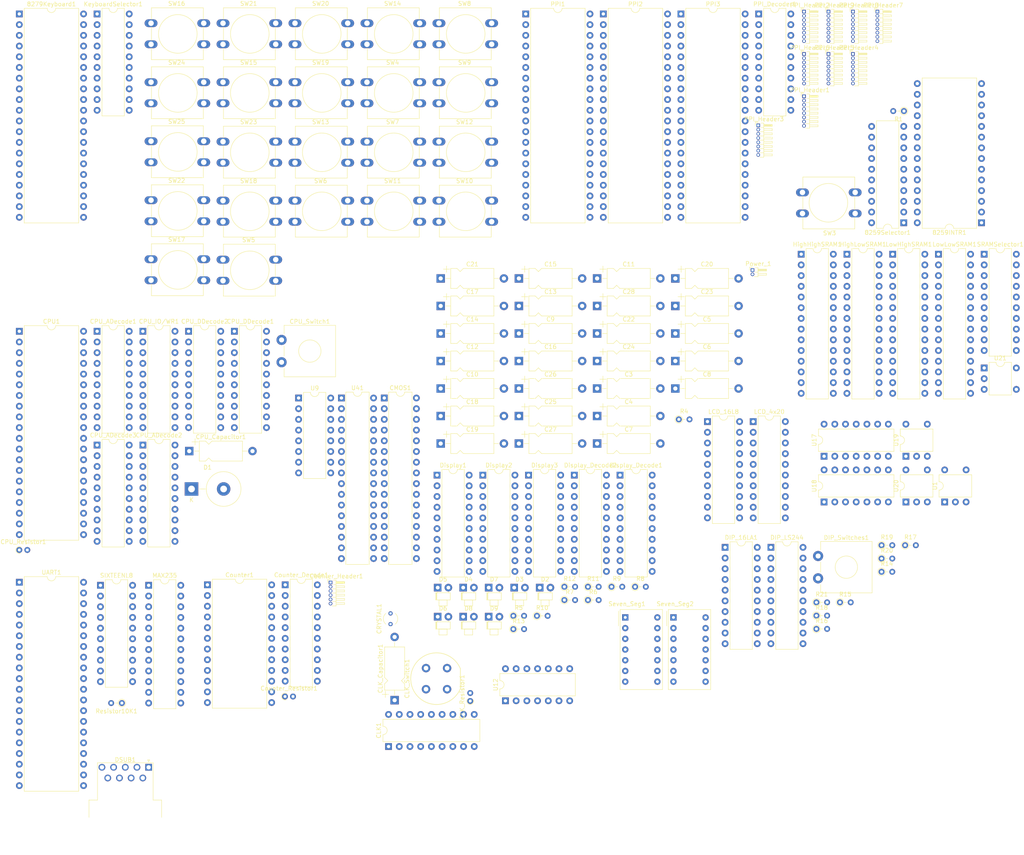
<source format=kicad_pcb>
(kicad_pcb (version 20171130) (host pcbnew "(5.1.9)-1")
  (layers (0 F.Cu signal) (31 B.Cu signal) (34 B.Paste user) (35 F.Paste user) (36 B.SilkS user) (37 F.SilkS user) (38 B.Mask user) (39 F.Mask user) (44 Edge.Cuts user))
  (net 0 "")
  (net 1 GND)
  (net 2 /RESET)
  (net 3 /8086/AD14)
  (net 4 /8086/READY)
  (net 5 /8086/AD13)
  (net 6 /8086/AD12)
  (net 7 /~INTA)
  (net 8 /8086/AD11)
  (net 9 /8086/ALE)
  (net 10 /8086/AD10)
  (net 11 /8086/~DEN)
  (net 12 /8086/AD9)
  (net 13 /8086/DT~R)
  (net 14 /8086/AD8)
  (net 15 /8086/IO)
  (net 16 /8086/AD7)
  (net 17 /8086/Write)
  (net 18 /8086/AD6)
  (net 19 /8086/AD5)
  (net 20 /8086/AD4)
  (net 21 /8086/Read)
  (net 22 /8086/AD3)
  (net 23 /8086/AD2)
  (net 24 /~BHE~S7)
  (net 25 /8086/AD1)
  (net 26 /A19)
  (net 27 /8086/AD0)
  (net 28 /A18)
  (net 29 /A17)
  (net 30 /INTR)
  (net 31 /A16)
  (net 32 /CLK)
  (net 33 /8086/AD15)
  (net 34 VCC)
  (net 35 /PCLK)
  (net 36 +5V)
  (net 37 /8255/P4)
  (net 38 /8255/P10)
  (net 39 /8255/P5)
  (net 40 /8255/P9)
  (net 41 /8255/P6)
  (net 42 /8255/P8)
  (net 43 /8255/P7)
  (net 44 /8255/P19)
  (net 45 /~WR)
  (net 46 /8255/P18)
  (net 47 /8255/P17)
  (net 48 /D0)
  (net 49 /8255/P16)
  (net 50 /D1)
  (net 51 /8255/P20)
  (net 52 /D2)
  (net 53 /8255/P21)
  (net 54 /D3)
  (net 55 /8255/P22)
  (net 56 /D4)
  (net 57 /8255/P23)
  (net 58 /D5)
  (net 59 /A1)
  (net 60 /D6)
  (net 61 /A2)
  (net 62 /D7)
  (net 63 /8255/P15)
  (net 64 /~RD)
  (net 65 /8255/P14)
  (net 66 /8255/P0)
  (net 67 /8255/P13)
  (net 68 /8255/P1)
  (net 69 /8255/P12)
  (net 70 /8255/P2)
  (net 71 /8255/P11)
  (net 72 /8255/P3)
  (net 73 /8259/IR0)
  (net 74 /CNTR2)
  (net 75 /IRQ)
  (net 76 /16550_INTR)
  (net 77 /8279/Col2)
  (net 78 /8279/Col3)
  (net 79 /8279/Col4)
  (net 80 /8279/CS)
  (net 81 /8279/Row0)
  (net 82 /8279/Row1)
  (net 83 /8279/Row2)
  (net 84 /8279/Row3)
  (net 85 /8279/Shift)
  (net 86 /8279/CNTRL)
  (net 87 /8279/Col0)
  (net 88 /8279/Col1)
  (net 89 /A0)
  (net 90 /16550/SIN)
  (net 91 /16550/SOUT)
  (net 92 /M~IO)
  (net 93 /16550/~CTS)
  (net 94 "Net-(R4-Pad2)")
  (net 95 "Net-(R5-Pad2)")
  (net 96 "Net-(8259INTR1-Pad1)")
  (net 97 "Net-(8259INTR1-Pad15)")
  (net 98 "Net-(8259INTR1-Pad16)")
  (net 99 "Net-(8259INTR1-Pad22)")
  (net 100 "Net-(8259INTR1-Pad23)")
  (net 101 "Net-(8259INTR1-Pad24)")
  (net 102 "Net-(8259INTR1-Pad25)")
  (net 103 "Net-(8259INTR1-Pad12)")
  (net 104 "Net-(8259INTR1-Pad13)")
  (net 105 /A11)
  (net 106 /A3)
  (net 107 "Net-(8259Selector1-Pad12)")
  (net 108 /A4)
  (net 109 /A5)
  (net 110 /A12)
  (net 111 /A6)
  (net 112 /A13)
  (net 113 /A7)
  (net 114 /A14)
  (net 115 /A8)
  (net 116 /A15)
  (net 117 /A9)
  (net 118 "Net-(8259Selector1-Pad18)")
  (net 119 /A10)
  (net 120 "Net-(8279Keyboard1-Pad23)")
  (net 121 "Net-(8279Keyboard1-Pad24)")
  (net 122 "Net-(8279Keyboard1-Pad25)")
  (net 123 "Net-(8279Keyboard1-Pad6)")
  (net 124 "Net-(8279Keyboard1-Pad26)")
  (net 125 "Net-(8279Keyboard1-Pad7)")
  (net 126 "Net-(8279Keyboard1-Pad27)")
  (net 127 "Net-(8279Keyboard1-Pad8)")
  (net 128 "Net-(8279Keyboard1-Pad28)")
  (net 129 "Net-(8279Keyboard1-Pad29)")
  (net 130 "Net-(8279Keyboard1-Pad30)")
  (net 131 "Net-(8279Keyboard1-Pad31)")
  (net 132 "Net-(C10-Pad1)")
  (net 133 "Net-(CLK1-Pad11)")
  (net 134 "Net-(CLK1-Pad3)")
  (net 135 "Net-(CLK1-Pad12)")
  (net 136 "Net-(CLK1-Pad4)")
  (net 137 "Net-(CLK1-Pad14)")
  (net 138 "Net-(CLK1-Pad6)")
  (net 139 "Net-(CLK1-Pad15)")
  (net 140 "Net-(CLK1-Pad7)")
  (net 141 "Net-(CLK1-Pad16)")
  (net 142 "Net-(CLK1-Pad17)")
  (net 143 "/CMOS Flash/CMOSHierarchal1/CS")
  (net 144 "Net-(Counter1-Pad14)")
  (net 145 "Net-(Counter1-Pad16)")
  (net 146 "Net-(Counter1-Pad17)")
  (net 147 "Net-(Counter1-Pad18)")
  (net 148 "Net-(Counter1-Pad9)")
  (net 149 "Net-(Counter1-Pad21)")
  (net 150 "Net-(Counter1-Pad10)")
  (net 151 "Net-(Counter1-Pad11)")
  (net 152 "Net-(Counter_Decode1-Pad12)")
  (net 153 /8086/S3)
  (net 154 /8086/S4)
  (net 155 "Net-(CPU1-Pad17)")
  (net 156 /8086/S5)
  (net 157 /8086/S6)
  (net 158 "Net-(CPU1-Pad31)")
  (net 159 "Net-(CPU1-Pad30)")
  (net 160 "Net-(CPU1-Pad23)")
  (net 161 "Net-(CPU_ADecode3-Pad12)")
  (net 162 "Net-(CPU_ADecode3-Pad13)")
  (net 163 "Net-(CPU_ADecode3-Pad14)")
  (net 164 "Net-(CPU_ADecode3-Pad15)")
  (net 165 "Net-(CPU_ADecode3-Pad16)")
  (net 166 "Net-(CPU_ADecode3-Pad17)")
  (net 167 "Net-(CPU_ADecode3-Pad18)")
  (net 168 "Net-(CPU_ADecode3-Pad19)")
  (net 169 /D15)
  (net 170 /D14)
  (net 171 /D13)
  (net 172 /D12)
  (net 173 /D11)
  (net 174 /D10)
  (net 175 /D9)
  (net 176 /D8)
  (net 177 "Net-(CPU_IO/WR1-Pad9)")
  (net 178 "Net-(CPU_IO/WR1-Pad8)")
  (net 179 "Net-(CPU_IO/WR1-Pad17)")
  (net 180 "Net-(CPU_IO/WR1-Pad7)")
  (net 181 "Net-(CPU_IO/WR1-Pad15)")
  (net 182 "Net-(CPU_IO/WR1-Pad5)")
  (net 183 "Net-(CPU_IO/WR1-Pad13)")
  (net 184 "Net-(CPU_IO/WR1-Pad3)")
  (net 185 "Net-(CPU_IO/WR1-Pad12)")
  (net 186 "Net-(CPU_IO/WR1-Pad11)")
  (net 187 "Net-(D2-Pad2)")
  (net 188 "Net-(D2-Pad1)")
  (net 189 "Net-(D3-Pad1)")
  (net 190 "Net-(D3-Pad2)")
  (net 191 "Net-(D4-Pad1)")
  (net 192 "Net-(D4-Pad2)")
  (net 193 "Net-(D5-Pad2)")
  (net 194 "Net-(D5-Pad1)")
  (net 195 "Net-(D6-Pad1)")
  (net 196 "Net-(D6-Pad2)")
  (net 197 "Net-(D7-Pad1)")
  (net 198 "Net-(D7-Pad2)")
  (net 199 "Net-(D8-Pad2)")
  (net 200 "Net-(D8-Pad1)")
  (net 201 "Net-(D9-Pad2)")
  (net 202 "Net-(D9-Pad1)")
  (net 203 "Net-(DIP_16LA1-Pad12)")
  (net 204 "Net-(DIP_16LA1-Pad13)")
  (net 205 "Net-(DIP_16LA1-Pad19)")
  (net 206 "Net-(DIP_LS244-Pad8)")
  (net 207 "Net-(DIP_LS244-Pad17)")
  (net 208 "Net-(DIP_LS244-Pad6)")
  (net 209 "Net-(DIP_LS244-Pad15)")
  (net 210 "Net-(DIP_LS244-Pad4)")
  (net 211 "Net-(DIP_LS244-Pad13)")
  (net 212 "Net-(DIP_LS244-Pad2)")
  (net 213 "Net-(DIP_LS244-Pad11)")
  (net 214 "Net-(Display1-Pad19)")
  (net 215 "Net-(Display1-Pad9)")
  (net 216 "Net-(Display1-Pad16)")
  (net 217 "Net-(Display1-Pad6)")
  (net 218 "Net-(Display1-Pad15)")
  (net 219 "Net-(Display1-Pad5)")
  (net 220 "Net-(Display1-Pad12)")
  (net 221 "Net-(Display1-Pad2)")
  (net 222 "Net-(Display1-Pad11)")
  (net 223 "Net-(Display2-Pad11)")
  (net 224 "Net-(Display2-Pad2)")
  (net 225 "Net-(Display2-Pad12)")
  (net 226 "Net-(Display2-Pad5)")
  (net 227 "Net-(Display2-Pad15)")
  (net 228 "Net-(Display2-Pad6)")
  (net 229 "Net-(Display2-Pad16)")
  (net 230 "Net-(Display2-Pad9)")
  (net 231 "Net-(Display2-Pad19)")
  (net 232 "Net-(Display3-Pad11)")
  (net 233 "Net-(Display_Decode1-Pad18)")
  (net 234 "Net-(Display_Decode1-Pad17)")
  (net 235 "Net-(Display_Decode1-Pad16)")
  (net 236 "Net-(Display_Decode1-Pad15)")
  (net 237 "Net-(Display_Decode1-Pad14)")
  (net 238 "Net-(Display_Decode1-Pad13)")
  (net 239 "Net-(Display_Decode1-Pad12)")
  (net 240 "Net-(Display_Decode1-Pad1)")
  (net 241 "Net-(Display_Decode2-Pad1)")
  (net 242 "Net-(Display_Decode2-Pad12)")
  (net 243 "Net-(Display_Decode2-Pad13)")
  (net 244 "Net-(Display_Decode2-Pad14)")
  (net 245 "Net-(Display_Decode2-Pad15)")
  (net 246 "Net-(Display_Decode2-Pad16)")
  (net 247 "Net-(Display_Decode2-Pad17)")
  (net 248 /16550/DCD9)
  (net 249 /16550/DSR9)
  (net 250 /16550/RXD)
  (net 251 /16550/RTS9)
  (net 252 /16550/TXD)
  (net 253 /16550/CTS)
  (net 254 /16550/RI9)
  (net 255 /SRAM/CE11)
  (net 256 /SRAM/CE01)
  (net 257 "Net-(KeyboardSelector1-Pad12)")
  (net 258 "Net-(KeyboardSelector1-Pad18)")
  (net 259 "Net-(LCD_16L8-Pad19)")
  (net 260 "Net-(LCD_16L8-Pad12)")
  (net 261 +3V3)
  (net 262 /SRAM/CE10)
  (net 263 /SRAM/CE00)
  (net 264 "Net-(MAX235-Pad1)")
  (net 265 /16550/RI)
  (net 266 /16550/RTS)
  (net 267 /16550/DTR9)
  (net 268 "Net-(MAX235-Pad16)")
  (net 269 /16550/DTR)
  (net 270 "Net-(MAX235-Pad19)")
  (net 271 /16550/DCD)
  (net 272 "Net-(MAX235-Pad22)")
  (net 273 /16550/DSR)
  (net 274 "Net-(PPI1-Pad6)")
  (net 275 /8255/P28)
  (net 276 /8255/P34)
  (net 277 /8255/P29)
  (net 278 /8255/P33)
  (net 279 /8255/P30)
  (net 280 /8255/P32)
  (net 281 /8255/P31)
  (net 282 /8255/P43)
  (net 283 /8255/P42)
  (net 284 /8255/P41)
  (net 285 /8255/P40)
  (net 286 /8255/P44)
  (net 287 /8255/P45)
  (net 288 /8255/P46)
  (net 289 /8255/P47)
  (net 290 "Net-(PPI2-Pad6)")
  (net 291 /8255/P39)
  (net 292 /8255/P38)
  (net 293 /8255/P24)
  (net 294 /8255/P37)
  (net 295 /8255/P25)
  (net 296 /8255/P36)
  (net 297 /8255/P26)
  (net 298 /8255/P35)
  (net 299 /8255/P27)
  (net 300 /8255/P51)
  (net 301 /8255/P59)
  (net 302 /8255/P50)
  (net 303 /8255/P60)
  (net 304 /8255/P49)
  (net 305 /8255/P61)
  (net 306 /8255/P48)
  (net 307 /8255/P62)
  (net 308 /8255/P63)
  (net 309 "Net-(PPI3-Pad6)")
  (net 310 /8255/P71)
  (net 311 /8255/P70)
  (net 312 /8255/P69)
  (net 313 /8255/P68)
  (net 314 /8255/P64)
  (net 315 /8255/P65)
  (net 316 /8255/P66)
  (net 317 /8255/P67)
  (net 318 /8255/P55)
  (net 319 /8255/P56)
  (net 320 /8255/P54)
  (net 321 /8255/P57)
  (net 322 /8255/P53)
  (net 323 /8255/P58)
  (net 324 /8255/P52)
  (net 325 "Net-(Resistor10K1-Pad2)")
  (net 326 "Net-(Seven_Seg1-Pad12)")
  (net 327 "Net-(Seven_Seg1-Pad6)")
  (net 328 "Net-(Seven_Seg1-Pad5)")
  (net 329 "Net-(Seven_Seg1-Pad4)")
  (net 330 "Net-(Seven_Seg1-Pad3)")
  (net 331 "Net-(Seven_Seg2-Pad3)")
  (net 332 "Net-(Seven_Seg2-Pad4)")
  (net 333 "Net-(Seven_Seg2-Pad5)")
  (net 334 "Net-(Seven_Seg2-Pad6)")
  (net 335 "Net-(Seven_Seg2-Pad12)")
  (net 336 "Net-(SIXTEENL8-Pad12)")
  (net 337 "Net-(SIXTEENL8-Pad13)")
  (net 338 "Net-(SIXTEENL8-Pad19)")
  (net 339 "Net-(SRAMSelector1-Pad19)")
  (net 340 "Net-(SRAMSelector1-Pad18)")
  (net 341 "Net-(SRAMSelector1-Pad15)")
  (net 342 "Net-(SRAMSelector1-Pad14)")
  (net 343 "Net-(SRAMSelector1-Pad13)")
  (net 344 "Net-(SRAMSelector1-Pad12)")
  (net 345 "Net-(U1-Pad2)")
  (net 346 "Net-(U1-Pad1)")
  (net 347 "/CMOS Flash/CMOSHierarchal/CS")
  (net 348 "Net-(UART1-Pad17)")
  (net 349 "Net-(UART1-Pad15)")
  (net 350 "Net-(UART1-Pad34)")
  (net 351 "Net-(UART1-Pad31)")
  (net 352 "Net-(UART1-Pad29)")
  (net 353 "Net-(UART1-Pad24)")
  (net 354 "Net-(UART1-Pad23)")
  (module Button_Switch_THT:SW_PUSH-12mm (layer F.Cu) (at 70.975001 77.655001)
    (fp_text reference SW5 (at 6.08 -4.66) (layer F.SilkS))
    (fp_text value SW_Push)
    (pad 2 thru_hole oval (at 0 5) (size 3.048 1.85) (drill 1.3) (layers *.Cu *.Mask))
    (pad 1 thru_hole oval (at 0 0) (size 3.048 1.85) (drill 1.3) (layers *.Cu *.Mask))
    (pad 2 thru_hole oval (at 12.5 5) (size 3.048 1.85) (drill 1.3) (layers *.Cu *.Mask))
    (pad 1 thru_hole oval (at 12.5 0) (size 3.048 1.85) (drill 1.3) (layers *.Cu *.Mask))
  )
  (module Button_Switch_THT:SW_PUSH-12mm (layer F.Cu) (at 105.115001 35.555001)
    (fp_text reference SW4 (at 6.08 -4.66) (layer F.SilkS))
    (fp_text value SW_Push)
    (pad 1 thru_hole oval (at 12.5 0) (size 3.048 1.85) (drill 1.3) (layers *.Cu *.Mask))
    (pad 2 thru_hole oval (at 12.5 5) (size 3.048 1.85) (drill 1.3) (layers *.Cu *.Mask))
    (pad 1 thru_hole oval (at 0 0) (size 3.048 1.85) (drill 1.3) (layers *.Cu *.Mask))
    (pad 2 thru_hole oval (at 0 5) (size 3.048 1.85) (drill 1.3) (layers *.Cu *.Mask))
  )
  (module Button_Switch_THT:SW_PUSH-12mm (layer F.Cu) (at 105.115001 63.655001)
    (fp_text reference SW11 (at 6.08 -4.66) (layer F.SilkS))
    (fp_text value SW_Push)
    (pad 2 thru_hole oval (at 0 5) (size 3.048 1.85) (drill 1.3) (layers *.Cu *.Mask))
    (pad 1 thru_hole oval (at 0 0) (size 3.048 1.85) (drill 1.3) (layers *.Cu *.Mask))
    (pad 2 thru_hole oval (at 12.5 5) (size 3.048 1.85) (drill 1.3) (layers *.Cu *.Mask))
    (pad 1 thru_hole oval (at 12.5 0) (size 3.048 1.85) (drill 1.3) (layers *.Cu *.Mask))
  )
  (module Button_Switch_THT:SW_PUSH-12mm (layer F.Cu) (at 122.185001 35.555001)
    (fp_text reference SW9 (at 6.08 -4.66) (layer F.SilkS))
    (fp_text value SW_Push)
    (pad 1 thru_hole oval (at 12.5 0) (size 3.048 1.85) (drill 1.3) (layers *.Cu *.Mask))
    (pad 2 thru_hole oval (at 12.5 5) (size 3.048 1.85) (drill 1.3) (layers *.Cu *.Mask))
    (pad 1 thru_hole oval (at 0 0) (size 3.048 1.85) (drill 1.3) (layers *.Cu *.Mask))
    (pad 2 thru_hole oval (at 0 5) (size 3.048 1.85) (drill 1.3) (layers *.Cu *.Mask))
  )
  (module Button_Switch_THT:SW_PUSH-12mm (layer F.Cu) (at 122.185001 21.555001)
    (fp_text reference SW8 (at 6.08 -4.66) (layer F.SilkS))
    (fp_text value SW_Push)
    (pad 1 thru_hole oval (at 12.5 0) (size 3.048 1.85) (drill 1.3) (layers *.Cu *.Mask))
    (pad 2 thru_hole oval (at 12.5 5) (size 3.048 1.85) (drill 1.3) (layers *.Cu *.Mask))
    (pad 1 thru_hole oval (at 0 0) (size 3.048 1.85) (drill 1.3) (layers *.Cu *.Mask))
    (pad 2 thru_hole oval (at 0 5) (size 3.048 1.85) (drill 1.3) (layers *.Cu *.Mask))
  )
  (module Button_Switch_THT:SW_PUSH-12mm (layer F.Cu) (at 122.185001 49.655001)
    (fp_text reference SW12 (at 6.08 -4.66) (layer F.SilkS))
    (fp_text value SW_Push)
    (pad 2 thru_hole oval (at 0 5) (size 3.048 1.85) (drill 1.3) (layers *.Cu *.Mask))
    (pad 1 thru_hole oval (at 0 0) (size 3.048 1.85) (drill 1.3) (layers *.Cu *.Mask))
    (pad 2 thru_hole oval (at 12.5 5) (size 3.048 1.85) (drill 1.3) (layers *.Cu *.Mask))
    (pad 1 thru_hole oval (at 12.5 0) (size 3.048 1.85) (drill 1.3) (layers *.Cu *.Mask))
  )
  (module Button_Switch_THT:SW_PUSH-12mm (layer F.Cu) (at 105.115001 49.655001)
    (fp_text reference SW7 (at 6.08 -4.66) (layer F.SilkS))
    (fp_text value SW_Push)
    (pad 1 thru_hole oval (at 12.5 0) (size 3.048 1.85) (drill 1.3) (layers *.Cu *.Mask))
    (pad 2 thru_hole oval (at 12.5 5) (size 3.048 1.85) (drill 1.3) (layers *.Cu *.Mask))
    (pad 1 thru_hole oval (at 0 0) (size 3.048 1.85) (drill 1.3) (layers *.Cu *.Mask))
    (pad 2 thru_hole oval (at 0 5) (size 3.048 1.85) (drill 1.3) (layers *.Cu *.Mask))
  )
  (module Button_Switch_THT:SW_PUSH-12mm (layer F.Cu) (at 88.045001 63.655001)
    (fp_text reference SW6 (at 6.08 -4.66) (layer F.SilkS))
    (fp_text value SW_Push)
    (pad 2 thru_hole oval (at 0 5) (size 3.048 1.85) (drill 1.3) (layers *.Cu *.Mask))
    (pad 1 thru_hole oval (at 0 0) (size 3.048 1.85) (drill 1.3) (layers *.Cu *.Mask))
    (pad 2 thru_hole oval (at 12.5 5) (size 3.048 1.85) (drill 1.3) (layers *.Cu *.Mask))
    (pad 1 thru_hole oval (at 12.5 0) (size 3.048 1.85) (drill 1.3) (layers *.Cu *.Mask))
  )
  (module Button_Switch_THT:SW_PUSH-12mm (layer F.Cu) (at 105.115001 21.555001)
    (fp_text reference SW14 (at 6.08 -4.66) (layer F.SilkS))
    (fp_text value SW_Push)
    (pad 1 thru_hole oval (at 12.5 0) (size 3.048 1.85) (drill 1.3) (layers *.Cu *.Mask))
    (pad 2 thru_hole oval (at 12.5 5) (size 3.048 1.85) (drill 1.3) (layers *.Cu *.Mask))
    (pad 1 thru_hole oval (at 0 0) (size 3.048 1.85) (drill 1.3) (layers *.Cu *.Mask))
    (pad 2 thru_hole oval (at 0 5) (size 3.048 1.85) (drill 1.3) (layers *.Cu *.Mask))
  )
  (module Button_Switch_THT:SW_PUSH-12mm (layer F.Cu) (at 70.975001 49.655001)
    (fp_text reference SW23 (at 6.08 -4.66) (layer F.SilkS))
    (fp_text value SW_Push)
    (pad 2 thru_hole oval (at 0 5) (size 3.048 1.85) (drill 1.3) (layers *.Cu *.Mask))
    (pad 1 thru_hole oval (at 0 0) (size 3.048 1.85) (drill 1.3) (layers *.Cu *.Mask))
    (pad 2 thru_hole oval (at 12.5 5) (size 3.048 1.85) (drill 1.3) (layers *.Cu *.Mask))
    (pad 1 thru_hole oval (at 12.5 0) (size 3.048 1.85) (drill 1.3) (layers *.Cu *.Mask))
  )
  (module Button_Switch_THT:SW_PUSH-12mm (layer F.Cu) (at 53.905001 63.555001)
    (fp_text reference SW22 (at 6.08 -4.66) (layer F.SilkS))
    (fp_text value SW_Push)
    (pad 2 thru_hole oval (at 0 5) (size 3.048 1.85) (drill 1.3) (layers *.Cu *.Mask))
    (pad 1 thru_hole oval (at 0 0) (size 3.048 1.85) (drill 1.3) (layers *.Cu *.Mask))
    (pad 2 thru_hole oval (at 12.5 5) (size 3.048 1.85) (drill 1.3) (layers *.Cu *.Mask))
    (pad 1 thru_hole oval (at 12.5 0) (size 3.048 1.85) (drill 1.3) (layers *.Cu *.Mask))
  )
  (module Button_Switch_THT:SW_PUSH-12mm (layer F.Cu) (at 88.045001 21.555001)
    (fp_text reference SW20 (at 6.08 -4.66) (layer F.SilkS))
    (fp_text value SW_Push)
    (pad 2 thru_hole oval (at 0 5) (size 3.048 1.85) (drill 1.3) (layers *.Cu *.Mask))
    (pad 1 thru_hole oval (at 0 0) (size 3.048 1.85) (drill 1.3) (layers *.Cu *.Mask))
    (pad 2 thru_hole oval (at 12.5 5) (size 3.048 1.85) (drill 1.3) (layers *.Cu *.Mask))
    (pad 1 thru_hole oval (at 12.5 0) (size 3.048 1.85) (drill 1.3) (layers *.Cu *.Mask))
  )
  (module Button_Switch_THT:SW_PUSH-12mm (layer F.Cu) (at 122.185001 63.655001)
    (fp_text reference SW10 (at 6.08 -4.66) (layer F.SilkS))
    (fp_text value SW_Push)
    (pad 1 thru_hole oval (at 12.5 0) (size 3.048 1.85) (drill 1.3) (layers *.Cu *.Mask))
    (pad 2 thru_hole oval (at 12.5 5) (size 3.048 1.85) (drill 1.3) (layers *.Cu *.Mask))
    (pad 1 thru_hole oval (at 0 0) (size 3.048 1.85) (drill 1.3) (layers *.Cu *.Mask))
    (pad 2 thru_hole oval (at 0 5) (size 3.048 1.85) (drill 1.3) (layers *.Cu *.Mask))
  )
  (module Button_Switch_THT:SW_PUSH-12mm (layer F.Cu) (at 88.045001 49.655001)
    (fp_text reference SW13 (at 6.08 -4.66) (layer F.SilkS))
    (fp_text value SW_Push)
    (pad 2 thru_hole oval (at 0 5) (size 3.048 1.85) (drill 1.3) (layers *.Cu *.Mask))
    (pad 1 thru_hole oval (at 0 0) (size 3.048 1.85) (drill 1.3) (layers *.Cu *.Mask))
    (pad 2 thru_hole oval (at 12.5 5) (size 3.048 1.85) (drill 1.3) (layers *.Cu *.Mask))
    (pad 1 thru_hole oval (at 12.5 0) (size 3.048 1.85) (drill 1.3) (layers *.Cu *.Mask))
  )
  (module Button_Switch_THT:SW_PUSH-12mm (layer F.Cu) (at 70.975001 21.555001)
    (fp_text reference SW21 (at 6.08 -4.66) (layer F.SilkS))
    (fp_text value SW_Push)
    (pad 1 thru_hole oval (at 12.5 0) (size 3.048 1.85) (drill 1.3) (layers *.Cu *.Mask))
    (pad 2 thru_hole oval (at 12.5 5) (size 3.048 1.85) (drill 1.3) (layers *.Cu *.Mask))
    (pad 1 thru_hole oval (at 0 0) (size 3.048 1.85) (drill 1.3) (layers *.Cu *.Mask))
    (pad 2 thru_hole oval (at 0 5) (size 3.048 1.85) (drill 1.3) (layers *.Cu *.Mask))
  )
  (module Button_Switch_THT:SW_PUSH-12mm (layer F.Cu) (at 88.045001 35.555001)
    (fp_text reference SW19 (at 6.08 -4.66) (layer F.SilkS))
    (fp_text value SW_Push)
    (pad 2 thru_hole oval (at 0 5) (size 3.048 1.85) (drill 1.3) (layers *.Cu *.Mask))
    (pad 1 thru_hole oval (at 0 0) (size 3.048 1.85) (drill 1.3) (layers *.Cu *.Mask))
    (pad 2 thru_hole oval (at 12.5 5) (size 3.048 1.85) (drill 1.3) (layers *.Cu *.Mask))
    (pad 1 thru_hole oval (at 12.5 0) (size 3.048 1.85) (drill 1.3) (layers *.Cu *.Mask))
  )
  (module Button_Switch_THT:SW_PUSH-12mm (layer F.Cu) (at 70.975001 63.655001)
    (fp_text reference SW18 (at 6.08 -4.66) (layer F.SilkS))
    (fp_text value SW_Push)
    (pad 2 thru_hole oval (at 0 5) (size 3.048 1.85) (drill 1.3) (layers *.Cu *.Mask))
    (pad 1 thru_hole oval (at 0 0) (size 3.048 1.85) (drill 1.3) (layers *.Cu *.Mask))
    (pad 2 thru_hole oval (at 12.5 5) (size 3.048 1.85) (drill 1.3) (layers *.Cu *.Mask))
    (pad 1 thru_hole oval (at 12.5 0) (size 3.048 1.85) (drill 1.3) (layers *.Cu *.Mask))
  )
  (module Button_Switch_THT:SW_PUSH-12mm (layer F.Cu) (at 53.905001 77.555001)
    (fp_text reference SW17 (at 6.08 -4.66) (layer F.SilkS))
    (fp_text value SW_Push)
    (pad 1 thru_hole oval (at 12.5 0) (size 3.048 1.85) (drill 1.3) (layers *.Cu *.Mask))
    (pad 2 thru_hole oval (at 12.5 5) (size 3.048 1.85) (drill 1.3) (layers *.Cu *.Mask))
    (pad 1 thru_hole oval (at 0 0) (size 3.048 1.85) (drill 1.3) (layers *.Cu *.Mask))
    (pad 2 thru_hole oval (at 0 5) (size 3.048 1.85) (drill 1.3) (layers *.Cu *.Mask))
  )
  (module Button_Switch_THT:SW_PUSH-12mm (layer F.Cu) (at 53.905001 21.555001)
    (fp_text reference SW16 (at 6.08 -4.66) (layer F.SilkS))
    (fp_text value SW_Push)
    (pad 1 thru_hole oval (at 12.5 0) (size 3.048 1.85) (drill 1.3) (layers *.Cu *.Mask))
    (pad 2 thru_hole oval (at 12.5 5) (size 3.048 1.85) (drill 1.3) (layers *.Cu *.Mask))
    (pad 1 thru_hole oval (at 0 0) (size 3.048 1.85) (drill 1.3) (layers *.Cu *.Mask))
    (pad 2 thru_hole oval (at 0 5) (size 3.048 1.85) (drill 1.3) (layers *.Cu *.Mask))
  )
  (module Button_Switch_THT:SW_PUSH-12mm (layer F.Cu) (at 70.975001 35.555001)
    (fp_text reference SW15 (at 6.08 -4.66) (layer F.SilkS))
    (fp_text value SW_Push)
    (pad 1 thru_hole oval (at 12.5 0) (size 3.048 1.85) (drill 1.3) (layers *.Cu *.Mask))
    (pad 2 thru_hole oval (at 12.5 5) (size 3.048 1.85) (drill 1.3) (layers *.Cu *.Mask))
    (pad 1 thru_hole oval (at 0 0) (size 3.048 1.85) (drill 1.3) (layers *.Cu *.Mask))
    (pad 2 thru_hole oval (at 0 5) (size 3.048 1.85) (drill 1.3) (layers *.Cu *.Mask))
  )
  (module Package_DIP:DIP-32_W7.62mm (layer F.Cu) (at 99.06 110.49)
    (fp_text reference U41 (at 3.81 -2.39) (layer F.SilkS))
    (fp_text value 28F010)
    (pad 32 thru_hole oval (at 7.62 0) (size 1.6 1.6) (drill 0.8) (layers *.Cu *.Mask))
    (pad 16 thru_hole oval (at 0 38.1) (size 1.6 1.6) (drill 0.8) (layers *.Cu *.Mask))
    (pad 31 thru_hole oval (at 7.62 2.54) (size 1.6 1.6) (drill 0.8) (layers *.Cu *.Mask))
    (pad 15 thru_hole oval (at 0 35.56) (size 1.6 1.6) (drill 0.8) (layers *.Cu *.Mask))
    (pad 30 thru_hole oval (at 7.62 5.08) (size 1.6 1.6) (drill 0.8) (layers *.Cu *.Mask))
    (pad 14 thru_hole oval (at 0 33.02) (size 1.6 1.6) (drill 0.8) (layers *.Cu *.Mask))
    (pad 29 thru_hole oval (at 7.62 7.62) (size 1.6 1.6) (drill 0.8) (layers *.Cu *.Mask))
    (pad 13 thru_hole oval (at 0 30.48) (size 1.6 1.6) (drill 0.8) (layers *.Cu *.Mask))
    (pad 28 thru_hole oval (at 7.62 10.16) (size 1.6 1.6) (drill 0.8) (layers *.Cu *.Mask))
    (pad 12 thru_hole oval (at 0 27.94) (size 1.6 1.6) (drill 0.8) (layers *.Cu *.Mask))
    (pad 27 thru_hole oval (at 7.62 12.7) (size 1.6 1.6) (drill 0.8) (layers *.Cu *.Mask))
    (pad 11 thru_hole oval (at 0 25.4) (size 1.6 1.6) (drill 0.8) (layers *.Cu *.Mask))
    (pad 26 thru_hole oval (at 7.62 15.24) (size 1.6 1.6) (drill 0.8) (layers *.Cu *.Mask))
    (pad 10 thru_hole oval (at 0 22.86) (size 1.6 1.6) (drill 0.8) (layers *.Cu *.Mask))
    (pad 25 thru_hole oval (at 7.62 17.78) (size 1.6 1.6) (drill 0.8) (layers *.Cu *.Mask))
    (pad 9 thru_hole oval (at 0 20.32) (size 1.6 1.6) (drill 0.8) (layers *.Cu *.Mask))
    (pad 24 thru_hole oval (at 7.62 20.32) (size 1.6 1.6) (drill 0.8) (layers *.Cu *.Mask))
    (pad 8 thru_hole oval (at 0 17.78) (size 1.6 1.6) (drill 0.8) (layers *.Cu *.Mask))
    (pad 23 thru_hole oval (at 7.62 22.86) (size 1.6 1.6) (drill 0.8) (layers *.Cu *.Mask))
    (pad 7 thru_hole oval (at 0 15.24) (size 1.6 1.6) (drill 0.8) (layers *.Cu *.Mask))
    (pad 22 thru_hole oval (at 7.62 25.4) (size 1.6 1.6) (drill 0.8) (layers *.Cu *.Mask))
    (pad 6 thru_hole oval (at 0 12.7) (size 1.6 1.6) (drill 0.8) (layers *.Cu *.Mask))
    (pad 21 thru_hole oval (at 7.62 27.94) (size 1.6 1.6) (drill 0.8) (layers *.Cu *.Mask))
    (pad 5 thru_hole oval (at 0 10.16) (size 1.6 1.6) (drill 0.8) (layers *.Cu *.Mask))
    (pad 20 thru_hole oval (at 7.62 30.48) (size 1.6 1.6) (drill 0.8) (layers *.Cu *.Mask))
    (pad 4 thru_hole oval (at 0 7.62) (size 1.6 1.6) (drill 0.8) (layers *.Cu *.Mask))
    (pad 19 thru_hole oval (at 7.62 33.02) (size 1.6 1.6) (drill 0.8) (layers *.Cu *.Mask))
    (pad 3 thru_hole oval (at 0 5.08) (size 1.6 1.6) (drill 0.8) (layers *.Cu *.Mask))
    (pad 18 thru_hole oval (at 7.62 35.56) (size 1.6 1.6) (drill 0.8) (layers *.Cu *.Mask))
    (pad 2 thru_hole oval (at 0 2.54) (size 1.6 1.6) (drill 0.8) (layers *.Cu *.Mask))
    (pad 17 thru_hole oval (at 7.62 38.1) (size 1.6 1.6) (drill 0.8) (layers *.Cu *.Mask))
    (pad 1 thru_hole rect (at 0 0) (size 1.6 1.6) (drill 0.8) (layers *.Cu *.Mask))
  )
  (module Package_DIP:DIP-16_W7.62mm (layer F.Cu) (at 88.9 110.49)
    (fp_text reference U9 (at 3.81 -2.33) (layer F.SilkS))
    (fp_text value 74LS138)
    (pad 16 thru_hole oval (at 7.62 0) (size 1.6 1.6) (drill 0.8) (layers *.Cu *.Mask))
    (pad 8 thru_hole oval (at 0 17.78) (size 1.6 1.6) (drill 0.8) (layers *.Cu *.Mask))
    (pad 15 thru_hole oval (at 7.62 2.54) (size 1.6 1.6) (drill 0.8) (layers *.Cu *.Mask))
    (pad 7 thru_hole oval (at 0 15.24) (size 1.6 1.6) (drill 0.8) (layers *.Cu *.Mask))
    (pad 14 thru_hole oval (at 7.62 5.08) (size 1.6 1.6) (drill 0.8) (layers *.Cu *.Mask))
    (pad 6 thru_hole oval (at 0 12.7) (size 1.6 1.6) (drill 0.8) (layers *.Cu *.Mask))
    (pad 13 thru_hole oval (at 7.62 7.62) (size 1.6 1.6) (drill 0.8) (layers *.Cu *.Mask))
    (pad 5 thru_hole oval (at 0 10.16) (size 1.6 1.6) (drill 0.8) (layers *.Cu *.Mask))
    (pad 12 thru_hole oval (at 7.62 10.16) (size 1.6 1.6) (drill 0.8) (layers *.Cu *.Mask))
    (pad 4 thru_hole oval (at 0 7.62) (size 1.6 1.6) (drill 0.8) (layers *.Cu *.Mask))
    (pad 11 thru_hole oval (at 7.62 12.7) (size 1.6 1.6) (drill 0.8) (layers *.Cu *.Mask))
    (pad 3 thru_hole oval (at 0 5.08) (size 1.6 1.6) (drill 0.8) (layers *.Cu *.Mask))
    (pad 10 thru_hole oval (at 7.62 15.24) (size 1.6 1.6) (drill 0.8) (layers *.Cu *.Mask))
    (pad 2 thru_hole oval (at 0 2.54) (size 1.6 1.6) (drill 0.8) (layers *.Cu *.Mask))
    (pad 9 thru_hole oval (at 7.62 17.78) (size 1.6 1.6) (drill 0.8) (layers *.Cu *.Mask))
    (pad 1 thru_hole rect (at 0 0) (size 1.6 1.6) (drill 0.8) (layers *.Cu *.Mask))
  )
  (module Button_Switch_THT:SW_PUSH-12mm (layer F.Cu) (at 53.905001 49.555001)
    (fp_text reference SW25 (at 6.08 -4.66) (layer F.SilkS))
    (fp_text value SW_Push)
    (pad 2 thru_hole oval (at 0 5) (size 3.048 1.85) (drill 1.3) (layers *.Cu *.Mask))
    (pad 1 thru_hole oval (at 0 0) (size 3.048 1.85) (drill 1.3) (layers *.Cu *.Mask))
    (pad 2 thru_hole oval (at 12.5 5) (size 3.048 1.85) (drill 1.3) (layers *.Cu *.Mask))
    (pad 1 thru_hole oval (at 12.5 0) (size 3.048 1.85) (drill 1.3) (layers *.Cu *.Mask))
  )
  (module Button_Switch_THT:SW_PUSH-12mm (layer F.Cu) (at 53.905001 35.555001)
    (fp_text reference SW24 (at 6.08 -4.66) (layer F.SilkS))
    (fp_text value SW_Push)
    (pad 2 thru_hole oval (at 0 5) (size 3.048 1.85) (drill 1.3) (layers *.Cu *.Mask))
    (pad 1 thru_hole oval (at 0 0) (size 3.048 1.85) (drill 1.3) (layers *.Cu *.Mask))
    (pad 2 thru_hole oval (at 12.5 5) (size 3.048 1.85) (drill 1.3) (layers *.Cu *.Mask))
    (pad 1 thru_hole oval (at 12.5 0) (size 3.048 1.85) (drill 1.3) (layers *.Cu *.Mask))
  )
  (module Package_DIP:DIP-32_W7.62mm (layer F.Cu) (at 109.22 110.49)
    (fp_text reference CMOS1 (at 3.81 -2.39) (layer F.SilkS))
    (fp_text value 28F010)
    (pad 1 thru_hole rect (at 0 0) (size 1.6 1.6) (drill 0.8) (layers *.Cu *.Mask))
    (pad 17 thru_hole oval (at 7.62 38.1) (size 1.6 1.6) (drill 0.8) (layers *.Cu *.Mask))
    (pad 2 thru_hole oval (at 0 2.54) (size 1.6 1.6) (drill 0.8) (layers *.Cu *.Mask))
    (pad 18 thru_hole oval (at 7.62 35.56) (size 1.6 1.6) (drill 0.8) (layers *.Cu *.Mask))
    (pad 3 thru_hole oval (at 0 5.08) (size 1.6 1.6) (drill 0.8) (layers *.Cu *.Mask))
    (pad 19 thru_hole oval (at 7.62 33.02) (size 1.6 1.6) (drill 0.8) (layers *.Cu *.Mask))
    (pad 4 thru_hole oval (at 0 7.62) (size 1.6 1.6) (drill 0.8) (layers *.Cu *.Mask))
    (pad 20 thru_hole oval (at 7.62 30.48) (size 1.6 1.6) (drill 0.8) (layers *.Cu *.Mask))
    (pad 5 thru_hole oval (at 0 10.16) (size 1.6 1.6) (drill 0.8) (layers *.Cu *.Mask))
    (pad 21 thru_hole oval (at 7.62 27.94) (size 1.6 1.6) (drill 0.8) (layers *.Cu *.Mask))
    (pad 6 thru_hole oval (at 0 12.7) (size 1.6 1.6) (drill 0.8) (layers *.Cu *.Mask))
    (pad 22 thru_hole oval (at 7.62 25.4) (size 1.6 1.6) (drill 0.8) (layers *.Cu *.Mask))
    (pad 7 thru_hole oval (at 0 15.24) (size 1.6 1.6) (drill 0.8) (layers *.Cu *.Mask))
    (pad 23 thru_hole oval (at 7.62 22.86) (size 1.6 1.6) (drill 0.8) (layers *.Cu *.Mask))
    (pad 8 thru_hole oval (at 0 17.78) (size 1.6 1.6) (drill 0.8) (layers *.Cu *.Mask))
    (pad 24 thru_hole oval (at 7.62 20.32) (size 1.6 1.6) (drill 0.8) (layers *.Cu *.Mask))
    (pad 9 thru_hole oval (at 0 20.32) (size 1.6 1.6) (drill 0.8) (layers *.Cu *.Mask))
    (pad 25 thru_hole oval (at 7.62 17.78) (size 1.6 1.6) (drill 0.8) (layers *.Cu *.Mask))
    (pad 10 thru_hole oval (at 0 22.86) (size 1.6 1.6) (drill 0.8) (layers *.Cu *.Mask))
    (pad 26 thru_hole oval (at 7.62 15.24) (size 1.6 1.6) (drill 0.8) (layers *.Cu *.Mask))
    (pad 11 thru_hole oval (at 0 25.4) (size 1.6 1.6) (drill 0.8) (layers *.Cu *.Mask))
    (pad 27 thru_hole oval (at 7.62 12.7) (size 1.6 1.6) (drill 0.8) (layers *.Cu *.Mask))
    (pad 12 thru_hole oval (at 0 27.94) (size 1.6 1.6) (drill 0.8) (layers *.Cu *.Mask))
    (pad 28 thru_hole oval (at 7.62 10.16) (size 1.6 1.6) (drill 0.8) (layers *.Cu *.Mask))
    (pad 13 thru_hole oval (at 0 30.48) (size 1.6 1.6) (drill 0.8) (layers *.Cu *.Mask))
    (pad 29 thru_hole oval (at 7.62 7.62) (size 1.6 1.6) (drill 0.8) (layers *.Cu *.Mask))
    (pad 14 thru_hole oval (at 0 33.02) (size 1.6 1.6) (drill 0.8) (layers *.Cu *.Mask))
    (pad 30 thru_hole oval (at 7.62 5.08) (size 1.6 1.6) (drill 0.8) (layers *.Cu *.Mask))
    (pad 15 thru_hole oval (at 0 35.56) (size 1.6 1.6) (drill 0.8) (layers *.Cu *.Mask))
    (pad 31 thru_hole oval (at 7.62 2.54) (size 1.6 1.6) (drill 0.8) (layers *.Cu *.Mask))
    (pad 16 thru_hole oval (at 0 38.1) (size 1.6 1.6) (drill 0.8) (layers *.Cu *.Mask))
    (pad 32 thru_hole oval (at 7.62 0) (size 1.6 1.6) (drill 0.8) (layers *.Cu *.Mask))
  )
  (module Package_DIP:DIP-28_W15.24mm (layer F.Cu) (at 250.864999 68.904999 180)
    (fp_text reference 8259INTR1 (at 7.62 -2.33) (layer F.SilkS))
    (fp_text value 8259)
    (pad 1 thru_hole rect (at 0 0 180) (size 1.6 1.6) (drill 0.8) (layers *.Cu *.Mask) (net 96 "Net-(8259INTR1-Pad1)"))
    (pad 15 thru_hole oval (at 15.24 33.02 180) (size 1.6 1.6) (drill 0.8) (layers *.Cu *.Mask) (net 97 "Net-(8259INTR1-Pad15)"))
    (pad 2 thru_hole oval (at 0 2.54 180) (size 1.6 1.6) (drill 0.8) (layers *.Cu *.Mask) (net 45 /~WR))
    (pad 16 thru_hole oval (at 15.24 30.48 180) (size 1.6 1.6) (drill 0.8) (layers *.Cu *.Mask) (net 98 "Net-(8259INTR1-Pad16)"))
    (pad 3 thru_hole oval (at 0 5.08 180) (size 1.6 1.6) (drill 0.8) (layers *.Cu *.Mask) (net 64 /~RD))
    (pad 17 thru_hole oval (at 15.24 27.94 180) (size 1.6 1.6) (drill 0.8) (layers *.Cu *.Mask) (net 30 /INTR))
    (pad 4 thru_hole oval (at 0 7.62 180) (size 1.6 1.6) (drill 0.8) (layers *.Cu *.Mask) (net 62 /D7))
    (pad 18 thru_hole oval (at 15.24 25.4 180) (size 1.6 1.6) (drill 0.8) (layers *.Cu *.Mask) (net 73 /8259/IR0))
    (pad 5 thru_hole oval (at 0 10.16 180) (size 1.6 1.6) (drill 0.8) (layers *.Cu *.Mask) (net 60 /D6))
    (pad 19 thru_hole oval (at 15.24 22.86 180) (size 1.6 1.6) (drill 0.8) (layers *.Cu *.Mask) (net 74 /CNTR2))
    (pad 6 thru_hole oval (at 0 12.7 180) (size 1.6 1.6) (drill 0.8) (layers *.Cu *.Mask) (net 58 /D5))
    (pad 20 thru_hole oval (at 15.24 20.32 180) (size 1.6 1.6) (drill 0.8) (layers *.Cu *.Mask) (net 75 /IRQ))
    (pad 7 thru_hole oval (at 0 15.24 180) (size 1.6 1.6) (drill 0.8) (layers *.Cu *.Mask) (net 56 /D4))
    (pad 21 thru_hole oval (at 15.24 17.78 180) (size 1.6 1.6) (drill 0.8) (layers *.Cu *.Mask) (net 76 /16550_INTR))
    (pad 8 thru_hole oval (at 0 17.78 180) (size 1.6 1.6) (drill 0.8) (layers *.Cu *.Mask) (net 54 /D3))
    (pad 22 thru_hole oval (at 15.24 15.24 180) (size 1.6 1.6) (drill 0.8) (layers *.Cu *.Mask) (net 99 "Net-(8259INTR1-Pad22)"))
    (pad 9 thru_hole oval (at 0 20.32 180) (size 1.6 1.6) (drill 0.8) (layers *.Cu *.Mask) (net 52 /D2))
    (pad 23 thru_hole oval (at 15.24 12.7 180) (size 1.6 1.6) (drill 0.8) (layers *.Cu *.Mask) (net 100 "Net-(8259INTR1-Pad23)"))
    (pad 10 thru_hole oval (at 0 22.86 180) (size 1.6 1.6) (drill 0.8) (layers *.Cu *.Mask) (net 50 /D1))
    (pad 24 thru_hole oval (at 15.24 10.16 180) (size 1.6 1.6) (drill 0.8) (layers *.Cu *.Mask) (net 101 "Net-(8259INTR1-Pad24)"))
    (pad 11 thru_hole oval (at 0 25.4 180) (size 1.6 1.6) (drill 0.8) (layers *.Cu *.Mask) (net 48 /D0))
    (pad 25 thru_hole oval (at 15.24 7.62 180) (size 1.6 1.6) (drill 0.8) (layers *.Cu *.Mask) (net 102 "Net-(8259INTR1-Pad25)"))
    (pad 12 thru_hole oval (at 0 27.94 180) (size 1.6 1.6) (drill 0.8) (layers *.Cu *.Mask) (net 103 "Net-(8259INTR1-Pad12)"))
    (pad 26 thru_hole oval (at 15.24 5.08 180) (size 1.6 1.6) (drill 0.8) (layers *.Cu *.Mask) (net 7 /~INTA))
    (pad 13 thru_hole oval (at 0 30.48 180) (size 1.6 1.6) (drill 0.8) (layers *.Cu *.Mask) (net 104 "Net-(8259INTR1-Pad13)"))
    (pad 27 thru_hole oval (at 15.24 2.54 180) (size 1.6 1.6) (drill 0.8) (layers *.Cu *.Mask) (net 59 /A1))
    (pad 14 thru_hole oval (at 0 33.02 180) (size 1.6 1.6) (drill 0.8) (layers *.Cu *.Mask) (net 1 GND))
    (pad 28 thru_hole oval (at 15.24 0 180) (size 1.6 1.6) (drill 0.8) (layers *.Cu *.Mask) (net 34 VCC))
  )
  (module Package_DIP:DIP-20_W7.62mm (layer F.Cu) (at 232.414999 68.904999 180)
    (fp_text reference 8259Selector1 (at 3.81 -2.33) (layer F.SilkS))
    (fp_text value PAL16L8)
    (pad 20 thru_hole oval (at 7.62 0 180) (size 1.6 1.6) (drill 0.8) (layers *.Cu *.Mask) (net 34 VCC))
    (pad 10 thru_hole oval (at 0 22.86 180) (size 1.6 1.6) (drill 0.8) (layers *.Cu *.Mask) (net 1 GND))
    (pad 19 thru_hole oval (at 7.62 2.54 180) (size 1.6 1.6) (drill 0.8) (layers *.Cu *.Mask) (net 96 "Net-(8259INTR1-Pad1)"))
    (pad 9 thru_hole oval (at 0 20.32 180) (size 1.6 1.6) (drill 0.8) (layers *.Cu *.Mask) (net 119 /A10))
    (pad 18 thru_hole oval (at 7.62 5.08 180) (size 1.6 1.6) (drill 0.8) (layers *.Cu *.Mask) (net 118 "Net-(8259Selector1-Pad18)"))
    (pad 8 thru_hole oval (at 0 17.78 180) (size 1.6 1.6) (drill 0.8) (layers *.Cu *.Mask) (net 117 /A9))
    (pad 17 thru_hole oval (at 7.62 7.62 180) (size 1.6 1.6) (drill 0.8) (layers *.Cu *.Mask) (net 116 /A15))
    (pad 7 thru_hole oval (at 0 15.24 180) (size 1.6 1.6) (drill 0.8) (layers *.Cu *.Mask) (net 115 /A8))
    (pad 16 thru_hole oval (at 7.62 10.16 180) (size 1.6 1.6) (drill 0.8) (layers *.Cu *.Mask) (net 114 /A14))
    (pad 6 thru_hole oval (at 0 12.7 180) (size 1.6 1.6) (drill 0.8) (layers *.Cu *.Mask) (net 113 /A7))
    (pad 15 thru_hole oval (at 7.62 12.7 180) (size 1.6 1.6) (drill 0.8) (layers *.Cu *.Mask) (net 112 /A13))
    (pad 5 thru_hole oval (at 0 10.16 180) (size 1.6 1.6) (drill 0.8) (layers *.Cu *.Mask) (net 111 /A6))
    (pad 14 thru_hole oval (at 7.62 15.24 180) (size 1.6 1.6) (drill 0.8) (layers *.Cu *.Mask) (net 110 /A12))
    (pad 4 thru_hole oval (at 0 7.62 180) (size 1.6 1.6) (drill 0.8) (layers *.Cu *.Mask) (net 109 /A5))
    (pad 13 thru_hole oval (at 7.62 17.78 180) (size 1.6 1.6) (drill 0.8) (layers *.Cu *.Mask) (net 92 /M~IO))
    (pad 3 thru_hole oval (at 0 5.08 180) (size 1.6 1.6) (drill 0.8) (layers *.Cu *.Mask) (net 108 /A4))
    (pad 12 thru_hole oval (at 7.62 20.32 180) (size 1.6 1.6) (drill 0.8) (layers *.Cu *.Mask) (net 107 "Net-(8259Selector1-Pad12)"))
    (pad 2 thru_hole oval (at 0 2.54 180) (size 1.6 1.6) (drill 0.8) (layers *.Cu *.Mask) (net 106 /A3))
    (pad 11 thru_hole oval (at 7.62 22.86 180) (size 1.6 1.6) (drill 0.8) (layers *.Cu *.Mask) (net 105 /A11))
    (pad 1 thru_hole rect (at 0 0 180) (size 1.6 1.6) (drill 0.8) (layers *.Cu *.Mask) (net 61 /A2))
  )
  (module Package_DIP:DIP-40_W15.24mm (layer F.Cu) (at 22.665001 19.355001)
    (fp_text reference 8279Keyboard1 (at 7.62 -2.33) (layer F.SilkS))
    (fp_text value pkd8279)
    (pad 40 thru_hole oval (at 15.24 0) (size 1.6 1.6) (drill 0.8) (layers *.Cu *.Mask) (net 36 +5V))
    (pad 20 thru_hole oval (at 0 48.26) (size 1.6 1.6) (drill 0.8) (layers *.Cu *.Mask) (net 1 GND))
    (pad 39 thru_hole oval (at 15.24 2.54) (size 1.6 1.6) (drill 0.8) (layers *.Cu *.Mask) (net 88 /8279/Col1))
    (pad 19 thru_hole oval (at 0 45.72) (size 1.6 1.6) (drill 0.8) (layers *.Cu *.Mask) (net 62 /D7))
    (pad 38 thru_hole oval (at 15.24 5.08) (size 1.6 1.6) (drill 0.8) (layers *.Cu *.Mask) (net 87 /8279/Col0))
    (pad 18 thru_hole oval (at 0 43.18) (size 1.6 1.6) (drill 0.8) (layers *.Cu *.Mask) (net 60 /D6))
    (pad 37 thru_hole oval (at 15.24 7.62) (size 1.6 1.6) (drill 0.8) (layers *.Cu *.Mask) (net 86 /8279/CNTRL))
    (pad 17 thru_hole oval (at 0 40.64) (size 1.6 1.6) (drill 0.8) (layers *.Cu *.Mask) (net 58 /D5))
    (pad 36 thru_hole oval (at 15.24 10.16) (size 1.6 1.6) (drill 0.8) (layers *.Cu *.Mask) (net 85 /8279/Shift))
    (pad 16 thru_hole oval (at 0 38.1) (size 1.6 1.6) (drill 0.8) (layers *.Cu *.Mask) (net 56 /D4))
    (pad 35 thru_hole oval (at 15.24 12.7) (size 1.6 1.6) (drill 0.8) (layers *.Cu *.Mask) (net 84 /8279/Row3))
    (pad 15 thru_hole oval (at 0 35.56) (size 1.6 1.6) (drill 0.8) (layers *.Cu *.Mask) (net 54 /D3))
    (pad 34 thru_hole oval (at 15.24 15.24) (size 1.6 1.6) (drill 0.8) (layers *.Cu *.Mask) (net 83 /8279/Row2))
    (pad 14 thru_hole oval (at 0 33.02) (size 1.6 1.6) (drill 0.8) (layers *.Cu *.Mask) (net 52 /D2))
    (pad 33 thru_hole oval (at 15.24 17.78) (size 1.6 1.6) (drill 0.8) (layers *.Cu *.Mask) (net 82 /8279/Row1))
    (pad 13 thru_hole oval (at 0 30.48) (size 1.6 1.6) (drill 0.8) (layers *.Cu *.Mask) (net 50 /D1))
    (pad 32 thru_hole oval (at 15.24 20.32) (size 1.6 1.6) (drill 0.8) (layers *.Cu *.Mask) (net 81 /8279/Row0))
    (pad 12 thru_hole oval (at 0 27.94) (size 1.6 1.6) (drill 0.8) (layers *.Cu *.Mask) (net 48 /D0))
    (pad 31 thru_hole oval (at 15.24 22.86) (size 1.6 1.6) (drill 0.8) (layers *.Cu *.Mask) (net 131 "Net-(8279Keyboard1-Pad31)"))
    (pad 11 thru_hole oval (at 0 25.4) (size 1.6 1.6) (drill 0.8) (layers *.Cu *.Mask) (net 45 /~WR))
    (pad 30 thru_hole oval (at 15.24 25.4) (size 1.6 1.6) (drill 0.8) (layers *.Cu *.Mask) (net 130 "Net-(8279Keyboard1-Pad30)"))
    (pad 10 thru_hole oval (at 0 22.86) (size 1.6 1.6) (drill 0.8) (layers *.Cu *.Mask) (net 64 /~RD))
    (pad 29 thru_hole oval (at 15.24 27.94) (size 1.6 1.6) (drill 0.8) (layers *.Cu *.Mask) (net 129 "Net-(8279Keyboard1-Pad29)"))
    (pad 9 thru_hole oval (at 0 20.32) (size 1.6 1.6) (drill 0.8) (layers *.Cu *.Mask) (net 2 /RESET))
    (pad 28 thru_hole oval (at 15.24 30.48) (size 1.6 1.6) (drill 0.8) (layers *.Cu *.Mask) (net 128 "Net-(8279Keyboard1-Pad28)"))
    (pad 8 thru_hole oval (at 0 17.78) (size 1.6 1.6) (drill 0.8) (layers *.Cu *.Mask) (net 127 "Net-(8279Keyboard1-Pad8)"))
    (pad 27 thru_hole oval (at 15.24 33.02) (size 1.6 1.6) (drill 0.8) (layers *.Cu *.Mask) (net 126 "Net-(8279Keyboard1-Pad27)"))
    (pad 7 thru_hole oval (at 0 15.24) (size 1.6 1.6) (drill 0.8) (layers *.Cu *.Mask) (net 125 "Net-(8279Keyboard1-Pad7)"))
    (pad 26 thru_hole oval (at 15.24 35.56) (size 1.6 1.6) (drill 0.8) (layers *.Cu *.Mask) (net 124 "Net-(8279Keyboard1-Pad26)"))
    (pad 6 thru_hole oval (at 0 12.7) (size 1.6 1.6) (drill 0.8) (layers *.Cu *.Mask) (net 123 "Net-(8279Keyboard1-Pad6)"))
    (pad 25 thru_hole oval (at 15.24 38.1) (size 1.6 1.6) (drill 0.8) (layers *.Cu *.Mask) (net 122 "Net-(8279Keyboard1-Pad25)"))
    (pad 5 thru_hole oval (at 0 10.16) (size 1.6 1.6) (drill 0.8) (layers *.Cu *.Mask) (net 79 /8279/Col4))
    (pad 24 thru_hole oval (at 15.24 40.64) (size 1.6 1.6) (drill 0.8) (layers *.Cu *.Mask) (net 121 "Net-(8279Keyboard1-Pad24)"))
    (pad 4 thru_hole oval (at 0 7.62) (size 1.6 1.6) (drill 0.8) (layers *.Cu *.Mask) (net 75 /IRQ))
    (pad 23 thru_hole oval (at 15.24 43.18) (size 1.6 1.6) (drill 0.8) (layers *.Cu *.Mask) (net 120 "Net-(8279Keyboard1-Pad23)"))
    (pad 3 thru_hole oval (at 0 5.08) (size 1.6 1.6) (drill 0.8) (layers *.Cu *.Mask) (net 35 /PCLK))
    (pad 22 thru_hole oval (at 15.24 45.72) (size 1.6 1.6) (drill 0.8) (layers *.Cu *.Mask) (net 80 /8279/CS))
    (pad 2 thru_hole oval (at 0 2.54) (size 1.6 1.6) (drill 0.8) (layers *.Cu *.Mask) (net 78 /8279/Col3))
    (pad 21 thru_hole oval (at 15.24 48.26) (size 1.6 1.6) (drill 0.8) (layers *.Cu *.Mask) (net 59 /A1))
    (pad 1 thru_hole rect (at 0 0) (size 1.6 1.6) (drill 0.8) (layers *.Cu *.Mask) (net 77 /8279/Col2))
  )
  (module Capacitor_THT:CP_Axial_L10.0mm_D4.5mm_P15.00mm_Horizontal (layer F.Cu) (at 159.695001 108.240001)
    (fp_text reference C3 (at 7.5 -3.37) (layer F.SilkS))
    (fp_text value CP1_Small)
    (pad 2 thru_hole oval (at 15 0) (size 2 2) (drill 1) (layers *.Cu *.Mask) (net 34 VCC))
    (pad 1 thru_hole rect (at 0 0) (size 2 2) (drill 1) (layers *.Cu *.Mask) (net 132 "Net-(C10-Pad1)"))
  )
  (module Capacitor_THT:CP_Axial_L10.0mm_D4.5mm_P15.00mm_Horizontal (layer F.Cu) (at 159.695001 114.770001)
    (fp_text reference C4 (at 7.5 -3.37) (layer F.SilkS))
    (fp_text value CP1_Small)
    (pad 2 thru_hole oval (at 15 0) (size 2 2) (drill 1) (layers *.Cu *.Mask) (net 34 VCC))
    (pad 1 thru_hole rect (at 0 0) (size 2 2) (drill 1) (layers *.Cu *.Mask) (net 132 "Net-(C10-Pad1)"))
  )
  (module Capacitor_THT:CP_Axial_L10.0mm_D4.5mm_P15.00mm_Horizontal (layer F.Cu) (at 178.245001 95.180001)
    (fp_text reference C5 (at 7.5 -3.37) (layer F.SilkS))
    (fp_text value CP1_Small)
    (pad 1 thru_hole rect (at 0 0) (size 2 2) (drill 1) (layers *.Cu *.Mask) (net 132 "Net-(C10-Pad1)"))
    (pad 2 thru_hole oval (at 15 0) (size 2 2) (drill 1) (layers *.Cu *.Mask) (net 34 VCC))
  )
  (module Capacitor_THT:CP_Axial_L10.0mm_D4.5mm_P15.00mm_Horizontal (layer F.Cu) (at 178.245001 101.710001)
    (fp_text reference C6 (at 7.5 -3.37) (layer F.SilkS))
    (fp_text value CP1_Small)
    (pad 1 thru_hole rect (at 0 0) (size 2 2) (drill 1) (layers *.Cu *.Mask) (net 132 "Net-(C10-Pad1)"))
    (pad 2 thru_hole oval (at 15 0) (size 2 2) (drill 1) (layers *.Cu *.Mask) (net 34 VCC))
  )
  (module Capacitor_THT:CP_Axial_L10.0mm_D4.5mm_P15.00mm_Horizontal (layer F.Cu) (at 159.695001 121.300001)
    (fp_text reference C7 (at 7.5 -3.37) (layer F.SilkS))
    (fp_text value CP1_Small)
    (pad 1 thru_hole rect (at 0 0) (size 2 2) (drill 1) (layers *.Cu *.Mask) (net 132 "Net-(C10-Pad1)"))
    (pad 2 thru_hole oval (at 15 0) (size 2 2) (drill 1) (layers *.Cu *.Mask) (net 34 VCC))
  )
  (module Capacitor_THT:CP_Axial_L10.0mm_D4.5mm_P15.00mm_Horizontal (layer F.Cu) (at 178.245001 108.240001)
    (fp_text reference C8 (at 7.5 -3.37) (layer F.SilkS))
    (fp_text value CP1_Small)
    (pad 2 thru_hole oval (at 15 0) (size 2 2) (drill 1) (layers *.Cu *.Mask) (net 34 VCC))
    (pad 1 thru_hole rect (at 0 0) (size 2 2) (drill 1) (layers *.Cu *.Mask) (net 132 "Net-(C10-Pad1)"))
  )
  (module Capacitor_THT:CP_Axial_L10.0mm_D4.5mm_P15.00mm_Horizontal (layer F.Cu) (at 141.145001 95.180001)
    (fp_text reference C9 (at 7.5 -3.37) (layer F.SilkS))
    (fp_text value CP1_Small)
    (pad 2 thru_hole oval (at 15 0) (size 2 2) (drill 1) (layers *.Cu *.Mask) (net 34 VCC))
    (pad 1 thru_hole rect (at 0 0) (size 2 2) (drill 1) (layers *.Cu *.Mask) (net 132 "Net-(C10-Pad1)"))
  )
  (module Capacitor_THT:CP_Axial_L10.0mm_D4.5mm_P15.00mm_Horizontal (layer F.Cu) (at 122.595001 108.240001)
    (fp_text reference C10 (at 7.5 -3.37) (layer F.SilkS))
    (fp_text value CP1_Small)
    (pad 1 thru_hole rect (at 0 0) (size 2 2) (drill 1) (layers *.Cu *.Mask) (net 132 "Net-(C10-Pad1)"))
    (pad 2 thru_hole oval (at 15 0) (size 2 2) (drill 1) (layers *.Cu *.Mask) (net 34 VCC))
  )
  (module Capacitor_THT:CP_Axial_L10.0mm_D4.5mm_P15.00mm_Horizontal (layer F.Cu) (at 159.695001 82.120001)
    (fp_text reference C11 (at 7.5 -3.37) (layer F.SilkS))
    (fp_text value CP1_Small)
    (pad 1 thru_hole rect (at 0 0) (size 2 2) (drill 1) (layers *.Cu *.Mask) (net 132 "Net-(C10-Pad1)"))
    (pad 2 thru_hole oval (at 15 0) (size 2 2) (drill 1) (layers *.Cu *.Mask) (net 34 VCC))
  )
  (module Capacitor_THT:CP_Axial_L10.0mm_D4.5mm_P15.00mm_Horizontal (layer F.Cu) (at 122.595001 101.710001)
    (fp_text reference C12 (at 7.5 -3.37) (layer F.SilkS))
    (fp_text value CP1_Small)
    (pad 1 thru_hole rect (at 0 0) (size 2 2) (drill 1) (layers *.Cu *.Mask) (net 132 "Net-(C10-Pad1)"))
    (pad 2 thru_hole oval (at 15 0) (size 2 2) (drill 1) (layers *.Cu *.Mask) (net 34 VCC))
  )
  (module Capacitor_THT:CP_Axial_L10.0mm_D4.5mm_P15.00mm_Horizontal (layer F.Cu) (at 141.145001 88.650001)
    (fp_text reference C13 (at 7.5 -3.37) (layer F.SilkS))
    (fp_text value CP1_Small)
    (pad 2 thru_hole oval (at 15 0) (size 2 2) (drill 1) (layers *.Cu *.Mask) (net 34 VCC))
    (pad 1 thru_hole rect (at 0 0) (size 2 2) (drill 1) (layers *.Cu *.Mask) (net 132 "Net-(C10-Pad1)"))
  )
  (module Capacitor_THT:CP_Axial_L10.0mm_D4.5mm_P15.00mm_Horizontal (layer F.Cu) (at 122.595001 95.180001)
    (fp_text reference C14 (at 7.5 -3.37) (layer F.SilkS))
    (fp_text value CP1_Small)
    (pad 2 thru_hole oval (at 15 0) (size 2 2) (drill 1) (layers *.Cu *.Mask) (net 34 VCC))
    (pad 1 thru_hole rect (at 0 0) (size 2 2) (drill 1) (layers *.Cu *.Mask) (net 132 "Net-(C10-Pad1)"))
  )
  (module Capacitor_THT:CP_Axial_L10.0mm_D4.5mm_P15.00mm_Horizontal (layer F.Cu) (at 141.145001 82.120001)
    (fp_text reference C15 (at 7.5 -3.37) (layer F.SilkS))
    (fp_text value CP1_Small)
    (pad 1 thru_hole rect (at 0 0) (size 2 2) (drill 1) (layers *.Cu *.Mask) (net 132 "Net-(C10-Pad1)"))
    (pad 2 thru_hole oval (at 15 0) (size 2 2) (drill 1) (layers *.Cu *.Mask) (net 34 VCC))
  )
  (module Capacitor_THT:CP_Axial_L10.0mm_D4.5mm_P15.00mm_Horizontal (layer F.Cu) (at 141.145001 101.710001)
    (fp_text reference C16 (at 7.5 -3.37) (layer F.SilkS))
    (fp_text value CP1_Small)
    (pad 1 thru_hole rect (at 0 0) (size 2 2) (drill 1) (layers *.Cu *.Mask) (net 132 "Net-(C10-Pad1)"))
    (pad 2 thru_hole oval (at 15 0) (size 2 2) (drill 1) (layers *.Cu *.Mask) (net 34 VCC))
  )
  (module Capacitor_THT:CP_Axial_L10.0mm_D4.5mm_P15.00mm_Horizontal (layer F.Cu) (at 122.595001 88.650001)
    (fp_text reference C17 (at 7.5 -3.37) (layer F.SilkS))
    (fp_text value CP1_Small)
    (pad 2 thru_hole oval (at 15 0) (size 2 2) (drill 1) (layers *.Cu *.Mask) (net 34 VCC))
    (pad 1 thru_hole rect (at 0 0) (size 2 2) (drill 1) (layers *.Cu *.Mask) (net 132 "Net-(C10-Pad1)"))
  )
  (module Capacitor_THT:CP_Axial_L10.0mm_D4.5mm_P15.00mm_Horizontal (layer F.Cu) (at 122.595001 114.770001)
    (fp_text reference C18 (at 7.5 -3.37) (layer F.SilkS))
    (fp_text value CP1_Small)
    (pad 2 thru_hole oval (at 15 0) (size 2 2) (drill 1) (layers *.Cu *.Mask) (net 34 VCC))
    (pad 1 thru_hole rect (at 0 0) (size 2 2) (drill 1) (layers *.Cu *.Mask) (net 132 "Net-(C10-Pad1)"))
  )
  (module Capacitor_THT:CP_Axial_L10.0mm_D4.5mm_P15.00mm_Horizontal (layer F.Cu) (at 122.595001 121.300001)
    (fp_text reference C19 (at 7.5 -3.37) (layer F.SilkS))
    (fp_text value CP1_Small)
    (pad 1 thru_hole rect (at 0 0) (size 2 2) (drill 1) (layers *.Cu *.Mask) (net 132 "Net-(C10-Pad1)"))
    (pad 2 thru_hole oval (at 15 0) (size 2 2) (drill 1) (layers *.Cu *.Mask) (net 34 VCC))
  )
  (module Capacitor_THT:CP_Axial_L10.0mm_D4.5mm_P15.00mm_Horizontal (layer F.Cu) (at 178.245001 82.120001)
    (fp_text reference C20 (at 7.5 -3.37) (layer F.SilkS))
    (fp_text value CP1_Small)
    (pad 2 thru_hole oval (at 15 0) (size 2 2) (drill 1) (layers *.Cu *.Mask) (net 34 VCC))
    (pad 1 thru_hole rect (at 0 0) (size 2 2) (drill 1) (layers *.Cu *.Mask) (net 132 "Net-(C10-Pad1)"))
  )
  (module Capacitor_THT:CP_Axial_L10.0mm_D4.5mm_P15.00mm_Horizontal (layer F.Cu) (at 122.595001 82.120001)
    (fp_text reference C21 (at 7.5 -3.37) (layer F.SilkS))
    (fp_text value CP1_Small)
    (pad 2 thru_hole oval (at 15 0) (size 2 2) (drill 1) (layers *.Cu *.Mask) (net 34 VCC))
    (pad 1 thru_hole rect (at 0 0) (size 2 2) (drill 1) (layers *.Cu *.Mask) (net 132 "Net-(C10-Pad1)"))
  )
  (module Capacitor_THT:CP_Axial_L10.0mm_D4.5mm_P15.00mm_Horizontal (layer F.Cu) (at 159.695001 95.180001)
    (fp_text reference C22 (at 7.5 -3.37) (layer F.SilkS))
    (fp_text value CP1_Small)
    (pad 1 thru_hole rect (at 0 0) (size 2 2) (drill 1) (layers *.Cu *.Mask) (net 132 "Net-(C10-Pad1)"))
    (pad 2 thru_hole oval (at 15 0) (size 2 2) (drill 1) (layers *.Cu *.Mask) (net 34 VCC))
  )
  (module Capacitor_THT:CP_Axial_L10.0mm_D4.5mm_P15.00mm_Horizontal (layer F.Cu) (at 178.245001 88.650001)
    (fp_text reference C23 (at 7.5 -3.37) (layer F.SilkS))
    (fp_text value CP1_Small)
    (pad 1 thru_hole rect (at 0 0) (size 2 2) (drill 1) (layers *.Cu *.Mask) (net 132 "Net-(C10-Pad1)"))
    (pad 2 thru_hole oval (at 15 0) (size 2 2) (drill 1) (layers *.Cu *.Mask) (net 34 VCC))
  )
  (module Capacitor_THT:CP_Axial_L10.0mm_D4.5mm_P15.00mm_Horizontal (layer F.Cu) (at 159.695001 101.710001)
    (fp_text reference C24 (at 7.5 -3.37) (layer F.SilkS))
    (fp_text value CP1_Small)
    (pad 1 thru_hole rect (at 0 0) (size 2 2) (drill 1) (layers *.Cu *.Mask) (net 132 "Net-(C10-Pad1)"))
    (pad 2 thru_hole oval (at 15 0) (size 2 2) (drill 1) (layers *.Cu *.Mask) (net 34 VCC))
  )
  (module Capacitor_THT:CP_Axial_L10.0mm_D4.5mm_P15.00mm_Horizontal (layer F.Cu) (at 141.145001 114.770001)
    (fp_text reference C25 (at 7.5 -3.37) (layer F.SilkS))
    (fp_text value CP1_Small)
    (pad 2 thru_hole oval (at 15 0) (size 2 2) (drill 1) (layers *.Cu *.Mask) (net 34 VCC))
    (pad 1 thru_hole rect (at 0 0) (size 2 2) (drill 1) (layers *.Cu *.Mask) (net 132 "Net-(C10-Pad1)"))
  )
  (module Capacitor_THT:CP_Axial_L10.0mm_D4.5mm_P15.00mm_Horizontal (layer F.Cu) (at 141.145001 108.240001)
    (fp_text reference C26 (at 7.5 -3.37) (layer F.SilkS))
    (fp_text value CP1_Small)
    (pad 2 thru_hole oval (at 15 0) (size 2 2) (drill 1) (layers *.Cu *.Mask) (net 34 VCC))
    (pad 1 thru_hole rect (at 0 0) (size 2 2) (drill 1) (layers *.Cu *.Mask) (net 132 "Net-(C10-Pad1)"))
  )
  (module Capacitor_THT:CP_Axial_L10.0mm_D4.5mm_P15.00mm_Horizontal (layer F.Cu) (at 141.145001 121.300001)
    (fp_text reference C27 (at 7.5 -3.37) (layer F.SilkS))
    (fp_text value CP1_Small)
    (pad 1 thru_hole rect (at 0 0) (size 2 2) (drill 1) (layers *.Cu *.Mask) (net 132 "Net-(C10-Pad1)"))
    (pad 2 thru_hole oval (at 15 0) (size 2 2) (drill 1) (layers *.Cu *.Mask) (net 34 VCC))
  )
  (module Capacitor_THT:CP_Axial_L10.0mm_D4.5mm_P15.00mm_Horizontal (layer F.Cu) (at 159.695001 88.650001)
    (fp_text reference C28 (at 7.5 -3.37) (layer F.SilkS))
    (fp_text value CP1_Small)
    (pad 1 thru_hole rect (at 0 0) (size 2 2) (drill 1) (layers *.Cu *.Mask) (net 132 "Net-(C10-Pad1)"))
    (pad 2 thru_hole oval (at 15 0) (size 2 2) (drill 1) (layers *.Cu *.Mask) (net 34 VCC))
  )
  (module Package_DIP:DIP-18_W7.62mm (layer F.Cu) (at 110.235001 193.194999 90)
    (fp_text reference CLK1 (at 3.81 -2.33 90) (layer F.SilkS))
    (fp_text value 8284)
    (pad 1 thru_hole rect (at 0 0 90) (size 1.6 1.6) (drill 0.8) (layers *.Cu *.Mask) (net 1 GND))
    (pad 10 thru_hole oval (at 7.62 20.32 90) (size 1.6 1.6) (drill 0.8) (layers *.Cu *.Mask) (net 2 /RESET))
    (pad 2 thru_hole oval (at 0 2.54 90) (size 1.6 1.6) (drill 0.8) (layers *.Cu *.Mask) (net 35 /PCLK))
    (pad 11 thru_hole oval (at 7.62 17.78 90) (size 1.6 1.6) (drill 0.8) (layers *.Cu *.Mask) (net 133 "Net-(CLK1-Pad11)"))
    (pad 3 thru_hole oval (at 0 5.08 90) (size 1.6 1.6) (drill 0.8) (layers *.Cu *.Mask) (net 134 "Net-(CLK1-Pad3)"))
    (pad 12 thru_hole oval (at 7.62 15.24 90) (size 1.6 1.6) (drill 0.8) (layers *.Cu *.Mask) (net 135 "Net-(CLK1-Pad12)"))
    (pad 4 thru_hole oval (at 0 7.62 90) (size 1.6 1.6) (drill 0.8) (layers *.Cu *.Mask) (net 136 "Net-(CLK1-Pad4)"))
    (pad 13 thru_hole oval (at 7.62 12.7 90) (size 1.6 1.6) (drill 0.8) (layers *.Cu *.Mask) (net 1 GND))
    (pad 5 thru_hole oval (at 0 10.16 90) (size 1.6 1.6) (drill 0.8) (layers *.Cu *.Mask) (net 4 /8086/READY))
    (pad 14 thru_hole oval (at 7.62 10.16 90) (size 1.6 1.6) (drill 0.8) (layers *.Cu *.Mask) (net 137 "Net-(CLK1-Pad14)"))
    (pad 6 thru_hole oval (at 0 12.7 90) (size 1.6 1.6) (drill 0.8) (layers *.Cu *.Mask) (net 138 "Net-(CLK1-Pad6)"))
    (pad 15 thru_hole oval (at 7.62 7.62 90) (size 1.6 1.6) (drill 0.8) (layers *.Cu *.Mask) (net 139 "Net-(CLK1-Pad15)"))
    (pad 7 thru_hole oval (at 0 15.24 90) (size 1.6 1.6) (drill 0.8) (layers *.Cu *.Mask) (net 140 "Net-(CLK1-Pad7)"))
    (pad 16 thru_hole oval (at 7.62 5.08 90) (size 1.6 1.6) (drill 0.8) (layers *.Cu *.Mask) (net 141 "Net-(CLK1-Pad16)"))
    (pad 8 thru_hole oval (at 0 17.78 90) (size 1.6 1.6) (drill 0.8) (layers *.Cu *.Mask) (net 32 /CLK))
    (pad 17 thru_hole oval (at 7.62 2.54 90) (size 1.6 1.6) (drill 0.8) (layers *.Cu *.Mask) (net 142 "Net-(CLK1-Pad17)"))
    (pad 9 thru_hole oval (at 0 20.32 90) (size 1.6 1.6) (drill 0.8) (layers *.Cu *.Mask) (net 1 GND))
    (pad 18 thru_hole oval (at 7.62 0 90) (size 1.6 1.6) (drill 0.8) (layers *.Cu *.Mask) (net 34 VCC))
  )
  (module Capacitor_THT:CP_Axial_L10.0mm_D4.5mm_P15.00mm_Horizontal (layer F.Cu) (at 111.670001 182.194999 90)
    (fp_text reference CLK_Capacitor1 (at 7.5 -3.37 90) (layer F.SilkS))
    (fp_text value 10uF)
    (pad 2 thru_hole oval (at 15 0 90) (size 2 2) (drill 1) (layers *.Cu *.Mask) (net 1 GND))
    (pad 1 thru_hole rect (at 0 0 90) (size 2 2) (drill 1) (layers *.Cu *.Mask) (net 133 "Net-(CLK1-Pad11)"))
  )
  (module Resistor_THT:R_Axial_DIN0204_L3.6mm_D1.6mm_P1.90mm_Vertical (layer F.Cu) (at 129.605001 182.394999 90)
    (fp_text reference CLK_Resistor1 (at 0.95 -1.92 90) (layer F.SilkS))
    (fp_text value 10k)
    (pad 1 thru_hole circle (at 0 0 90) (size 1.4 1.4) (drill 0.7) (layers *.Cu *.Mask) (net 34 VCC))
    (pad 2 thru_hole oval (at 1.9 0 90) (size 1.4 1.4) (drill 0.7) (layers *.Cu *.Mask) (net 133 "Net-(CLK1-Pad11)"))
  )
  (module Button_Switch_THT:Push_E-Switch_KS01Q01 (layer F.Cu) (at 119.117516 179.592484 90)
    (fp_text reference CLK_Switch1 (at 2.5 -4.5 90) (layer F.SilkS))
    (fp_text value SW_DPST_x2)
    (pad 1 thru_hole circle (at 0 0 90) (size 2 2) (drill 1.1) (layers *.Cu *.Mask) (net 133 "Net-(CLK1-Pad11)"))
    (pad 2 thru_hole circle (at 5 0 90) (size 2 2) (drill 1.1) (layers *.Cu *.Mask) (net 1 GND))
    (pad 4 thru_hole circle (at 5 5 90) (size 2 2) (drill 1.1) (layers *.Cu *.Mask))
    (pad 3 thru_hole circle (at 0 5 90) (size 2 2) (drill 1.1) (layers *.Cu *.Mask))
  )
  (module Package_DIP:DIP-24_W15.24mm (layer F.Cu) (at 67.275001 154.825001)
    (fp_text reference Counter1 (at 7.62 -2.33) (layer F.SilkS))
    (fp_text value 8254)
    (pad 1 thru_hole rect (at 0 0) (size 1.6 1.6) (drill 0.8) (layers *.Cu *.Mask) (net 62 /D7))
    (pad 13 thru_hole oval (at 15.24 27.94) (size 1.6 1.6) (drill 0.8) (layers *.Cu *.Mask) (net 74 /CNTR2))
    (pad 2 thru_hole oval (at 0 2.54) (size 1.6 1.6) (drill 0.8) (layers *.Cu *.Mask) (net 60 /D6))
    (pad 14 thru_hole oval (at 15.24 25.4) (size 1.6 1.6) (drill 0.8) (layers *.Cu *.Mask) (net 144 "Net-(Counter1-Pad14)"))
    (pad 3 thru_hole oval (at 0 5.08) (size 1.6 1.6) (drill 0.8) (layers *.Cu *.Mask) (net 58 /D5))
    (pad 15 thru_hole oval (at 15.24 22.86) (size 1.6 1.6) (drill 0.8) (layers *.Cu *.Mask) (net 32 /CLK))
    (pad 4 thru_hole oval (at 0 7.62) (size 1.6 1.6) (drill 0.8) (layers *.Cu *.Mask) (net 56 /D4))
    (pad 16 thru_hole oval (at 15.24 20.32) (size 1.6 1.6) (drill 0.8) (layers *.Cu *.Mask) (net 145 "Net-(Counter1-Pad16)"))
    (pad 5 thru_hole oval (at 0 10.16) (size 1.6 1.6) (drill 0.8) (layers *.Cu *.Mask) (net 54 /D3))
    (pad 17 thru_hole oval (at 15.24 17.78) (size 1.6 1.6) (drill 0.8) (layers *.Cu *.Mask) (net 146 "Net-(Counter1-Pad17)"))
    (pad 6 thru_hole oval (at 0 12.7) (size 1.6 1.6) (drill 0.8) (layers *.Cu *.Mask) (net 52 /D2))
    (pad 18 thru_hole oval (at 15.24 15.24) (size 1.6 1.6) (drill 0.8) (layers *.Cu *.Mask) (net 147 "Net-(Counter1-Pad18)"))
    (pad 7 thru_hole oval (at 0 15.24) (size 1.6 1.6) (drill 0.8) (layers *.Cu *.Mask) (net 50 /D1))
    (pad 19 thru_hole oval (at 15.24 12.7) (size 1.6 1.6) (drill 0.8) (layers *.Cu *.Mask) (net 59 /A1))
    (pad 8 thru_hole oval (at 0 17.78) (size 1.6 1.6) (drill 0.8) (layers *.Cu *.Mask) (net 48 /D0))
    (pad 20 thru_hole oval (at 15.24 10.16) (size 1.6 1.6) (drill 0.8) (layers *.Cu *.Mask) (net 61 /A2))
    (pad 9 thru_hole oval (at 0 20.32) (size 1.6 1.6) (drill 0.8) (layers *.Cu *.Mask) (net 148 "Net-(Counter1-Pad9)"))
    (pad 21 thru_hole oval (at 15.24 7.62) (size 1.6 1.6) (drill 0.8) (layers *.Cu *.Mask) (net 149 "Net-(Counter1-Pad21)"))
    (pad 10 thru_hole oval (at 0 22.86) (size 1.6 1.6) (drill 0.8) (layers *.Cu *.Mask) (net 150 "Net-(Counter1-Pad10)"))
    (pad 22 thru_hole oval (at 15.24 5.08) (size 1.6 1.6) (drill 0.8) (layers *.Cu *.Mask) (net 64 /~RD))
    (pad 11 thru_hole oval (at 0 25.4) (size 1.6 1.6) (drill 0.8) (layers *.Cu *.Mask) (net 151 "Net-(Counter1-Pad11)"))
    (pad 23 thru_hole oval (at 15.24 2.54) (size 1.6 1.6) (drill 0.8) (layers *.Cu *.Mask) (net 45 /~WR))
    (pad 12 thru_hole oval (at 0 27.94) (size 1.6 1.6) (drill 0.8) (layers *.Cu *.Mask) (net 1 GND))
    (pad 24 thru_hole oval (at 15.24 0) (size 1.6 1.6) (drill 0.8) (layers *.Cu *.Mask) (net 34 VCC))
  )
  (module Package_DIP:DIP-20_W7.62mm (layer F.Cu) (at 85.725001 154.825001)
    (fp_text reference Counter_Decode1 (at 3.81 -2.33) (layer F.SilkS))
    (fp_text value PAL16L8)
    (pad 1 thru_hole rect (at 0 0) (size 1.6 1.6) (drill 0.8) (layers *.Cu *.Mask) (net 92 /M~IO))
    (pad 11 thru_hole oval (at 7.62 22.86) (size 1.6 1.6) (drill 0.8) (layers *.Cu *.Mask) (net 119 /A10))
    (pad 2 thru_hole oval (at 0 2.54) (size 1.6 1.6) (drill 0.8) (layers *.Cu *.Mask) (net 89 /A0))
    (pad 12 thru_hole oval (at 7.62 20.32) (size 1.6 1.6) (drill 0.8) (layers *.Cu *.Mask) (net 152 "Net-(Counter_Decode1-Pad12)"))
    (pad 3 thru_hole oval (at 0 5.08) (size 1.6 1.6) (drill 0.8) (layers *.Cu *.Mask) (net 106 /A3))
    (pad 13 thru_hole oval (at 7.62 17.78) (size 1.6 1.6) (drill 0.8) (layers *.Cu *.Mask) (net 105 /A11))
    (pad 4 thru_hole oval (at 0 7.62) (size 1.6 1.6) (drill 0.8) (layers *.Cu *.Mask) (net 108 /A4))
    (pad 14 thru_hole oval (at 7.62 15.24) (size 1.6 1.6) (drill 0.8) (layers *.Cu *.Mask) (net 110 /A12))
    (pad 5 thru_hole oval (at 0 10.16) (size 1.6 1.6) (drill 0.8) (layers *.Cu *.Mask) (net 109 /A5))
    (pad 15 thru_hole oval (at 7.62 12.7) (size 1.6 1.6) (drill 0.8) (layers *.Cu *.Mask) (net 112 /A13))
    (pad 6 thru_hole oval (at 0 12.7) (size 1.6 1.6) (drill 0.8) (layers *.Cu *.Mask) (net 111 /A6))
    (pad 16 thru_hole oval (at 7.62 10.16) (size 1.6 1.6) (drill 0.8) (layers *.Cu *.Mask) (net 114 /A14))
    (pad 7 thru_hole oval (at 0 15.24) (size 1.6 1.6) (drill 0.8) (layers *.Cu *.Mask) (net 113 /A7))
    (pad 17 thru_hole oval (at 7.62 7.62) (size 1.6 1.6) (drill 0.8) (layers *.Cu *.Mask) (net 116 /A15))
    (pad 8 thru_hole oval (at 0 17.78) (size 1.6 1.6) (drill 0.8) (layers *.Cu *.Mask) (net 115 /A8))
    (pad 18 thru_hole oval (at 7.62 5.08) (size 1.6 1.6) (drill 0.8) (layers *.Cu *.Mask) (net 149 "Net-(Counter1-Pad21)"))
    (pad 9 thru_hole oval (at 0 20.32) (size 1.6 1.6) (drill 0.8) (layers *.Cu *.Mask) (net 117 /A9))
    (pad 19 thru_hole oval (at 7.62 2.54) (size 1.6 1.6) (drill 0.8) (layers *.Cu *.Mask) (net 149 "Net-(Counter1-Pad21)"))
    (pad 10 thru_hole oval (at 0 22.86) (size 1.6 1.6) (drill 0.8) (layers *.Cu *.Mask) (net 1 GND))
    (pad 20 thru_hole oval (at 7.62 0) (size 1.6 1.6) (drill 0.8) (layers *.Cu *.Mask) (net 34 VCC))
  )
  (module Connector_PinHeader_1.00mm:PinHeader_1x06_P1.00mm_Horizontal (layer F.Cu) (at 96.475001 154.275001)
    (fp_text reference Counter_Header1 (at 1.375 -1.5) (layer F.SilkS))
    (fp_text value Conn_01x06_Female)
    (pad 1 thru_hole rect (at 0 0) (size 0.85 0.85) (drill 0.5) (layers *.Cu *.Mask) (net 148 "Net-(Counter1-Pad9)"))
    (pad 2 thru_hole oval (at 0 1) (size 0.85 0.85) (drill 0.5) (layers *.Cu *.Mask) (net 151 "Net-(Counter1-Pad11)"))
    (pad 3 thru_hole oval (at 0 2) (size 0.85 0.85) (drill 0.5) (layers *.Cu *.Mask) (net 150 "Net-(Counter1-Pad10)"))
    (pad 4 thru_hole oval (at 0 3) (size 0.85 0.85) (drill 0.5) (layers *.Cu *.Mask) (net 147 "Net-(Counter1-Pad18)"))
    (pad 5 thru_hole oval (at 0 4) (size 0.85 0.85) (drill 0.5) (layers *.Cu *.Mask) (net 145 "Net-(Counter1-Pad16)"))
    (pad 6 thru_hole oval (at 0 5) (size 0.85 0.85) (drill 0.5) (layers *.Cu *.Mask) (net 146 "Net-(Counter1-Pad17)"))
  )
  (module Resistor_THT:R_Axial_DIN0204_L3.6mm_D1.6mm_P1.90mm_Vertical (layer F.Cu) (at 85.675001 181.325001)
    (fp_text reference Counter_Resistor1 (at 0.95 -1.92) (layer F.SilkS))
    (fp_text value 10000)
    (pad 2 thru_hole oval (at 1.9 0) (size 1.4 1.4) (drill 0.7) (layers *.Cu *.Mask) (net 144 "Net-(Counter1-Pad14)"))
    (pad 1 thru_hole circle (at 0 0) (size 1.4 1.4) (drill 0.7) (layers *.Cu *.Mask) (net 36 +5V))
  )
  (module Package_DIP:DIP-40_W15.24mm (layer F.Cu) (at 22.665001 94.655001)
    (fp_text reference CPU1 (at 7.62 -2.33) (layer F.SilkS))
    (fp_text value 8086_Min_Mode)
    (pad 40 thru_hole oval (at 15.24 0) (size 1.6 1.6) (drill 0.8) (layers *.Cu *.Mask) (net 34 VCC))
    (pad 20 thru_hole oval (at 0 48.26) (size 1.6 1.6) (drill 0.8) (layers *.Cu *.Mask) (net 1 GND))
    (pad 39 thru_hole oval (at 15.24 2.54) (size 1.6 1.6) (drill 0.8) (layers *.Cu *.Mask) (net 33 /8086/AD15))
    (pad 19 thru_hole oval (at 0 45.72) (size 1.6 1.6) (drill 0.8) (layers *.Cu *.Mask) (net 32 /CLK))
    (pad 38 thru_hole oval (at 15.24 5.08) (size 1.6 1.6) (drill 0.8) (layers *.Cu *.Mask) (net 153 /8086/S3))
    (pad 18 thru_hole oval (at 0 43.18) (size 1.6 1.6) (drill 0.8) (layers *.Cu *.Mask) (net 30 /INTR))
    (pad 37 thru_hole oval (at 15.24 7.62) (size 1.6 1.6) (drill 0.8) (layers *.Cu *.Mask) (net 154 /8086/S4))
    (pad 17 thru_hole oval (at 0 40.64) (size 1.6 1.6) (drill 0.8) (layers *.Cu *.Mask) (net 155 "Net-(CPU1-Pad17)"))
    (pad 36 thru_hole oval (at 15.24 10.16) (size 1.6 1.6) (drill 0.8) (layers *.Cu *.Mask) (net 156 /8086/S5))
    (pad 16 thru_hole oval (at 0 38.1) (size 1.6 1.6) (drill 0.8) (layers *.Cu *.Mask) (net 27 /8086/AD0))
    (pad 35 thru_hole oval (at 15.24 12.7) (size 1.6 1.6) (drill 0.8) (layers *.Cu *.Mask) (net 157 /8086/S6))
    (pad 15 thru_hole oval (at 0 35.56) (size 1.6 1.6) (drill 0.8) (layers *.Cu *.Mask) (net 25 /8086/AD1))
    (pad 34 thru_hole oval (at 15.24 15.24) (size 1.6 1.6) (drill 0.8) (layers *.Cu *.Mask) (net 24 /~BHE~S7))
    (pad 14 thru_hole oval (at 0 33.02) (size 1.6 1.6) (drill 0.8) (layers *.Cu *.Mask) (net 23 /8086/AD2))
    (pad 33 thru_hole oval (at 15.24 17.78) (size 1.6 1.6) (drill 0.8) (layers *.Cu *.Mask) (net 34 VCC))
    (pad 13 thru_hole oval (at 0 30.48) (size 1.6 1.6) (drill 0.8) (layers *.Cu *.Mask) (net 22 /8086/AD3))
    (pad 32 thru_hole oval (at 15.24 20.32) (size 1.6 1.6) (drill 0.8) (layers *.Cu *.Mask) (net 21 /8086/Read))
    (pad 12 thru_hole oval (at 0 27.94) (size 1.6 1.6) (drill 0.8) (layers *.Cu *.Mask) (net 20 /8086/AD4))
    (pad 31 thru_hole oval (at 15.24 22.86) (size 1.6 1.6) (drill 0.8) (layers *.Cu *.Mask) (net 158 "Net-(CPU1-Pad31)"))
    (pad 11 thru_hole oval (at 0 25.4) (size 1.6 1.6) (drill 0.8) (layers *.Cu *.Mask) (net 19 /8086/AD5))
    (pad 30 thru_hole oval (at 15.24 25.4) (size 1.6 1.6) (drill 0.8) (layers *.Cu *.Mask) (net 159 "Net-(CPU1-Pad30)"))
    (pad 10 thru_hole oval (at 0 22.86) (size 1.6 1.6) (drill 0.8) (layers *.Cu *.Mask) (net 18 /8086/AD6))
    (pad 29 thru_hole oval (at 15.24 27.94) (size 1.6 1.6) (drill 0.8) (layers *.Cu *.Mask) (net 17 /8086/Write))
    (pad 9 thru_hole oval (at 0 20.32) (size 1.6 1.6) (drill 0.8) (layers *.Cu *.Mask) (net 16 /8086/AD7))
    (pad 28 thru_hole oval (at 15.24 30.48) (size 1.6 1.6) (drill 0.8) (layers *.Cu *.Mask) (net 15 /8086/IO))
    (pad 8 thru_hole oval (at 0 17.78) (size 1.6 1.6) (drill 0.8) (layers *.Cu *.Mask) (net 14 /8086/AD8))
    (pad 27 thru_hole oval (at 15.24 33.02) (size 1.6 1.6) (drill 0.8) (layers *.Cu *.Mask) (net 13 /8086/DT~R))
    (pad 7 thru_hole oval (at 0 15.24) (size 1.6 1.6) (drill 0.8) (layers *.Cu *.Mask) (net 12 /8086/AD9))
    (pad 26 thru_hole oval (at 15.24 35.56) (size 1.6 1.6) (drill 0.8) (layers *.Cu *.Mask) (net 11 /8086/~DEN))
    (pad 6 thru_hole oval (at 0 12.7) (size 1.6 1.6) (drill 0.8) (layers *.Cu *.Mask) (net 10 /8086/AD10))
    (pad 25 thru_hole oval (at 15.24 38.1) (size 1.6 1.6) (drill 0.8) (layers *.Cu *.Mask) (net 9 /8086/ALE))
    (pad 5 thru_hole oval (at 0 10.16) (size 1.6 1.6) (drill 0.8) (layers *.Cu *.Mask) (net 8 /8086/AD11))
    (pad 24 thru_hole oval (at 15.24 40.64) (size 1.6 1.6) (drill 0.8) (layers *.Cu *.Mask) (net 7 /~INTA))
    (pad 4 thru_hole oval (at 0 7.62) (size 1.6 1.6) (drill 0.8) (layers *.Cu *.Mask) (net 6 /8086/AD12))
    (pad 23 thru_hole oval (at 15.24 43.18) (size 1.6 1.6) (drill 0.8) (layers *.Cu *.Mask) (net 160 "Net-(CPU1-Pad23)"))
    (pad 3 thru_hole oval (at 0 5.08) (size 1.6 1.6) (drill 0.8) (layers *.Cu *.Mask) (net 5 /8086/AD13))
    (pad 22 thru_hole oval (at 15.24 45.72) (size 1.6 1.6) (drill 0.8) (layers *.Cu *.Mask) (net 4 /8086/READY))
    (pad 2 thru_hole oval (at 0 2.54) (size 1.6 1.6) (drill 0.8) (layers *.Cu *.Mask) (net 3 /8086/AD14))
    (pad 21 thru_hole oval (at 15.24 48.26) (size 1.6 1.6) (drill 0.8) (layers *.Cu *.Mask) (net 2 /RESET))
    (pad 1 thru_hole rect (at 0 0) (size 1.6 1.6) (drill 0.8) (layers *.Cu *.Mask) (net 1 GND))
  )
  (module Package_DIP:DIP-20_W7.62mm (layer F.Cu) (at 41.115001 94.655001)
    (fp_text reference CPU_ADecode1 (at 3.81 -2.33) (layer F.SilkS))
    (fp_text value 74LS373)
    (pad 20 thru_hole oval (at 7.62 0) (size 1.6 1.6) (drill 0.8) (layers *.Cu *.Mask) (net 34 VCC))
    (pad 10 thru_hole oval (at 0 22.86) (size 1.6 1.6) (drill 0.8) (layers *.Cu *.Mask) (net 1 GND))
    (pad 19 thru_hole oval (at 7.62 2.54) (size 1.6 1.6) (drill 0.8) (layers *.Cu *.Mask) (net 113 /A7))
    (pad 9 thru_hole oval (at 0 20.32) (size 1.6 1.6) (drill 0.8) (layers *.Cu *.Mask) (net 106 /A3))
    (pad 18 thru_hole oval (at 7.62 5.08) (size 1.6 1.6) (drill 0.8) (layers *.Cu *.Mask) (net 16 /8086/AD7))
    (pad 8 thru_hole oval (at 0 17.78) (size 1.6 1.6) (drill 0.8) (layers *.Cu *.Mask) (net 22 /8086/AD3))
    (pad 17 thru_hole oval (at 7.62 7.62) (size 1.6 1.6) (drill 0.8) (layers *.Cu *.Mask) (net 18 /8086/AD6))
    (pad 7 thru_hole oval (at 0 15.24) (size 1.6 1.6) (drill 0.8) (layers *.Cu *.Mask) (net 23 /8086/AD2))
    (pad 16 thru_hole oval (at 7.62 10.16) (size 1.6 1.6) (drill 0.8) (layers *.Cu *.Mask) (net 111 /A6))
    (pad 6 thru_hole oval (at 0 12.7) (size 1.6 1.6) (drill 0.8) (layers *.Cu *.Mask) (net 61 /A2))
    (pad 15 thru_hole oval (at 7.62 12.7) (size 1.6 1.6) (drill 0.8) (layers *.Cu *.Mask) (net 109 /A5))
    (pad 5 thru_hole oval (at 0 10.16) (size 1.6 1.6) (drill 0.8) (layers *.Cu *.Mask) (net 59 /A1))
    (pad 14 thru_hole oval (at 7.62 15.24) (size 1.6 1.6) (drill 0.8) (layers *.Cu *.Mask) (net 19 /8086/AD5))
    (pad 4 thru_hole oval (at 0 7.62) (size 1.6 1.6) (drill 0.8) (layers *.Cu *.Mask) (net 25 /8086/AD1))
    (pad 13 thru_hole oval (at 7.62 17.78) (size 1.6 1.6) (drill 0.8) (layers *.Cu *.Mask) (net 20 /8086/AD4))
    (pad 3 thru_hole oval (at 0 5.08) (size 1.6 1.6) (drill 0.8) (layers *.Cu *.Mask) (net 27 /8086/AD0))
    (pad 12 thru_hole oval (at 7.62 20.32) (size 1.6 1.6) (drill 0.8) (layers *.Cu *.Mask) (net 108 /A4))
    (pad 2 thru_hole oval (at 0 2.54) (size 1.6 1.6) (drill 0.8) (layers *.Cu *.Mask) (net 89 /A0))
    (pad 11 thru_hole oval (at 7.62 22.86) (size 1.6 1.6) (drill 0.8) (layers *.Cu *.Mask) (net 9 /8086/ALE))
    (pad 1 thru_hole rect (at 0 0) (size 1.6 1.6) (drill 0.8) (layers *.Cu *.Mask) (net 1 GND))
  )
  (module Package_DIP:DIP-20_W7.62mm (layer F.Cu) (at 51.965001 121.655001)
    (fp_text reference CPU_ADecode2 (at 3.81 -2.33) (layer F.SilkS))
    (fp_text value 74LS373)
    (pad 1 thru_hole rect (at 0 0) (size 1.6 1.6) (drill 0.8) (layers *.Cu *.Mask) (net 1 GND))
    (pad 11 thru_hole oval (at 7.62 22.86) (size 1.6 1.6) (drill 0.8) (layers *.Cu *.Mask) (net 9 /8086/ALE))
    (pad 2 thru_hole oval (at 0 2.54) (size 1.6 1.6) (drill 0.8) (layers *.Cu *.Mask) (net 115 /A8))
    (pad 12 thru_hole oval (at 7.62 20.32) (size 1.6 1.6) (drill 0.8) (layers *.Cu *.Mask) (net 110 /A12))
    (pad 3 thru_hole oval (at 0 5.08) (size 1.6 1.6) (drill 0.8) (layers *.Cu *.Mask) (net 14 /8086/AD8))
    (pad 13 thru_hole oval (at 7.62 17.78) (size 1.6 1.6) (drill 0.8) (layers *.Cu *.Mask) (net 6 /8086/AD12))
    (pad 4 thru_hole oval (at 0 7.62) (size 1.6 1.6) (drill 0.8) (layers *.Cu *.Mask) (net 12 /8086/AD9))
    (pad 14 thru_hole oval (at 7.62 15.24) (size 1.6 1.6) (drill 0.8) (layers *.Cu *.Mask) (net 5 /8086/AD13))
    (pad 5 thru_hole oval (at 0 10.16) (size 1.6 1.6) (drill 0.8) (layers *.Cu *.Mask) (net 117 /A9))
    (pad 15 thru_hole oval (at 7.62 12.7) (size 1.6 1.6) (drill 0.8) (layers *.Cu *.Mask) (net 112 /A13))
    (pad 6 thru_hole oval (at 0 12.7) (size 1.6 1.6) (drill 0.8) (layers *.Cu *.Mask) (net 119 /A10))
    (pad 16 thru_hole oval (at 7.62 10.16) (size 1.6 1.6) (drill 0.8) (layers *.Cu *.Mask) (net 114 /A14))
    (pad 7 thru_hole oval (at 0 15.24) (size 1.6 1.6) (drill 0.8) (layers *.Cu *.Mask) (net 10 /8086/AD10))
    (pad 17 thru_hole oval (at 7.62 7.62) (size 1.6 1.6) (drill 0.8) (layers *.Cu *.Mask) (net 3 /8086/AD14))
    (pad 8 thru_hole oval (at 0 17.78) (size 1.6 1.6) (drill 0.8) (layers *.Cu *.Mask) (net 8 /8086/AD11))
    (pad 18 thru_hole oval (at 7.62 5.08) (size 1.6 1.6) (drill 0.8) (layers *.Cu *.Mask) (net 33 /8086/AD15))
    (pad 9 thru_hole oval (at 0 20.32) (size 1.6 1.6) (drill 0.8) (layers *.Cu *.Mask) (net 105 /A11))
    (pad 19 thru_hole oval (at 7.62 2.54) (size 1.6 1.6) (drill 0.8) (layers *.Cu *.Mask) (net 116 /A15))
    (pad 10 thru_hole oval (at 0 22.86) (size 1.6 1.6) (drill 0.8) (layers *.Cu *.Mask) (net 1 GND))
    (pad 20 thru_hole oval (at 7.62 0) (size 1.6 1.6) (drill 0.8) (layers *.Cu *.Mask) (net 34 VCC))
  )
  (module Package_DIP:DIP-20_W7.62mm (layer F.Cu) (at 41.115001 121.655001)
    (fp_text reference CPU_ADecode3 (at 3.81 -2.33) (layer F.SilkS))
    (fp_text value 74LS373)
    (pad 20 thru_hole oval (at 7.62 0) (size 1.6 1.6) (drill 0.8) (layers *.Cu *.Mask) (net 34 VCC))
    (pad 10 thru_hole oval (at 0 22.86) (size 1.6 1.6) (drill 0.8) (layers *.Cu *.Mask) (net 1 GND))
    (pad 19 thru_hole oval (at 7.62 2.54) (size 1.6 1.6) (drill 0.8) (layers *.Cu *.Mask) (net 168 "Net-(CPU_ADecode3-Pad19)"))
    (pad 9 thru_hole oval (at 0 20.32) (size 1.6 1.6) (drill 0.8) (layers *.Cu *.Mask) (net 26 /A19))
    (pad 18 thru_hole oval (at 7.62 5.08) (size 1.6 1.6) (drill 0.8) (layers *.Cu *.Mask) (net 167 "Net-(CPU_ADecode3-Pad18)"))
    (pad 8 thru_hole oval (at 0 17.78) (size 1.6 1.6) (drill 0.8) (layers *.Cu *.Mask) (net 157 /8086/S6))
    (pad 17 thru_hole oval (at 7.62 7.62) (size 1.6 1.6) (drill 0.8) (layers *.Cu *.Mask) (net 166 "Net-(CPU_ADecode3-Pad17)"))
    (pad 7 thru_hole oval (at 0 15.24) (size 1.6 1.6) (drill 0.8) (layers *.Cu *.Mask) (net 156 /8086/S5))
    (pad 16 thru_hole oval (at 7.62 10.16) (size 1.6 1.6) (drill 0.8) (layers *.Cu *.Mask) (net 165 "Net-(CPU_ADecode3-Pad16)"))
    (pad 6 thru_hole oval (at 0 12.7) (size 1.6 1.6) (drill 0.8) (layers *.Cu *.Mask) (net 28 /A18))
    (pad 15 thru_hole oval (at 7.62 12.7) (size 1.6 1.6) (drill 0.8) (layers *.Cu *.Mask) (net 164 "Net-(CPU_ADecode3-Pad15)"))
    (pad 5 thru_hole oval (at 0 10.16) (size 1.6 1.6) (drill 0.8) (layers *.Cu *.Mask) (net 29 /A17))
    (pad 14 thru_hole oval (at 7.62 15.24) (size 1.6 1.6) (drill 0.8) (layers *.Cu *.Mask) (net 163 "Net-(CPU_ADecode3-Pad14)"))
    (pad 4 thru_hole oval (at 0 7.62) (size 1.6 1.6) (drill 0.8) (layers *.Cu *.Mask) (net 154 /8086/S4))
    (pad 13 thru_hole oval (at 7.62 17.78) (size 1.6 1.6) (drill 0.8) (layers *.Cu *.Mask) (net 162 "Net-(CPU_ADecode3-Pad13)"))
    (pad 3 thru_hole oval (at 0 5.08) (size 1.6 1.6) (drill 0.8) (layers *.Cu *.Mask) (net 153 /8086/S3))
    (pad 12 thru_hole oval (at 7.62 20.32) (size 1.6 1.6) (drill 0.8) (layers *.Cu *.Mask) (net 161 "Net-(CPU_ADecode3-Pad12)"))
    (pad 2 thru_hole oval (at 0 2.54) (size 1.6 1.6) (drill 0.8) (layers *.Cu *.Mask) (net 31 /A16))
    (pad 11 thru_hole oval (at 7.62 22.86) (size 1.6 1.6) (drill 0.8) (layers *.Cu *.Mask) (net 9 /8086/ALE))
    (pad 1 thru_hole rect (at 0 0) (size 1.6 1.6) (drill 0.8) (layers *.Cu *.Mask) (net 1 GND))
  )
  (module Capacitor_THT:CP_Axial_L10.0mm_D4.5mm_P15.00mm_Horizontal (layer F.Cu) (at 62.965001 123.090001)
    (fp_text reference CPU_Capacitor1 (at 7.5 -3.37) (layer F.SilkS))
    (fp_text value CP1_Small)
    (pad 2 thru_hole oval (at 15 0) (size 2 2) (drill 1) (layers *.Cu *.Mask) (net 1 GND))
    (pad 1 thru_hole rect (at 0 0) (size 2 2) (drill 1) (layers *.Cu *.Mask) (net 34 VCC))
  )
  (module Package_DIP:DIP-20_W7.62mm (layer F.Cu) (at 73.665001 94.655001)
    (fp_text reference CPU_DDecode1 (at 3.81 -2.33) (layer F.SilkS))
    (fp_text value 74LS245)
    (pad 1 thru_hole rect (at 0 0) (size 1.6 1.6) (drill 0.8) (layers *.Cu *.Mask) (net 13 /8086/DT~R))
    (pad 11 thru_hole oval (at 7.62 22.86) (size 1.6 1.6) (drill 0.8) (layers *.Cu *.Mask) (net 62 /D7))
    (pad 2 thru_hole oval (at 0 2.54) (size 1.6 1.6) (drill 0.8) (layers *.Cu *.Mask) (net 27 /8086/AD0))
    (pad 12 thru_hole oval (at 7.62 20.32) (size 1.6 1.6) (drill 0.8) (layers *.Cu *.Mask) (net 60 /D6))
    (pad 3 thru_hole oval (at 0 5.08) (size 1.6 1.6) (drill 0.8) (layers *.Cu *.Mask) (net 25 /8086/AD1))
    (pad 13 thru_hole oval (at 7.62 17.78) (size 1.6 1.6) (drill 0.8) (layers *.Cu *.Mask) (net 58 /D5))
    (pad 4 thru_hole oval (at 0 7.62) (size 1.6 1.6) (drill 0.8) (layers *.Cu *.Mask) (net 23 /8086/AD2))
    (pad 14 thru_hole oval (at 7.62 15.24) (size 1.6 1.6) (drill 0.8) (layers *.Cu *.Mask) (net 56 /D4))
    (pad 5 thru_hole oval (at 0 10.16) (size 1.6 1.6) (drill 0.8) (layers *.Cu *.Mask) (net 22 /8086/AD3))
    (pad 15 thru_hole oval (at 7.62 12.7) (size 1.6 1.6) (drill 0.8) (layers *.Cu *.Mask) (net 54 /D3))
    (pad 6 thru_hole oval (at 0 12.7) (size 1.6 1.6) (drill 0.8) (layers *.Cu *.Mask) (net 20 /8086/AD4))
    (pad 16 thru_hole oval (at 7.62 10.16) (size 1.6 1.6) (drill 0.8) (layers *.Cu *.Mask) (net 52 /D2))
    (pad 7 thru_hole oval (at 0 15.24) (size 1.6 1.6) (drill 0.8) (layers *.Cu *.Mask) (net 19 /8086/AD5))
    (pad 17 thru_hole oval (at 7.62 7.62) (size 1.6 1.6) (drill 0.8) (layers *.Cu *.Mask) (net 50 /D1))
    (pad 8 thru_hole oval (at 0 17.78) (size 1.6 1.6) (drill 0.8) (layers *.Cu *.Mask) (net 18 /8086/AD6))
    (pad 18 thru_hole oval (at 7.62 5.08) (size 1.6 1.6) (drill 0.8) (layers *.Cu *.Mask) (net 48 /D0))
    (pad 9 thru_hole oval (at 0 20.32) (size 1.6 1.6) (drill 0.8) (layers *.Cu *.Mask) (net 16 /8086/AD7))
    (pad 19 thru_hole oval (at 7.62 2.54) (size 1.6 1.6) (drill 0.8) (layers *.Cu *.Mask) (net 11 /8086/~DEN))
    (pad 10 thru_hole oval (at 0 22.86) (size 1.6 1.6) (drill 0.8) (layers *.Cu *.Mask) (net 1 GND))
    (pad 20 thru_hole oval (at 7.62 0) (size 1.6 1.6) (drill 0.8) (layers *.Cu *.Mask) (net 34 VCC))
  )
  (module Package_DIP:DIP-20_W7.62mm (layer F.Cu) (at 62.815001 94.655001)
    (fp_text reference CPU_DDecode2 (at 3.81 -2.33) (layer F.SilkS))
    (fp_text value 74LS245)
    (pad 20 thru_hole oval (at 7.62 0) (size 1.6 1.6) (drill 0.8) (layers *.Cu *.Mask) (net 34 VCC))
    (pad 10 thru_hole oval (at 0 22.86) (size 1.6 1.6) (drill 0.8) (layers *.Cu *.Mask) (net 1 GND))
    (pad 19 thru_hole oval (at 7.62 2.54) (size 1.6 1.6) (drill 0.8) (layers *.Cu *.Mask) (net 11 /8086/~DEN))
    (pad 9 thru_hole oval (at 0 20.32) (size 1.6 1.6) (drill 0.8) (layers *.Cu *.Mask) (net 33 /8086/AD15))
    (pad 18 thru_hole oval (at 7.62 5.08) (size 1.6 1.6) (drill 0.8) (layers *.Cu *.Mask) (net 176 /D8))
    (pad 8 thru_hole oval (at 0 17.78) (size 1.6 1.6) (drill 0.8) (layers *.Cu *.Mask) (net 3 /8086/AD14))
    (pad 17 thru_hole oval (at 7.62 7.62) (size 1.6 1.6) (drill 0.8) (layers *.Cu *.Mask) (net 175 /D9))
    (pad 7 thru_hole oval (at 0 15.24) (size 1.6 1.6) (drill 0.8) (layers *.Cu *.Mask) (net 5 /8086/AD13))
    (pad 16 thru_hole oval (at 7.62 10.16) (size 1.6 1.6) (drill 0.8) (layers *.Cu *.Mask) (net 174 /D10))
    (pad 6 thru_hole oval (at 0 12.7) (size 1.6 1.6) (drill 0.8) (layers *.Cu *.Mask) (net 6 /8086/AD12))
    (pad 15 thru_hole oval (at 7.62 12.7) (size 1.6 1.6) (drill 0.8) (layers *.Cu *.Mask) (net 173 /D11))
    (pad 5 thru_hole oval (at 0 10.16) (size 1.6 1.6) (drill 0.8) (layers *.Cu *.Mask) (net 8 /8086/AD11))
    (pad 14 thru_hole oval (at 7.62 15.24) (size 1.6 1.6) (drill 0.8) (layers *.Cu *.Mask) (net 172 /D12))
    (pad 4 thru_hole oval (at 0 7.62) (size 1.6 1.6) (drill 0.8) (layers *.Cu *.Mask) (net 10 /8086/AD10))
    (pad 13 thru_hole oval (at 7.62 17.78) (size 1.6 1.6) (drill 0.8) (layers *.Cu *.Mask) (net 171 /D13))
    (pad 3 thru_hole oval (at 0 5.08) (size 1.6 1.6) (drill 0.8) (layers *.Cu *.Mask) (net 12 /8086/AD9))
    (pad 12 thru_hole oval (at 7.62 20.32) (size 1.6 1.6) (drill 0.8) (layers *.Cu *.Mask) (net 170 /D14))
    (pad 2 thru_hole oval (at 0 2.54) (size 1.6 1.6) (drill 0.8) (layers *.Cu *.Mask) (net 14 /8086/AD8))
    (pad 11 thru_hole oval (at 7.62 22.86) (size 1.6 1.6) (drill 0.8) (layers *.Cu *.Mask) (net 169 /D15))
    (pad 1 thru_hole rect (at 0 0) (size 1.6 1.6) (drill 0.8) (layers *.Cu *.Mask) (net 13 /8086/DT~R))
  )
  (module Package_DIP:DIP-20_W7.62mm (layer F.Cu) (at 51.965001 94.655001)
    (fp_text reference CPU_IO/WR1 (at 3.81 -2.33) (layer F.SilkS))
    (fp_text value 74LS244)
    (pad 1 thru_hole rect (at 0 0) (size 1.6 1.6) (drill 0.8) (layers *.Cu *.Mask) (net 1 GND))
    (pad 11 thru_hole oval (at 7.62 22.86) (size 1.6 1.6) (drill 0.8) (layers *.Cu *.Mask) (net 186 "Net-(CPU_IO/WR1-Pad11)"))
    (pad 2 thru_hole oval (at 0 2.54) (size 1.6 1.6) (drill 0.8) (layers *.Cu *.Mask) (net 15 /8086/IO))
    (pad 12 thru_hole oval (at 7.62 20.32) (size 1.6 1.6) (drill 0.8) (layers *.Cu *.Mask) (net 185 "Net-(CPU_IO/WR1-Pad12)"))
    (pad 3 thru_hole oval (at 0 5.08) (size 1.6 1.6) (drill 0.8) (layers *.Cu *.Mask) (net 184 "Net-(CPU_IO/WR1-Pad3)"))
    (pad 13 thru_hole oval (at 7.62 17.78) (size 1.6 1.6) (drill 0.8) (layers *.Cu *.Mask) (net 183 "Net-(CPU_IO/WR1-Pad13)"))
    (pad 4 thru_hole oval (at 0 7.62) (size 1.6 1.6) (drill 0.8) (layers *.Cu *.Mask) (net 17 /8086/Write))
    (pad 14 thru_hole oval (at 7.62 15.24) (size 1.6 1.6) (drill 0.8) (layers *.Cu *.Mask) (net 64 /~RD))
    (pad 5 thru_hole oval (at 0 10.16) (size 1.6 1.6) (drill 0.8) (layers *.Cu *.Mask) (net 182 "Net-(CPU_IO/WR1-Pad5)"))
    (pad 15 thru_hole oval (at 7.62 12.7) (size 1.6 1.6) (drill 0.8) (layers *.Cu *.Mask) (net 181 "Net-(CPU_IO/WR1-Pad15)"))
    (pad 6 thru_hole oval (at 0 12.7) (size 1.6 1.6) (drill 0.8) (layers *.Cu *.Mask) (net 21 /8086/Read))
    (pad 16 thru_hole oval (at 7.62 10.16) (size 1.6 1.6) (drill 0.8) (layers *.Cu *.Mask) (net 45 /~WR))
    (pad 7 thru_hole oval (at 0 15.24) (size 1.6 1.6) (drill 0.8) (layers *.Cu *.Mask) (net 180 "Net-(CPU_IO/WR1-Pad7)"))
    (pad 17 thru_hole oval (at 7.62 7.62) (size 1.6 1.6) (drill 0.8) (layers *.Cu *.Mask) (net 179 "Net-(CPU_IO/WR1-Pad17)"))
    (pad 8 thru_hole oval (at 0 17.78) (size 1.6 1.6) (drill 0.8) (layers *.Cu *.Mask) (net 178 "Net-(CPU_IO/WR1-Pad8)"))
    (pad 18 thru_hole oval (at 7.62 5.08) (size 1.6 1.6) (drill 0.8) (layers *.Cu *.Mask) (net 92 /M~IO))
    (pad 9 thru_hole oval (at 0 20.32) (size 1.6 1.6) (drill 0.8) (layers *.Cu *.Mask) (net 177 "Net-(CPU_IO/WR1-Pad9)"))
    (pad 19 thru_hole oval (at 7.62 2.54) (size 1.6 1.6) (drill 0.8) (layers *.Cu *.Mask) (net 1 GND))
    (pad 10 thru_hole oval (at 0 22.86) (size 1.6 1.6) (drill 0.8) (layers *.Cu *.Mask) (net 1 GND))
    (pad 20 thru_hole oval (at 7.62 0) (size 1.6 1.6) (drill 0.8) (layers *.Cu *.Mask) (net 34 VCC))
  )
  (module Resistor_THT:R_Axial_DIN0204_L3.6mm_D1.6mm_P1.90mm_Vertical (layer F.Cu) (at 22.665001 146.555001)
    (fp_text reference CPU_Resistor1 (at 0.95 -1.92) (layer F.SilkS))
    (fp_text value R_US)
    (pad 1 thru_hole circle (at 0 0) (size 1.4 1.4) (drill 0.7) (layers *.Cu *.Mask) (net 155 "Net-(CPU1-Pad17)"))
    (pad 2 thru_hole oval (at 1.9 0) (size 1.4 1.4) (drill 0.7) (layers *.Cu *.Mask) (net 34 VCC))
  )
  (module Button_Switch_THT:SW_CW_GPTS203211B (layer F.Cu) (at 84.865001 96.705001)
    (fp_text reference CPU_Switch1 (at 6.7 -4.35) (layer F.SilkS))
    (fp_text value SW_Push)
    (pad 2 thru_hole circle (at 0 5.3) (size 2.4 2.4) (drill 1.2) (layers *.Cu *.Mask) (net 34 VCC))
    (pad 1 thru_hole circle (at 0 0) (size 2.4 2.4) (drill 1.2) (layers *.Cu *.Mask) (net 1 GND))
  )
  (module Crystal:Crystal_AT310_D3.0mm_L10.0mm_Vertical (layer F.Cu) (at 110.705001 164.144999 90)
    (fp_text reference CRYSTAL1 (at 1.27 -2.7 90) (layer F.SilkS))
    (fp_text value Crystal)
    (pad 1 thru_hole circle (at 0 0 90) (size 1 1) (drill 0.5) (layers *.Cu *.Mask) (net 141 "Net-(CLK1-Pad16)"))
    (pad 2 thru_hole circle (at 2.54 0 90) (size 1 1) (drill 0.5) (layers *.Cu *.Mask) (net 142 "Net-(CLK1-Pad17)"))
  )
  (module Diode_THT:D_5KPW_P7.62mm_Vertical_KathodeUp (layer F.Cu) (at 63.5 132.08)
    (fp_text reference D1 (at 3.81 -5.12) (layer F.SilkS))
    (fp_text value CPU_Diode)
    (fp_text user K (at 0 2.6) (layer F.SilkS))
    (pad 1 thru_hole rect (at 0 0) (size 3.2 3.2) (drill 1.6) (layers *.Cu *.Mask) (net 155 "Net-(CPU1-Pad17)"))
    (pad 2 thru_hole oval (at 7.62 0) (size 3.2 3.2) (drill 1.6) (layers *.Cu *.Mask) (net 34 VCC))
  )
  (module LED_THT:LED_D1.8mm_W1.8mm_H2.4mm_Horizontal_O1.27mm_Z4.9mm (layer F.Cu) (at 146.085001 155.485001)
    (fp_text reference D2 (at 1.27 -1.96) (layer F.SilkS))
    (fp_text value LED)
    (pad 2 thru_hole circle (at 2.54 0) (size 1.8 1.8) (drill 0.9) (layers *.Cu *.Mask) (net 187 "Net-(D2-Pad2)"))
    (pad 1 thru_hole rect (at 0 0) (size 1.8 1.8) (drill 0.9) (layers *.Cu *.Mask) (net 188 "Net-(D2-Pad1)"))
  )
  (module LED_THT:LED_D1.8mm_W1.8mm_H2.4mm_Horizontal_O1.27mm_Z4.9mm (layer F.Cu) (at 140.035001 155.485001)
    (fp_text reference D3 (at 1.27 -1.96) (layer F.SilkS))
    (fp_text value LED)
    (pad 2 thru_hole circle (at 2.54 0) (size 1.8 1.8) (drill 0.9) (layers *.Cu *.Mask) (net 190 "Net-(D3-Pad2)"))
    (pad 1 thru_hole rect (at 0 0) (size 1.8 1.8) (drill 0.9) (layers *.Cu *.Mask) (net 189 "Net-(D3-Pad1)"))
  )
  (module LED_THT:LED_D1.8mm_W1.8mm_H2.4mm_Horizontal_O1.27mm_Z4.9mm (layer F.Cu) (at 127.935001 155.485001)
    (fp_text reference D4 (at 1.27 -1.96) (layer F.SilkS))
    (fp_text value LED)
    (pad 1 thru_hole rect (at 0 0) (size 1.8 1.8) (drill 0.9) (layers *.Cu *.Mask) (net 191 "Net-(D4-Pad1)"))
    (pad 2 thru_hole circle (at 2.54 0) (size 1.8 1.8) (drill 0.9) (layers *.Cu *.Mask) (net 192 "Net-(D4-Pad2)"))
  )
  (module LED_THT:LED_D1.8mm_W1.8mm_H2.4mm_Horizontal_O1.27mm_Z4.9mm (layer F.Cu) (at 121.885001 155.485001)
    (fp_text reference D5 (at 1.27 -1.96) (layer F.SilkS))
    (fp_text value LED)
    (pad 1 thru_hole rect (at 0 0) (size 1.8 1.8) (drill 0.9) (layers *.Cu *.Mask) (net 194 "Net-(D5-Pad1)"))
    (pad 2 thru_hole circle (at 2.54 0) (size 1.8 1.8) (drill 0.9) (layers *.Cu *.Mask) (net 193 "Net-(D5-Pad2)"))
  )
  (module LED_THT:LED_D1.8mm_W1.8mm_H2.4mm_Horizontal_O1.27mm_Z4.9mm (layer F.Cu) (at 121.885001 162.385001)
    (fp_text reference D6 (at 1.27 -1.96) (layer F.SilkS))
    (fp_text value LED)
    (pad 1 thru_hole rect (at 0 0) (size 1.8 1.8) (drill 0.9) (layers *.Cu *.Mask) (net 195 "Net-(D6-Pad1)"))
    (pad 2 thru_hole circle (at 2.54 0) (size 1.8 1.8) (drill 0.9) (layers *.Cu *.Mask) (net 196 "Net-(D6-Pad2)"))
  )
  (module LED_THT:LED_D1.8mm_W1.8mm_H2.4mm_Horizontal_O1.27mm_Z4.9mm (layer F.Cu) (at 133.985001 155.485001)
    (fp_text reference D7 (at 1.27 -1.96) (layer F.SilkS))
    (fp_text value LED)
    (pad 1 thru_hole rect (at 0 0) (size 1.8 1.8) (drill 0.9) (layers *.Cu *.Mask) (net 197 "Net-(D7-Pad1)"))
    (pad 2 thru_hole circle (at 2.54 0) (size 1.8 1.8) (drill 0.9) (layers *.Cu *.Mask) (net 198 "Net-(D7-Pad2)"))
  )
  (module LED_THT:LED_D1.8mm_W1.8mm_H2.4mm_Horizontal_O1.27mm_Z4.9mm (layer F.Cu) (at 127.935001 162.385001)
    (fp_text reference D8 (at 1.27 -1.96) (layer F.SilkS))
    (fp_text value LED)
    (pad 2 thru_hole circle (at 2.54 0) (size 1.8 1.8) (drill 0.9) (layers *.Cu *.Mask) (net 199 "Net-(D8-Pad2)"))
    (pad 1 thru_hole rect (at 0 0) (size 1.8 1.8) (drill 0.9) (layers *.Cu *.Mask) (net 200 "Net-(D8-Pad1)"))
  )
  (module LED_THT:LED_D1.8mm_W1.8mm_H2.4mm_Horizontal_O1.27mm_Z4.9mm (layer F.Cu) (at 133.985001 162.385001)
    (fp_text reference D9 (at 1.27 -1.96) (layer F.SilkS))
    (fp_text value LED)
    (pad 2 thru_hole circle (at 2.54 0) (size 1.8 1.8) (drill 0.9) (layers *.Cu *.Mask) (net 201 "Net-(D9-Pad2)"))
    (pad 1 thru_hole rect (at 0 0) (size 1.8 1.8) (drill 0.9) (layers *.Cu *.Mask) (net 202 "Net-(D9-Pad1)"))
  )
  (module Package_DIP:DIP-20_W7.62mm (layer F.Cu) (at 190.055001 145.935001)
    (fp_text reference DIP_16LA1 (at 3.81 -2.33) (layer F.SilkS))
    (fp_text value PAL16L8)
    (pad 20 thru_hole oval (at 7.62 0) (size 1.6 1.6) (drill 0.8) (layers *.Cu *.Mask) (net 34 VCC))
    (pad 10 thru_hole oval (at 0 22.86) (size 1.6 1.6) (drill 0.8) (layers *.Cu *.Mask) (net 1 GND))
    (pad 19 thru_hole oval (at 7.62 2.54) (size 1.6 1.6) (drill 0.8) (layers *.Cu *.Mask) (net 205 "Net-(DIP_16LA1-Pad19)"))
    (pad 9 thru_hole oval (at 0 20.32) (size 1.6 1.6) (drill 0.8) (layers *.Cu *.Mask) (net 115 /A8))
    (pad 18 thru_hole oval (at 7.62 5.08) (size 1.6 1.6) (drill 0.8) (layers *.Cu *.Mask) (net 105 /A11))
    (pad 8 thru_hole oval (at 0 17.78) (size 1.6 1.6) (drill 0.8) (layers *.Cu *.Mask) (net 113 /A7))
    (pad 17 thru_hole oval (at 7.62 7.62) (size 1.6 1.6) (drill 0.8) (layers *.Cu *.Mask) (net 110 /A12))
    (pad 7 thru_hole oval (at 0 15.24) (size 1.6 1.6) (drill 0.8) (layers *.Cu *.Mask) (net 111 /A6))
    (pad 16 thru_hole oval (at 7.62 10.16) (size 1.6 1.6) (drill 0.8) (layers *.Cu *.Mask) (net 112 /A13))
    (pad 6 thru_hole oval (at 0 12.7) (size 1.6 1.6) (drill 0.8) (layers *.Cu *.Mask) (net 109 /A5))
    (pad 15 thru_hole oval (at 7.62 12.7) (size 1.6 1.6) (drill 0.8) (layers *.Cu *.Mask) (net 114 /A14))
    (pad 5 thru_hole oval (at 0 10.16) (size 1.6 1.6) (drill 0.8) (layers *.Cu *.Mask) (net 108 /A4))
    (pad 14 thru_hole oval (at 7.62 15.24) (size 1.6 1.6) (drill 0.8) (layers *.Cu *.Mask) (net 116 /A15))
    (pad 4 thru_hole oval (at 0 7.62) (size 1.6 1.6) (drill 0.8) (layers *.Cu *.Mask) (net 106 /A3))
    (pad 13 thru_hole oval (at 7.62 17.78) (size 1.6 1.6) (drill 0.8) (layers *.Cu *.Mask) (net 204 "Net-(DIP_16LA1-Pad13)"))
    (pad 3 thru_hole oval (at 0 5.08) (size 1.6 1.6) (drill 0.8) (layers *.Cu *.Mask) (net 61 /A2))
    (pad 12 thru_hole oval (at 7.62 20.32) (size 1.6 1.6) (drill 0.8) (layers *.Cu *.Mask) (net 203 "Net-(DIP_16LA1-Pad12)"))
    (pad 2 thru_hole oval (at 0 2.54) (size 1.6 1.6) (drill 0.8) (layers *.Cu *.Mask) (net 59 /A1))
    (pad 11 thru_hole oval (at 7.62 22.86) (size 1.6 1.6) (drill 0.8) (layers *.Cu *.Mask) (net 117 /A9))
    (pad 1 thru_hole rect (at 0 0) (size 1.6 1.6) (drill 0.8) (layers *.Cu *.Mask) (net 89 /A0))
  )
  (module Package_DIP:DIP-20_W7.62mm (layer F.Cu) (at 200.905001 145.935001)
    (fp_text reference DIP_LS244 (at 3.81 -2.33) (layer F.SilkS))
    (fp_text value 74LS244)
    (pad 1 thru_hole rect (at 0 0) (size 1.6 1.6) (drill 0.8) (layers *.Cu *.Mask) (net 1 GND))
    (pad 11 thru_hole oval (at 7.62 22.86) (size 1.6 1.6) (drill 0.8) (layers *.Cu *.Mask) (net 213 "Net-(DIP_LS244-Pad11)"))
    (pad 2 thru_hole oval (at 0 2.54) (size 1.6 1.6) (drill 0.8) (layers *.Cu *.Mask) (net 212 "Net-(DIP_LS244-Pad2)"))
    (pad 12 thru_hole oval (at 7.62 20.32) (size 1.6 1.6) (drill 0.8) (layers *.Cu *.Mask) (net 54 /D3))
    (pad 3 thru_hole oval (at 0 5.08) (size 1.6 1.6) (drill 0.8) (layers *.Cu *.Mask) (net 62 /D7))
    (pad 13 thru_hole oval (at 7.62 17.78) (size 1.6 1.6) (drill 0.8) (layers *.Cu *.Mask) (net 211 "Net-(DIP_LS244-Pad13)"))
    (pad 4 thru_hole oval (at 0 7.62) (size 1.6 1.6) (drill 0.8) (layers *.Cu *.Mask) (net 210 "Net-(DIP_LS244-Pad4)"))
    (pad 14 thru_hole oval (at 7.62 15.24) (size 1.6 1.6) (drill 0.8) (layers *.Cu *.Mask) (net 52 /D2))
    (pad 5 thru_hole oval (at 0 10.16) (size 1.6 1.6) (drill 0.8) (layers *.Cu *.Mask) (net 60 /D6))
    (pad 15 thru_hole oval (at 7.62 12.7) (size 1.6 1.6) (drill 0.8) (layers *.Cu *.Mask) (net 209 "Net-(DIP_LS244-Pad15)"))
    (pad 6 thru_hole oval (at 0 12.7) (size 1.6 1.6) (drill 0.8) (layers *.Cu *.Mask) (net 208 "Net-(DIP_LS244-Pad6)"))
    (pad 16 thru_hole oval (at 7.62 10.16) (size 1.6 1.6) (drill 0.8) (layers *.Cu *.Mask) (net 50 /D1))
    (pad 7 thru_hole oval (at 0 15.24) (size 1.6 1.6) (drill 0.8) (layers *.Cu *.Mask) (net 58 /D5))
    (pad 17 thru_hole oval (at 7.62 7.62) (size 1.6 1.6) (drill 0.8) (layers *.Cu *.Mask) (net 207 "Net-(DIP_LS244-Pad17)"))
    (pad 8 thru_hole oval (at 0 17.78) (size 1.6 1.6) (drill 0.8) (layers *.Cu *.Mask) (net 206 "Net-(DIP_LS244-Pad8)"))
    (pad 18 thru_hole oval (at 7.62 5.08) (size 1.6 1.6) (drill 0.8) (layers *.Cu *.Mask) (net 48 /D0))
    (pad 9 thru_hole oval (at 0 20.32) (size 1.6 1.6) (drill 0.8) (layers *.Cu *.Mask) (net 56 /D4))
    (pad 19 thru_hole oval (at 7.62 2.54) (size 1.6 1.6) (drill 0.8) (layers *.Cu *.Mask) (net 205 "Net-(DIP_16LA1-Pad19)"))
    (pad 10 thru_hole oval (at 0 22.86) (size 1.6 1.6) (drill 0.8) (layers *.Cu *.Mask) (net 1 GND))
    (pad 20 thru_hole oval (at 7.62 0) (size 1.6 1.6) (drill 0.8) (layers *.Cu *.Mask) (net 34 VCC))
  )
  (module Button_Switch_THT:SW_CW_GPTS203211B (layer F.Cu) (at 212.105001 147.985001)
    (fp_text reference DIP_Switches1 (at 6.7 -4.35) (layer F.SilkS))
    (fp_text value SW_DIP_x08)
    (pad 1 thru_hole circle (at 0 0) (size 2.4 2.4) (drill 1.2) (layers *.Cu *.Mask) (net 207 "Net-(DIP_LS244-Pad17)"))
    (pad 2 thru_hole circle (at 0 5.3) (size 2.4 2.4) (drill 1.2) (layers *.Cu *.Mask) (net 209 "Net-(DIP_LS244-Pad15)"))
  )
  (module Package_DIP:DIP-20_W7.62mm (layer F.Cu) (at 121.735001 128.785001)
    (fp_text reference Display1 (at 3.81 -2.33) (layer F.SilkS))
    (fp_text value 74LS374)
    (pad 1 thru_hole rect (at 0 0) (size 1.6 1.6) (drill 0.8) (layers *.Cu *.Mask) (net 1 GND))
    (pad 11 thru_hole oval (at 7.62 22.86) (size 1.6 1.6) (drill 0.8) (layers *.Cu *.Mask) (net 222 "Net-(Display1-Pad11)"))
    (pad 2 thru_hole oval (at 0 2.54) (size 1.6 1.6) (drill 0.8) (layers *.Cu *.Mask) (net 221 "Net-(Display1-Pad2)"))
    (pad 12 thru_hole oval (at 7.62 20.32) (size 1.6 1.6) (drill 0.8) (layers *.Cu *.Mask) (net 220 "Net-(Display1-Pad12)"))
    (pad 3 thru_hole oval (at 0 5.08) (size 1.6 1.6) (drill 0.8) (layers *.Cu *.Mask) (net 169 /D15))
    (pad 13 thru_hole oval (at 7.62 17.78) (size 1.6 1.6) (drill 0.8) (layers *.Cu *.Mask) (net 173 /D11))
    (pad 4 thru_hole oval (at 0 7.62) (size 1.6 1.6) (drill 0.8) (layers *.Cu *.Mask) (net 170 /D14))
    (pad 14 thru_hole oval (at 7.62 15.24) (size 1.6 1.6) (drill 0.8) (layers *.Cu *.Mask) (net 174 /D10))
    (pad 5 thru_hole oval (at 0 10.16) (size 1.6 1.6) (drill 0.8) (layers *.Cu *.Mask) (net 219 "Net-(Display1-Pad5)"))
    (pad 15 thru_hole oval (at 7.62 12.7) (size 1.6 1.6) (drill 0.8) (layers *.Cu *.Mask) (net 218 "Net-(Display1-Pad15)"))
    (pad 6 thru_hole oval (at 0 12.7) (size 1.6 1.6) (drill 0.8) (layers *.Cu *.Mask) (net 217 "Net-(Display1-Pad6)"))
    (pad 16 thru_hole oval (at 7.62 10.16) (size 1.6 1.6) (drill 0.8) (layers *.Cu *.Mask) (net 216 "Net-(Display1-Pad16)"))
    (pad 7 thru_hole oval (at 0 15.24) (size 1.6 1.6) (drill 0.8) (layers *.Cu *.Mask) (net 171 /D13))
    (pad 17 thru_hole oval (at 7.62 7.62) (size 1.6 1.6) (drill 0.8) (layers *.Cu *.Mask) (net 175 /D9))
    (pad 8 thru_hole oval (at 0 17.78) (size 1.6 1.6) (drill 0.8) (layers *.Cu *.Mask) (net 172 /D12))
    (pad 18 thru_hole oval (at 7.62 5.08) (size 1.6 1.6) (drill 0.8) (layers *.Cu *.Mask) (net 176 /D8))
    (pad 9 thru_hole oval (at 0 20.32) (size 1.6 1.6) (drill 0.8) (layers *.Cu *.Mask) (net 215 "Net-(Display1-Pad9)"))
    (pad 19 thru_hole oval (at 7.62 2.54) (size 1.6 1.6) (drill 0.8) (layers *.Cu *.Mask) (net 214 "Net-(Display1-Pad19)"))
    (pad 10 thru_hole oval (at 0 22.86) (size 1.6 1.6) (drill 0.8) (layers *.Cu *.Mask) (net 1 GND))
    (pad 20 thru_hole oval (at 7.62 0) (size 1.6 1.6) (drill 0.8) (layers *.Cu *.Mask) (net 34 VCC))
  )
  (module Package_DIP:DIP-20_W7.62mm (layer F.Cu) (at 132.585001 128.785001)
    (fp_text reference Display2 (at 3.81 -2.33) (layer F.SilkS))
    (fp_text value 74LS374)
    (pad 20 thru_hole oval (at 7.62 0) (size 1.6 1.6) (drill 0.8) (layers *.Cu *.Mask) (net 34 VCC))
    (pad 10 thru_hole oval (at 0 22.86) (size 1.6 1.6) (drill 0.8) (layers *.Cu *.Mask) (net 1 GND))
    (pad 19 thru_hole oval (at 7.62 2.54) (size 1.6 1.6) (drill 0.8) (layers *.Cu *.Mask) (net 231 "Net-(Display2-Pad19)"))
    (pad 9 thru_hole oval (at 0 20.32) (size 1.6 1.6) (drill 0.8) (layers *.Cu *.Mask) (net 230 "Net-(Display2-Pad9)"))
    (pad 18 thru_hole oval (at 7.62 5.08) (size 1.6 1.6) (drill 0.8) (layers *.Cu *.Mask) (net 48 /D0))
    (pad 8 thru_hole oval (at 0 17.78) (size 1.6 1.6) (drill 0.8) (layers *.Cu *.Mask) (net 56 /D4))
    (pad 17 thru_hole oval (at 7.62 7.62) (size 1.6 1.6) (drill 0.8) (layers *.Cu *.Mask) (net 50 /D1))
    (pad 7 thru_hole oval (at 0 15.24) (size 1.6 1.6) (drill 0.8) (layers *.Cu *.Mask) (net 58 /D5))
    (pad 16 thru_hole oval (at 7.62 10.16) (size 1.6 1.6) (drill 0.8) (layers *.Cu *.Mask) (net 229 "Net-(Display2-Pad16)"))
    (pad 6 thru_hole oval (at 0 12.7) (size 1.6 1.6) (drill 0.8) (layers *.Cu *.Mask) (net 228 "Net-(Display2-Pad6)"))
    (pad 15 thru_hole oval (at 7.62 12.7) (size 1.6 1.6) (drill 0.8) (layers *.Cu *.Mask) (net 227 "Net-(Display2-Pad15)"))
    (pad 5 thru_hole oval (at 0 10.16) (size 1.6 1.6) (drill 0.8) (layers *.Cu *.Mask) (net 226 "Net-(Display2-Pad5)"))
    (pad 14 thru_hole oval (at 7.62 15.24) (size 1.6 1.6) (drill 0.8) (layers *.Cu *.Mask) (net 52 /D2))
    (pad 4 thru_hole oval (at 0 7.62) (size 1.6 1.6) (drill 0.8) (layers *.Cu *.Mask) (net 60 /D6))
    (pad 13 thru_hole oval (at 7.62 17.78) (size 1.6 1.6) (drill 0.8) (layers *.Cu *.Mask) (net 54 /D3))
    (pad 3 thru_hole oval (at 0 5.08) (size 1.6 1.6) (drill 0.8) (layers *.Cu *.Mask) (net 62 /D7))
    (pad 12 thru_hole oval (at 7.62 20.32) (size 1.6 1.6) (drill 0.8) (layers *.Cu *.Mask) (net 225 "Net-(Display2-Pad12)"))
    (pad 2 thru_hole oval (at 0 2.54) (size 1.6 1.6) (drill 0.8) (layers *.Cu *.Mask) (net 224 "Net-(Display2-Pad2)"))
    (pad 11 thru_hole oval (at 7.62 22.86) (size 1.6 1.6) (drill 0.8) (layers *.Cu *.Mask) (net 223 "Net-(Display2-Pad11)"))
    (pad 1 thru_hole rect (at 0 0) (size 1.6 1.6) (drill 0.8) (layers *.Cu *.Mask) (net 1 GND))
  )
  (module Package_DIP:DIP-20_W7.62mm (layer F.Cu) (at 143.435001 128.785001)
    (fp_text reference Display3 (at 3.81 -2.33) (layer F.SilkS))
    (fp_text value 74LS374)
    (pad 1 thru_hole rect (at 0 0) (size 1.6 1.6) (drill 0.8) (layers *.Cu *.Mask) (net 1 GND))
    (pad 11 thru_hole oval (at 7.62 22.86) (size 1.6 1.6) (drill 0.8) (layers *.Cu *.Mask) (net 232 "Net-(Display3-Pad11)"))
    (pad 2 thru_hole oval (at 0 2.54) (size 1.6 1.6) (drill 0.8) (layers *.Cu *.Mask) (net 189 "Net-(D3-Pad1)"))
    (pad 12 thru_hole oval (at 7.62 20.32) (size 1.6 1.6) (drill 0.8) (layers *.Cu *.Mask) (net 188 "Net-(D2-Pad1)"))
    (pad 3 thru_hole oval (at 0 5.08) (size 1.6 1.6) (drill 0.8) (layers *.Cu *.Mask) (net 62 /D7))
    (pad 13 thru_hole oval (at 7.62 17.78) (size 1.6 1.6) (drill 0.8) (layers *.Cu *.Mask) (net 54 /D3))
    (pad 4 thru_hole oval (at 0 7.62) (size 1.6 1.6) (drill 0.8) (layers *.Cu *.Mask) (net 60 /D6))
    (pad 14 thru_hole oval (at 7.62 15.24) (size 1.6 1.6) (drill 0.8) (layers *.Cu *.Mask) (net 52 /D2))
    (pad 5 thru_hole oval (at 0 10.16) (size 1.6 1.6) (drill 0.8) (layers *.Cu *.Mask) (net 202 "Net-(D9-Pad1)"))
    (pad 15 thru_hole oval (at 7.62 12.7) (size 1.6 1.6) (drill 0.8) (layers *.Cu *.Mask) (net 197 "Net-(D7-Pad1)"))
    (pad 6 thru_hole oval (at 0 12.7) (size 1.6 1.6) (drill 0.8) (layers *.Cu *.Mask) (net 191 "Net-(D4-Pad1)"))
    (pad 16 thru_hole oval (at 7.62 10.16) (size 1.6 1.6) (drill 0.8) (layers *.Cu *.Mask) (net 194 "Net-(D5-Pad1)"))
    (pad 7 thru_hole oval (at 0 15.24) (size 1.6 1.6) (drill 0.8) (layers *.Cu *.Mask) (net 58 /D5))
    (pad 17 thru_hole oval (at 7.62 7.62) (size 1.6 1.6) (drill 0.8) (layers *.Cu *.Mask) (net 50 /D1))
    (pad 8 thru_hole oval (at 0 17.78) (size 1.6 1.6) (drill 0.8) (layers *.Cu *.Mask) (net 56 /D4))
    (pad 18 thru_hole oval (at 7.62 5.08) (size 1.6 1.6) (drill 0.8) (layers *.Cu *.Mask) (net 48 /D0))
    (pad 9 thru_hole oval (at 0 20.32) (size 1.6 1.6) (drill 0.8) (layers *.Cu *.Mask) (net 195 "Net-(D6-Pad1)"))
    (pad 19 thru_hole oval (at 7.62 2.54) (size 1.6 1.6) (drill 0.8) (layers *.Cu *.Mask) (net 200 "Net-(D8-Pad1)"))
    (pad 10 thru_hole oval (at 0 22.86) (size 1.6 1.6) (drill 0.8) (layers *.Cu *.Mask) (net 1 GND))
    (pad 20 thru_hole oval (at 7.62 0) (size 1.6 1.6) (drill 0.8) (layers *.Cu *.Mask) (net 34 VCC))
  )
  (module Package_DIP:DIP-20_W7.62mm (layer F.Cu) (at 165.135001 128.785001)
    (fp_text reference Display_Decode1 (at 3.81 -2.33) (layer F.SilkS))
    (fp_text value PAL16L8)
    (pad 1 thru_hole rect (at 0 0) (size 1.6 1.6) (drill 0.8) (layers *.Cu *.Mask) (net 240 "Net-(Display_Decode1-Pad1)"))
    (pad 11 thru_hole oval (at 7.62 22.86) (size 1.6 1.6) (drill 0.8) (layers *.Cu *.Mask) (net 115 /A8))
    (pad 2 thru_hole oval (at 0 2.54) (size 1.6 1.6) (drill 0.8) (layers *.Cu *.Mask) (net 45 /~WR))
    (pad 12 thru_hole oval (at 7.62 20.32) (size 1.6 1.6) (drill 0.8) (layers *.Cu *.Mask) (net 239 "Net-(Display_Decode1-Pad12)"))
    (pad 3 thru_hole oval (at 0 5.08) (size 1.6 1.6) (drill 0.8) (layers *.Cu *.Mask) (net 116 /A15))
    (pad 13 thru_hole oval (at 7.62 17.78) (size 1.6 1.6) (drill 0.8) (layers *.Cu *.Mask) (net 238 "Net-(Display_Decode1-Pad13)"))
    (pad 4 thru_hole oval (at 0 7.62) (size 1.6 1.6) (drill 0.8) (layers *.Cu *.Mask) (net 114 /A14))
    (pad 14 thru_hole oval (at 7.62 15.24) (size 1.6 1.6) (drill 0.8) (layers *.Cu *.Mask) (net 237 "Net-(Display_Decode1-Pad14)"))
    (pad 5 thru_hole oval (at 0 10.16) (size 1.6 1.6) (drill 0.8) (layers *.Cu *.Mask) (net 112 /A13))
    (pad 15 thru_hole oval (at 7.62 12.7) (size 1.6 1.6) (drill 0.8) (layers *.Cu *.Mask) (net 236 "Net-(Display_Decode1-Pad15)"))
    (pad 6 thru_hole oval (at 0 12.7) (size 1.6 1.6) (drill 0.8) (layers *.Cu *.Mask) (net 110 /A12))
    (pad 16 thru_hole oval (at 7.62 10.16) (size 1.6 1.6) (drill 0.8) (layers *.Cu *.Mask) (net 235 "Net-(Display_Decode1-Pad16)"))
    (pad 7 thru_hole oval (at 0 15.24) (size 1.6 1.6) (drill 0.8) (layers *.Cu *.Mask) (net 105 /A11))
    (pad 17 thru_hole oval (at 7.62 7.62) (size 1.6 1.6) (drill 0.8) (layers *.Cu *.Mask) (net 234 "Net-(Display_Decode1-Pad17)"))
    (pad 8 thru_hole oval (at 0 17.78) (size 1.6 1.6) (drill 0.8) (layers *.Cu *.Mask) (net 119 /A10))
    (pad 18 thru_hole oval (at 7.62 5.08) (size 1.6 1.6) (drill 0.8) (layers *.Cu *.Mask) (net 233 "Net-(Display_Decode1-Pad18)"))
    (pad 9 thru_hole oval (at 0 20.32) (size 1.6 1.6) (drill 0.8) (layers *.Cu *.Mask) (net 117 /A9))
    (pad 19 thru_hole oval (at 7.62 2.54) (size 1.6 1.6) (drill 0.8) (layers *.Cu *.Mask) (net 222 "Net-(Display1-Pad11)"))
    (pad 10 thru_hole oval (at 0 22.86) (size 1.6 1.6) (drill 0.8) (layers *.Cu *.Mask) (net 1 GND))
    (pad 20 thru_hole oval (at 7.62 0) (size 1.6 1.6) (drill 0.8) (layers *.Cu *.Mask) (net 34 VCC))
  )
  (module Package_DIP:DIP-20_W7.62mm (layer F.Cu) (at 154.285001 128.785001)
    (fp_text reference Display_Decode2 (at 3.81 -2.33) (layer F.SilkS))
    (fp_text value PAL16L8)
    (pad 20 thru_hole oval (at 7.62 0) (size 1.6 1.6) (drill 0.8) (layers *.Cu *.Mask) (net 34 VCC))
    (pad 10 thru_hole oval (at 0 22.86) (size 1.6 1.6) (drill 0.8) (layers *.Cu *.Mask) (net 1 GND))
    (pad 19 thru_hole oval (at 7.62 2.54) (size 1.6 1.6) (drill 0.8) (layers *.Cu *.Mask) (net 223 "Net-(Display2-Pad11)"))
    (pad 9 thru_hole oval (at 0 20.32) (size 1.6 1.6) (drill 0.8) (layers *.Cu *.Mask) (net 59 /A1))
    (pad 18 thru_hole oval (at 7.62 5.08) (size 1.6 1.6) (drill 0.8) (layers *.Cu *.Mask) (net 232 "Net-(Display3-Pad11)"))
    (pad 8 thru_hole oval (at 0 17.78) (size 1.6 1.6) (drill 0.8) (layers *.Cu *.Mask) (net 61 /A2))
    (pad 17 thru_hole oval (at 7.62 7.62) (size 1.6 1.6) (drill 0.8) (layers *.Cu *.Mask) (net 247 "Net-(Display_Decode2-Pad17)"))
    (pad 7 thru_hole oval (at 0 15.24) (size 1.6 1.6) (drill 0.8) (layers *.Cu *.Mask) (net 106 /A3))
    (pad 16 thru_hole oval (at 7.62 10.16) (size 1.6 1.6) (drill 0.8) (layers *.Cu *.Mask) (net 246 "Net-(Display_Decode2-Pad16)"))
    (pad 6 thru_hole oval (at 0 12.7) (size 1.6 1.6) (drill 0.8) (layers *.Cu *.Mask) (net 108 /A4))
    (pad 15 thru_hole oval (at 7.62 12.7) (size 1.6 1.6) (drill 0.8) (layers *.Cu *.Mask) (net 245 "Net-(Display_Decode2-Pad15)"))
    (pad 5 thru_hole oval (at 0 10.16) (size 1.6 1.6) (drill 0.8) (layers *.Cu *.Mask) (net 109 /A5))
    (pad 14 thru_hole oval (at 7.62 15.24) (size 1.6 1.6) (drill 0.8) (layers *.Cu *.Mask) (net 244 "Net-(Display_Decode2-Pad14)"))
    (pad 4 thru_hole oval (at 0 7.62) (size 1.6 1.6) (drill 0.8) (layers *.Cu *.Mask) (net 111 /A6))
    (pad 13 thru_hole oval (at 7.62 17.78) (size 1.6 1.6) (drill 0.8) (layers *.Cu *.Mask) (net 243 "Net-(Display_Decode2-Pad13)"))
    (pad 3 thru_hole oval (at 0 5.08) (size 1.6 1.6) (drill 0.8) (layers *.Cu *.Mask) (net 113 /A7))
    (pad 12 thru_hole oval (at 7.62 20.32) (size 1.6 1.6) (drill 0.8) (layers *.Cu *.Mask) (net 242 "Net-(Display_Decode2-Pad12)"))
    (pad 2 thru_hole oval (at 0 2.54) (size 1.6 1.6) (drill 0.8) (layers *.Cu *.Mask) (net 45 /~WR))
    (pad 11 thru_hole oval (at 7.62 22.86) (size 1.6 1.6) (drill 0.8) (layers *.Cu *.Mask) (net 89 /A0))
    (pad 1 thru_hole rect (at 0 0) (size 1.6 1.6) (drill 0.8) (layers *.Cu *.Mask) (net 241 "Net-(Display_Decode2-Pad1)"))
  )
  (module Connector_Dsub:DSUB-9_Female_Horizontal_P2.77x2.54mm_EdgePinOffset9.40mm (layer F.Cu) (at 53.34 198.12)
    (fp_text reference DSUB1 (at -5.54 -1.8) (layer F.SilkS))
    (fp_text value DSUB-9)
    (pad 1 thru_hole rect (at 0 0) (size 1.6 1.6) (drill 1) (layers *.Cu *.Mask) (net 248 /16550/DCD9))
    (pad 2 thru_hole circle (at -2.77 0) (size 1.6 1.6) (drill 1) (layers *.Cu *.Mask) (net 250 /16550/RXD))
    (pad 3 thru_hole circle (at -5.54 0) (size 1.6 1.6) (drill 1) (layers *.Cu *.Mask) (net 252 /16550/TXD))
    (pad 4 thru_hole circle (at -8.31 0) (size 1.6 1.6) (drill 1) (layers *.Cu *.Mask) (net 267 /16550/DTR9))
    (pad 5 thru_hole circle (at -11.08 0) (size 1.6 1.6) (drill 1) (layers *.Cu *.Mask) (net 1 GND))
    (pad 6 thru_hole circle (at -1.385 2.54) (size 1.6 1.6) (drill 1) (layers *.Cu *.Mask) (net 249 /16550/DSR9))
    (pad 7 thru_hole circle (at -4.155 2.54) (size 1.6 1.6) (drill 1) (layers *.Cu *.Mask) (net 251 /16550/RTS9))
    (pad 8 thru_hole circle (at -6.925 2.54) (size 1.6 1.6) (drill 1) (layers *.Cu *.Mask) (net 253 /16550/CTS))
    (pad 9 thru_hole circle (at -9.695 2.54) (size 1.6 1.6) (drill 1) (layers *.Cu *.Mask) (net 254 /16550/RI9))
  )
  (module Package_DIP:DIP-28_W7.62mm (layer F.Cu) (at 208.095001 76.365001)
    (fp_text reference HighHighSRAM1 (at 3.81 -2.33) (layer F.SilkS))
    (fp_text value CY7C199)
    (pad 28 thru_hole oval (at 7.62 0) (size 1.6 1.6) (drill 0.8) (layers *.Cu *.Mask) (net 34 VCC))
    (pad 14 thru_hole oval (at 0 33.02) (size 1.6 1.6) (drill 0.8) (layers *.Cu *.Mask) (net 1 GND))
    (pad 27 thru_hole oval (at 7.62 2.54) (size 1.6 1.6) (drill 0.8) (layers *.Cu *.Mask) (net 45 /~WR))
    (pad 13 thru_hole oval (at 0 30.48) (size 1.6 1.6) (drill 0.8) (layers *.Cu *.Mask) (net 174 /D10))
    (pad 26 thru_hole oval (at 7.62 5.08) (size 1.6 1.6) (drill 0.8) (layers *.Cu *.Mask) (net 108 /A4))
    (pad 12 thru_hole oval (at 0 27.94) (size 1.6 1.6) (drill 0.8) (layers *.Cu *.Mask) (net 175 /D9))
    (pad 25 thru_hole oval (at 7.62 7.62) (size 1.6 1.6) (drill 0.8) (layers *.Cu *.Mask) (net 106 /A3))
    (pad 11 thru_hole oval (at 0 25.4) (size 1.6 1.6) (drill 0.8) (layers *.Cu *.Mask) (net 176 /D8))
    (pad 24 thru_hole oval (at 7.62 10.16) (size 1.6 1.6) (drill 0.8) (layers *.Cu *.Mask) (net 61 /A2))
    (pad 10 thru_hole oval (at 0 22.86) (size 1.6 1.6) (drill 0.8) (layers *.Cu *.Mask) (net 114 /A14))
    (pad 23 thru_hole oval (at 7.62 12.7) (size 1.6 1.6) (drill 0.8) (layers *.Cu *.Mask) (net 59 /A1))
    (pad 9 thru_hole oval (at 0 20.32) (size 1.6 1.6) (drill 0.8) (layers *.Cu *.Mask) (net 112 /A13))
    (pad 22 thru_hole oval (at 7.62 15.24) (size 1.6 1.6) (drill 0.8) (layers *.Cu *.Mask) (net 64 /~RD))
    (pad 8 thru_hole oval (at 0 17.78) (size 1.6 1.6) (drill 0.8) (layers *.Cu *.Mask) (net 110 /A12))
    (pad 21 thru_hole oval (at 7.62 17.78) (size 1.6 1.6) (drill 0.8) (layers *.Cu *.Mask) (net 89 /A0))
    (pad 7 thru_hole oval (at 0 15.24) (size 1.6 1.6) (drill 0.8) (layers *.Cu *.Mask) (net 105 /A11))
    (pad 20 thru_hole oval (at 7.62 20.32) (size 1.6 1.6) (drill 0.8) (layers *.Cu *.Mask) (net 255 /SRAM/CE11))
    (pad 6 thru_hole oval (at 0 12.7) (size 1.6 1.6) (drill 0.8) (layers *.Cu *.Mask) (net 119 /A10))
    (pad 19 thru_hole oval (at 7.62 22.86) (size 1.6 1.6) (drill 0.8) (layers *.Cu *.Mask) (net 169 /D15))
    (pad 5 thru_hole oval (at 0 10.16) (size 1.6 1.6) (drill 0.8) (layers *.Cu *.Mask) (net 117 /A9))
    (pad 18 thru_hole oval (at 7.62 25.4) (size 1.6 1.6) (drill 0.8) (layers *.Cu *.Mask) (net 170 /D14))
    (pad 4 thru_hole oval (at 0 7.62) (size 1.6 1.6) (drill 0.8) (layers *.Cu *.Mask) (net 115 /A8))
    (pad 17 thru_hole oval (at 7.62 27.94) (size 1.6 1.6) (drill 0.8) (layers *.Cu *.Mask) (net 171 /D13))
    (pad 3 thru_hole oval (at 0 5.08) (size 1.6 1.6) (drill 0.8) (layers *.Cu *.Mask) (net 113 /A7))
    (pad 16 thru_hole oval (at 7.62 30.48) (size 1.6 1.6) (drill 0.8) (layers *.Cu *.Mask) (net 172 /D12))
    (pad 2 thru_hole oval (at 0 2.54) (size 1.6 1.6) (drill 0.8) (layers *.Cu *.Mask) (net 111 /A6))
    (pad 15 thru_hole oval (at 7.62 33.02) (size 1.6 1.6) (drill 0.8) (layers *.Cu *.Mask) (net 173 /D11))
    (pad 1 thru_hole rect (at 0 0) (size 1.6 1.6) (drill 0.8) (layers *.Cu *.Mask) (net 109 /A5))
  )
  (module Package_DIP:DIP-28_W7.62mm (layer F.Cu) (at 218.945001 76.365001)
    (fp_text reference HighLowSRAM1 (at 3.81 -2.33) (layer F.SilkS))
    (fp_text value CY7C199)
    (pad 28 thru_hole oval (at 7.62 0) (size 1.6 1.6) (drill 0.8) (layers *.Cu *.Mask) (net 34 VCC))
    (pad 14 thru_hole oval (at 0 33.02) (size 1.6 1.6) (drill 0.8) (layers *.Cu *.Mask) (net 1 GND))
    (pad 27 thru_hole oval (at 7.62 2.54) (size 1.6 1.6) (drill 0.8) (layers *.Cu *.Mask) (net 45 /~WR))
    (pad 13 thru_hole oval (at 0 30.48) (size 1.6 1.6) (drill 0.8) (layers *.Cu *.Mask) (net 174 /D10))
    (pad 26 thru_hole oval (at 7.62 5.08) (size 1.6 1.6) (drill 0.8) (layers *.Cu *.Mask) (net 108 /A4))
    (pad 12 thru_hole oval (at 0 27.94) (size 1.6 1.6) (drill 0.8) (layers *.Cu *.Mask) (net 175 /D9))
    (pad 25 thru_hole oval (at 7.62 7.62) (size 1.6 1.6) (drill 0.8) (layers *.Cu *.Mask) (net 106 /A3))
    (pad 11 thru_hole oval (at 0 25.4) (size 1.6 1.6) (drill 0.8) (layers *.Cu *.Mask) (net 176 /D8))
    (pad 24 thru_hole oval (at 7.62 10.16) (size 1.6 1.6) (drill 0.8) (layers *.Cu *.Mask) (net 61 /A2))
    (pad 10 thru_hole oval (at 0 22.86) (size 1.6 1.6) (drill 0.8) (layers *.Cu *.Mask) (net 114 /A14))
    (pad 23 thru_hole oval (at 7.62 12.7) (size 1.6 1.6) (drill 0.8) (layers *.Cu *.Mask) (net 59 /A1))
    (pad 9 thru_hole oval (at 0 20.32) (size 1.6 1.6) (drill 0.8) (layers *.Cu *.Mask) (net 112 /A13))
    (pad 22 thru_hole oval (at 7.62 15.24) (size 1.6 1.6) (drill 0.8) (layers *.Cu *.Mask) (net 64 /~RD))
    (pad 8 thru_hole oval (at 0 17.78) (size 1.6 1.6) (drill 0.8) (layers *.Cu *.Mask) (net 110 /A12))
    (pad 21 thru_hole oval (at 7.62 17.78) (size 1.6 1.6) (drill 0.8) (layers *.Cu *.Mask) (net 89 /A0))
    (pad 7 thru_hole oval (at 0 15.24) (size 1.6 1.6) (drill 0.8) (layers *.Cu *.Mask) (net 105 /A11))
    (pad 20 thru_hole oval (at 7.62 20.32) (size 1.6 1.6) (drill 0.8) (layers *.Cu *.Mask) (net 256 /SRAM/CE01))
    (pad 6 thru_hole oval (at 0 12.7) (size 1.6 1.6) (drill 0.8) (layers *.Cu *.Mask) (net 119 /A10))
    (pad 19 thru_hole oval (at 7.62 22.86) (size 1.6 1.6) (drill 0.8) (layers *.Cu *.Mask) (net 169 /D15))
    (pad 5 thru_hole oval (at 0 10.16) (size 1.6 1.6) (drill 0.8) (layers *.Cu *.Mask) (net 117 /A9))
    (pad 18 thru_hole oval (at 7.62 25.4) (size 1.6 1.6) (drill 0.8) (layers *.Cu *.Mask) (net 170 /D14))
    (pad 4 thru_hole oval (at 0 7.62) (size 1.6 1.6) (drill 0.8) (layers *.Cu *.Mask) (net 115 /A8))
    (pad 17 thru_hole oval (at 7.62 27.94) (size 1.6 1.6) (drill 0.8) (layers *.Cu *.Mask) (net 171 /D13))
    (pad 3 thru_hole oval (at 0 5.08) (size 1.6 1.6) (drill 0.8) (layers *.Cu *.Mask) (net 113 /A7))
    (pad 16 thru_hole oval (at 7.62 30.48) (size 1.6 1.6) (drill 0.8) (layers *.Cu *.Mask) (net 172 /D12))
    (pad 2 thru_hole oval (at 0 2.54) (size 1.6 1.6) (drill 0.8) (layers *.Cu *.Mask) (net 111 /A6))
    (pad 15 thru_hole oval (at 7.62 33.02) (size 1.6 1.6) (drill 0.8) (layers *.Cu *.Mask) (net 173 /D11))
    (pad 1 thru_hole rect (at 0 0) (size 1.6 1.6) (drill 0.8) (layers *.Cu *.Mask) (net 109 /A5))
  )
  (module Package_DIP:DIP-20_W7.62mm (layer F.Cu) (at 41.115001 19.355001)
    (fp_text reference KeyboardSelector1 (at 3.81 -2.33) (layer F.SilkS))
    (fp_text value PAL16L8)
    (pad 1 thru_hole rect (at 0 0) (size 1.6 1.6) (drill 0.8) (layers *.Cu *.Mask) (net 61 /A2))
    (pad 11 thru_hole oval (at 7.62 22.86) (size 1.6 1.6) (drill 0.8) (layers *.Cu *.Mask) (net 105 /A11))
    (pad 2 thru_hole oval (at 0 2.54) (size 1.6 1.6) (drill 0.8) (layers *.Cu *.Mask) (net 106 /A3))
    (pad 12 thru_hole oval (at 7.62 20.32) (size 1.6 1.6) (drill 0.8) (layers *.Cu *.Mask) (net 257 "Net-(KeyboardSelector1-Pad12)"))
    (pad 3 thru_hole oval (at 0 5.08) (size 1.6 1.6) (drill 0.8) (layers *.Cu *.Mask) (net 108 /A4))
    (pad 13 thru_hole oval (at 7.62 17.78) (size 1.6 1.6) (drill 0.8) (layers *.Cu *.Mask) (net 92 /M~IO))
    (pad 4 thru_hole oval (at 0 7.62) (size 1.6 1.6) (drill 0.8) (layers *.Cu *.Mask) (net 109 /A5))
    (pad 14 thru_hole oval (at 7.62 15.24) (size 1.6 1.6) (drill 0.8) (layers *.Cu *.Mask) (net 110 /A12))
    (pad 5 thru_hole oval (at 0 10.16) (size 1.6 1.6) (drill 0.8) (layers *.Cu *.Mask) (net 111 /A6))
    (pad 15 thru_hole oval (at 7.62 12.7) (size 1.6 1.6) (drill 0.8) (layers *.Cu *.Mask) (net 112 /A13))
    (pad 6 thru_hole oval (at 0 12.7) (size 1.6 1.6) (drill 0.8) (layers *.Cu *.Mask) (net 113 /A7))
    (pad 16 thru_hole oval (at 7.62 10.16) (size 1.6 1.6) (drill 0.8) (layers *.Cu *.Mask) (net 114 /A14))
    (pad 7 thru_hole oval (at 0 15.24) (size 1.6 1.6) (drill 0.8) (layers *.Cu *.Mask) (net 115 /A8))
    (pad 17 thru_hole oval (at 7.62 7.62) (size 1.6 1.6) (drill 0.8) (layers *.Cu *.Mask) (net 116 /A15))
    (pad 8 thru_hole oval (at 0 17.78) (size 1.6 1.6) (drill 0.8) (layers *.Cu *.Mask) (net 117 /A9))
    (pad 18 thru_hole oval (at 7.62 5.08) (size 1.6 1.6) (drill 0.8) (layers *.Cu *.Mask) (net 258 "Net-(KeyboardSelector1-Pad18)"))
    (pad 9 thru_hole oval (at 0 20.32) (size 1.6 1.6) (drill 0.8) (layers *.Cu *.Mask) (net 119 /A10))
    (pad 19 thru_hole oval (at 7.62 2.54) (size 1.6 1.6) (drill 0.8) (layers *.Cu *.Mask) (net 80 /8279/CS))
    (pad 10 thru_hole oval (at 0 22.86) (size 1.6 1.6) (drill 0.8) (layers *.Cu *.Mask) (net 1 GND))
    (pad 20 thru_hole oval (at 7.62 0) (size 1.6 1.6) (drill 0.8) (layers *.Cu *.Mask) (net 36 +5V))
  )
  (module Package_DIP:DIP-20_W7.62mm (layer F.Cu) (at 185.865001 116.085001)
    (fp_text reference LCD_16L8 (at 3.81 -2.33) (layer F.SilkS))
    (fp_text value PAL16L8)
    (pad 1 thru_hole rect (at 0 0) (size 1.6 1.6) (drill 0.8) (layers *.Cu *.Mask) (net 89 /A0))
    (pad 11 thru_hole oval (at 7.62 22.86) (size 1.6 1.6) (drill 0.8) (layers *.Cu *.Mask) (net 117 /A9))
    (pad 2 thru_hole oval (at 0 2.54) (size 1.6 1.6) (drill 0.8) (layers *.Cu *.Mask) (net 59 /A1))
    (pad 12 thru_hole oval (at 7.62 20.32) (size 1.6 1.6) (drill 0.8) (layers *.Cu *.Mask) (net 260 "Net-(LCD_16L8-Pad12)"))
    (pad 3 thru_hole oval (at 0 5.08) (size 1.6 1.6) (drill 0.8) (layers *.Cu *.Mask) (net 61 /A2))
    (pad 13 thru_hole oval (at 7.62 17.78) (size 1.6 1.6) (drill 0.8) (layers *.Cu *.Mask) (net 119 /A10))
    (pad 4 thru_hole oval (at 0 7.62) (size 1.6 1.6) (drill 0.8) (layers *.Cu *.Mask) (net 106 /A3))
    (pad 14 thru_hole oval (at 7.62 15.24) (size 1.6 1.6) (drill 0.8) (layers *.Cu *.Mask) (net 105 /A11))
    (pad 5 thru_hole oval (at 0 10.16) (size 1.6 1.6) (drill 0.8) (layers *.Cu *.Mask) (net 108 /A4))
    (pad 15 thru_hole oval (at 7.62 12.7) (size 1.6 1.6) (drill 0.8) (layers *.Cu *.Mask) (net 110 /A12))
    (pad 6 thru_hole oval (at 0 12.7) (size 1.6 1.6) (drill 0.8) (layers *.Cu *.Mask) (net 109 /A5))
    (pad 16 thru_hole oval (at 7.62 10.16) (size 1.6 1.6) (drill 0.8) (layers *.Cu *.Mask) (net 112 /A13))
    (pad 7 thru_hole oval (at 0 15.24) (size 1.6 1.6) (drill 0.8) (layers *.Cu *.Mask) (net 111 /A6))
    (pad 17 thru_hole oval (at 7.62 7.62) (size 1.6 1.6) (drill 0.8) (layers *.Cu *.Mask) (net 114 /A14))
    (pad 8 thru_hole oval (at 0 17.78) (size 1.6 1.6) (drill 0.8) (layers *.Cu *.Mask) (net 113 /A7))
    (pad 18 thru_hole oval (at 7.62 5.08) (size 1.6 1.6) (drill 0.8) (layers *.Cu *.Mask) (net 116 /A15))
    (pad 9 thru_hole oval (at 0 20.32) (size 1.6 1.6) (drill 0.8) (layers *.Cu *.Mask) (net 115 /A8))
    (pad 19 thru_hole oval (at 7.62 2.54) (size 1.6 1.6) (drill 0.8) (layers *.Cu *.Mask) (net 259 "Net-(LCD_16L8-Pad19)"))
    (pad 10 thru_hole oval (at 0 22.86) (size 1.6 1.6) (drill 0.8) (layers *.Cu *.Mask) (net 1 GND))
    (pad 20 thru_hole oval (at 7.62 0) (size 1.6 1.6) (drill 0.8) (layers *.Cu *.Mask) (net 34 VCC))
  )
  (module Package_DIP:DIP-20_W7.62mm (layer F.Cu) (at 196.715001 116.085001)
    (fp_text reference LCD_4x20 (at 3.81 -2.33) (layer F.SilkS))
    (fp_text value LCD4x20)
    (pad 20 thru_hole oval (at 7.62 0) (size 1.6 1.6) (drill 0.8) (layers *.Cu *.Mask))
    (pad 10 thru_hole oval (at 0 22.86) (size 1.6 1.6) (drill 0.8) (layers *.Cu *.Mask) (net 54 /D3))
    (pad 19 thru_hole oval (at 7.62 2.54) (size 1.6 1.6) (drill 0.8) (layers *.Cu *.Mask))
    (pad 9 thru_hole oval (at 0 20.32) (size 1.6 1.6) (drill 0.8) (layers *.Cu *.Mask) (net 52 /D2))
    (pad 18 thru_hole oval (at 7.62 5.08) (size 1.6 1.6) (drill 0.8) (layers *.Cu *.Mask))
    (pad 8 thru_hole oval (at 0 17.78) (size 1.6 1.6) (drill 0.8) (layers *.Cu *.Mask) (net 50 /D1))
    (pad 17 thru_hole oval (at 7.62 7.62) (size 1.6 1.6) (drill 0.8) (layers *.Cu *.Mask))
    (pad 7 thru_hole oval (at 0 15.24) (size 1.6 1.6) (drill 0.8) (layers *.Cu *.Mask) (net 48 /D0))
    (pad 16 thru_hole oval (at 7.62 10.16) (size 1.6 1.6) (drill 0.8) (layers *.Cu *.Mask) (net 1 GND))
    (pad 6 thru_hole oval (at 0 12.7) (size 1.6 1.6) (drill 0.8) (layers *.Cu *.Mask) (net 259 "Net-(LCD_16L8-Pad19)"))
    (pad 15 thru_hole oval (at 7.62 12.7) (size 1.6 1.6) (drill 0.8) (layers *.Cu *.Mask) (net 34 VCC))
    (pad 5 thru_hole oval (at 0 10.16) (size 1.6 1.6) (drill 0.8) (layers *.Cu *.Mask) (net 45 /~WR))
    (pad 14 thru_hole oval (at 7.62 15.24) (size 1.6 1.6) (drill 0.8) (layers *.Cu *.Mask) (net 62 /D7))
    (pad 4 thru_hole oval (at 0 7.62) (size 1.6 1.6) (drill 0.8) (layers *.Cu *.Mask) (net 92 /M~IO))
    (pad 13 thru_hole oval (at 7.62 17.78) (size 1.6 1.6) (drill 0.8) (layers *.Cu *.Mask) (net 60 /D6))
    (pad 3 thru_hole oval (at 0 5.08) (size 1.6 1.6) (drill 0.8) (layers *.Cu *.Mask) (net 1 GND))
    (pad 12 thru_hole oval (at 7.62 20.32) (size 1.6 1.6) (drill 0.8) (layers *.Cu *.Mask) (net 58 /D5))
    (pad 2 thru_hole oval (at 0 2.54) (size 1.6 1.6) (drill 0.8) (layers *.Cu *.Mask) (net 261 +3V3))
    (pad 11 thru_hole oval (at 7.62 22.86) (size 1.6 1.6) (drill 0.8) (layers *.Cu *.Mask) (net 56 /D4))
    (pad 1 thru_hole rect (at 0 0) (size 1.6 1.6) (drill 0.8) (layers *.Cu *.Mask) (net 1 GND))
  )
  (module Package_DIP:DIP-28_W7.62mm (layer F.Cu) (at 229.795001 76.365001)
    (fp_text reference LowHighSRAM1 (at 3.81 -2.33) (layer F.SilkS))
    (fp_text value CY7C199)
    (pad 1 thru_hole rect (at 0 0) (size 1.6 1.6) (drill 0.8) (layers *.Cu *.Mask) (net 109 /A5))
    (pad 15 thru_hole oval (at 7.62 33.02) (size 1.6 1.6) (drill 0.8) (layers *.Cu *.Mask) (net 54 /D3))
    (pad 2 thru_hole oval (at 0 2.54) (size 1.6 1.6) (drill 0.8) (layers *.Cu *.Mask) (net 111 /A6))
    (pad 16 thru_hole oval (at 7.62 30.48) (size 1.6 1.6) (drill 0.8) (layers *.Cu *.Mask) (net 56 /D4))
    (pad 3 thru_hole oval (at 0 5.08) (size 1.6 1.6) (drill 0.8) (layers *.Cu *.Mask) (net 113 /A7))
    (pad 17 thru_hole oval (at 7.62 27.94) (size 1.6 1.6) (drill 0.8) (layers *.Cu *.Mask) (net 58 /D5))
    (pad 4 thru_hole oval (at 0 7.62) (size 1.6 1.6) (drill 0.8) (layers *.Cu *.Mask) (net 115 /A8))
    (pad 18 thru_hole oval (at 7.62 25.4) (size 1.6 1.6) (drill 0.8) (layers *.Cu *.Mask) (net 60 /D6))
    (pad 5 thru_hole oval (at 0 10.16) (size 1.6 1.6) (drill 0.8) (layers *.Cu *.Mask) (net 117 /A9))
    (pad 19 thru_hole oval (at 7.62 22.86) (size 1.6 1.6) (drill 0.8) (layers *.Cu *.Mask) (net 62 /D7))
    (pad 6 thru_hole oval (at 0 12.7) (size 1.6 1.6) (drill 0.8) (layers *.Cu *.Mask) (net 119 /A10))
    (pad 20 thru_hole oval (at 7.62 20.32) (size 1.6 1.6) (drill 0.8) (layers *.Cu *.Mask) (net 262 /SRAM/CE10))
    (pad 7 thru_hole oval (at 0 15.24) (size 1.6 1.6) (drill 0.8) (layers *.Cu *.Mask) (net 105 /A11))
    (pad 21 thru_hole oval (at 7.62 17.78) (size 1.6 1.6) (drill 0.8) (layers *.Cu *.Mask) (net 89 /A0))
    (pad 8 thru_hole oval (at 0 17.78) (size 1.6 1.6) (drill 0.8) (layers *.Cu *.Mask) (net 110 /A12))
    (pad 22 thru_hole oval (at 7.62 15.24) (size 1.6 1.6) (drill 0.8) (layers *.Cu *.Mask) (net 64 /~RD))
    (pad 9 thru_hole oval (at 0 20.32) (size 1.6 1.6) (drill 0.8) (layers *.Cu *.Mask) (net 112 /A13))
    (pad 23 thru_hole oval (at 7.62 12.7) (size 1.6 1.6) (drill 0.8) (layers *.Cu *.Mask) (net 59 /A1))
    (pad 10 thru_hole oval (at 0 22.86) (size 1.6 1.6) (drill 0.8) (layers *.Cu *.Mask) (net 114 /A14))
    (pad 24 thru_hole oval (at 7.62 10.16) (size 1.6 1.6) (drill 0.8) (layers *.Cu *.Mask) (net 61 /A2))
    (pad 11 thru_hole oval (at 0 25.4) (size 1.6 1.6) (drill 0.8) (layers *.Cu *.Mask) (net 48 /D0))
    (pad 25 thru_hole oval (at 7.62 7.62) (size 1.6 1.6) (drill 0.8) (layers *.Cu *.Mask) (net 106 /A3))
    (pad 12 thru_hole oval (at 0 27.94) (size 1.6 1.6) (drill 0.8) (layers *.Cu *.Mask) (net 50 /D1))
    (pad 26 thru_hole oval (at 7.62 5.08) (size 1.6 1.6) (drill 0.8) (layers *.Cu *.Mask) (net 108 /A4))
    (pad 13 thru_hole oval (at 0 30.48) (size 1.6 1.6) (drill 0.8) (layers *.Cu *.Mask) (net 52 /D2))
    (pad 27 thru_hole oval (at 7.62 2.54) (size 1.6 1.6) (drill 0.8) (layers *.Cu *.Mask) (net 45 /~WR))
    (pad 14 thru_hole oval (at 0 33.02) (size 1.6 1.6) (drill 0.8) (layers *.Cu *.Mask) (net 1 GND))
    (pad 28 thru_hole oval (at 7.62 0) (size 1.6 1.6) (drill 0.8) (layers *.Cu *.Mask) (net 34 VCC))
  )
  (module Package_DIP:DIP-28_W7.62mm (layer F.Cu) (at 240.645001 76.365001)
    (fp_text reference LowLowSRAM1 (at 3.81 -2.33) (layer F.SilkS))
    (fp_text value CY7C199)
    (pad 1 thru_hole rect (at 0 0) (size 1.6 1.6) (drill 0.8) (layers *.Cu *.Mask) (net 109 /A5))
    (pad 15 thru_hole oval (at 7.62 33.02) (size 1.6 1.6) (drill 0.8) (layers *.Cu *.Mask) (net 54 /D3))
    (pad 2 thru_hole oval (at 0 2.54) (size 1.6 1.6) (drill 0.8) (layers *.Cu *.Mask) (net 111 /A6))
    (pad 16 thru_hole oval (at 7.62 30.48) (size 1.6 1.6) (drill 0.8) (layers *.Cu *.Mask) (net 56 /D4))
    (pad 3 thru_hole oval (at 0 5.08) (size 1.6 1.6) (drill 0.8) (layers *.Cu *.Mask) (net 113 /A7))
    (pad 17 thru_hole oval (at 7.62 27.94) (size 1.6 1.6) (drill 0.8) (layers *.Cu *.Mask) (net 58 /D5))
    (pad 4 thru_hole oval (at 0 7.62) (size 1.6 1.6) (drill 0.8) (layers *.Cu *.Mask) (net 115 /A8))
    (pad 18 thru_hole oval (at 7.62 25.4) (size 1.6 1.6) (drill 0.8) (layers *.Cu *.Mask) (net 60 /D6))
    (pad 5 thru_hole oval (at 0 10.16) (size 1.6 1.6) (drill 0.8) (layers *.Cu *.Mask) (net 117 /A9))
    (pad 19 thru_hole oval (at 7.62 22.86) (size 1.6 1.6) (drill 0.8) (layers *.Cu *.Mask) (net 62 /D7))
    (pad 6 thru_hole oval (at 0 12.7) (size 1.6 1.6) (drill 0.8) (layers *.Cu *.Mask) (net 119 /A10))
    (pad 20 thru_hole oval (at 7.62 20.32) (size 1.6 1.6) (drill 0.8) (layers *.Cu *.Mask) (net 263 /SRAM/CE00))
    (pad 7 thru_hole oval (at 0 15.24) (size 1.6 1.6) (drill 0.8) (layers *.Cu *.Mask) (net 105 /A11))
    (pad 21 thru_hole oval (at 7.62 17.78) (size 1.6 1.6) (drill 0.8) (layers *.Cu *.Mask) (net 89 /A0))
    (pad 8 thru_hole oval (at 0 17.78) (size 1.6 1.6) (drill 0.8) (layers *.Cu *.Mask) (net 110 /A12))
    (pad 22 thru_hole oval (at 7.62 15.24) (size 1.6 1.6) (drill 0.8) (layers *.Cu *.Mask) (net 64 /~RD))
    (pad 9 thru_hole oval (at 0 20.32) (size 1.6 1.6) (drill 0.8) (layers *.Cu *.Mask) (net 112 /A13))
    (pad 23 thru_hole oval (at 7.62 12.7) (size 1.6 1.6) (drill 0.8) (layers *.Cu *.Mask) (net 59 /A1))
    (pad 10 thru_hole oval (at 0 22.86) (size 1.6 1.6) (drill 0.8) (layers *.Cu *.Mask) (net 114 /A14))
    (pad 24 thru_hole oval (at 7.62 10.16) (size 1.6 1.6) (drill 0.8) (layers *.Cu *.Mask) (net 61 /A2))
    (pad 11 thru_hole oval (at 0 25.4) (size 1.6 1.6) (drill 0.8) (layers *.Cu *.Mask) (net 48 /D0))
    (pad 25 thru_hole oval (at 7.62 7.62) (size 1.6 1.6) (drill 0.8) (layers *.Cu *.Mask) (net 106 /A3))
    (pad 12 thru_hole oval (at 0 27.94) (size 1.6 1.6) (drill 0.8) (layers *.Cu *.Mask) (net 50 /D1))
    (pad 26 thru_hole oval (at 7.62 5.08) (size 1.6 1.6) (drill 0.8) (layers *.Cu *.Mask) (net 108 /A4))
    (pad 13 thru_hole oval (at 0 30.48) (size 1.6 1.6) (drill 0.8) (layers *.Cu *.Mask) (net 52 /D2))
    (pad 27 thru_hole oval (at 7.62 2.54) (size 1.6 1.6) (drill 0.8) (layers *.Cu *.Mask) (net 45 /~WR))
    (pad 14 thru_hole oval (at 0 33.02) (size 1.6 1.6) (drill 0.8) (layers *.Cu *.Mask) (net 1 GND))
    (pad 28 thru_hole oval (at 7.62 0) (size 1.6 1.6) (drill 0.8) (layers *.Cu *.Mask) (net 34 VCC))
  )
  (module Package_DIP:DIP-24_W7.62mm (layer F.Cu) (at 53.34 154.94)
    (fp_text reference MAX235 (at 3.81 -2.33) (layer F.SilkS))
    (fp_text value max235cpg)
    (pad 1 thru_hole rect (at 0 0) (size 1.6 1.6) (drill 0.8) (layers *.Cu *.Mask) (net 264 "Net-(MAX235-Pad1)"))
    (pad 13 thru_hole oval (at 7.62 27.94) (size 1.6 1.6) (drill 0.8) (layers *.Cu *.Mask) (net 254 /16550/RI9))
    (pad 2 thru_hole oval (at 0 2.54) (size 1.6 1.6) (drill 0.8) (layers *.Cu *.Mask) (net 251 /16550/RTS9))
    (pad 14 thru_hole oval (at 7.62 25.4) (size 1.6 1.6) (drill 0.8) (layers *.Cu *.Mask) (net 265 /16550/RI))
    (pad 3 thru_hole oval (at 0 5.08) (size 1.6 1.6) (drill 0.8) (layers *.Cu *.Mask) (net 252 /16550/TXD))
    (pad 15 thru_hole oval (at 7.62 22.86) (size 1.6 1.6) (drill 0.8) (layers *.Cu *.Mask) (net 266 /16550/RTS))
    (pad 4 thru_hole oval (at 0 7.62) (size 1.6 1.6) (drill 0.8) (layers *.Cu *.Mask) (net 267 /16550/DTR9))
    (pad 16 thru_hole oval (at 7.62 20.32) (size 1.6 1.6) (drill 0.8) (layers *.Cu *.Mask) (net 268 "Net-(MAX235-Pad16)"))
    (pad 5 thru_hole oval (at 0 10.16) (size 1.6 1.6) (drill 0.8) (layers *.Cu *.Mask) (net 250 /16550/RXD))
    (pad 17 thru_hole oval (at 7.62 17.78) (size 1.6 1.6) (drill 0.8) (layers *.Cu *.Mask) (net 93 /16550/~CTS))
    (pad 6 thru_hole oval (at 0 12.7) (size 1.6 1.6) (drill 0.8) (layers *.Cu *.Mask) (net 90 /16550/SIN))
    (pad 18 thru_hole oval (at 7.62 15.24) (size 1.6 1.6) (drill 0.8) (layers *.Cu *.Mask) (net 253 /16550/CTS))
    (pad 7 thru_hole oval (at 0 15.24) (size 1.6 1.6) (drill 0.8) (layers *.Cu *.Mask) (net 269 /16550/DTR))
    (pad 19 thru_hole oval (at 7.62 12.7) (size 1.6 1.6) (drill 0.8) (layers *.Cu *.Mask) (net 270 "Net-(MAX235-Pad19)"))
    (pad 8 thru_hole oval (at 0 17.78) (size 1.6 1.6) (drill 0.8) (layers *.Cu *.Mask) (net 91 /16550/SOUT))
    (pad 20 thru_hole oval (at 7.62 10.16) (size 1.6 1.6) (drill 0.8) (layers *.Cu *.Mask) (net 1 GND))
    (pad 9 thru_hole oval (at 0 20.32) (size 1.6 1.6) (drill 0.8) (layers *.Cu *.Mask) (net 271 /16550/DCD))
    (pad 21 thru_hole oval (at 7.62 7.62) (size 1.6 1.6) (drill 0.8) (layers *.Cu *.Mask) (net 1 GND))
    (pad 10 thru_hole oval (at 0 22.86) (size 1.6 1.6) (drill 0.8) (layers *.Cu *.Mask) (net 248 /16550/DCD9))
    (pad 22 thru_hole oval (at 7.62 5.08) (size 1.6 1.6) (drill 0.8) (layers *.Cu *.Mask) (net 272 "Net-(MAX235-Pad22)"))
    (pad 11 thru_hole oval (at 0 25.4) (size 1.6 1.6) (drill 0.8) (layers *.Cu *.Mask) (net 1 GND))
    (pad 23 thru_hole oval (at 7.62 2.54) (size 1.6 1.6) (drill 0.8) (layers *.Cu *.Mask) (net 273 /16550/DSR))
    (pad 12 thru_hole oval (at 0 27.94) (size 1.6 1.6) (drill 0.8) (layers *.Cu *.Mask) (net 34 VCC))
    (pad 24 thru_hole oval (at 7.62 0) (size 1.6 1.6) (drill 0.8) (layers *.Cu *.Mask) (net 249 /16550/DSR9))
  )
  (module Connector_PinHeader_1.00mm:PinHeader_1x02_P1.00mm_Horizontal (layer F.Cu) (at 196.545001 80.135001)
    (fp_text reference Power_1 (at 1.375 -1.5) (layer F.SilkS))
    (fp_text value Conn_01x02_Female)
    (pad 1 thru_hole rect (at 0 0) (size 0.85 0.85) (drill 0.5) (layers *.Cu *.Mask) (net 132 "Net-(C10-Pad1)"))
    (pad 2 thru_hole oval (at 0 1) (size 0.85 0.85) (drill 0.5) (layers *.Cu *.Mask) (net 34 VCC))
  )
  (module Package_DIP:DIP-40_W15.24mm (layer F.Cu) (at 142.765001 19.355001)
    (fp_text reference PPI1 (at 7.62 -2.33) (layer F.SilkS))
    (fp_text value 8255)
    (pad 1 thru_hole rect (at 0 0) (size 1.6 1.6) (drill 0.8) (layers *.Cu *.Mask) (net 72 /8255/P3))
    (pad 21 thru_hole oval (at 15.24 48.26) (size 1.6 1.6) (drill 0.8) (layers *.Cu *.Mask) (net 71 /8255/P11))
    (pad 2 thru_hole oval (at 0 2.54) (size 1.6 1.6) (drill 0.8) (layers *.Cu *.Mask) (net 70 /8255/P2))
    (pad 22 thru_hole oval (at 15.24 45.72) (size 1.6 1.6) (drill 0.8) (layers *.Cu *.Mask) (net 69 /8255/P12))
    (pad 3 thru_hole oval (at 0 5.08) (size 1.6 1.6) (drill 0.8) (layers *.Cu *.Mask) (net 68 /8255/P1))
    (pad 23 thru_hole oval (at 15.24 43.18) (size 1.6 1.6) (drill 0.8) (layers *.Cu *.Mask) (net 67 /8255/P13))
    (pad 4 thru_hole oval (at 0 7.62) (size 1.6 1.6) (drill 0.8) (layers *.Cu *.Mask) (net 66 /8255/P0))
    (pad 24 thru_hole oval (at 15.24 40.64) (size 1.6 1.6) (drill 0.8) (layers *.Cu *.Mask) (net 65 /8255/P14))
    (pad 5 thru_hole oval (at 0 10.16) (size 1.6 1.6) (drill 0.8) (layers *.Cu *.Mask) (net 64 /~RD))
    (pad 25 thru_hole oval (at 15.24 38.1) (size 1.6 1.6) (drill 0.8) (layers *.Cu *.Mask) (net 63 /8255/P15))
    (pad 6 thru_hole oval (at 0 12.7) (size 1.6 1.6) (drill 0.8) (layers *.Cu *.Mask) (net 274 "Net-(PPI1-Pad6)"))
    (pad 26 thru_hole oval (at 15.24 35.56) (size 1.6 1.6) (drill 0.8) (layers *.Cu *.Mask) (net 34 VCC))
    (pad 7 thru_hole oval (at 0 15.24) (size 1.6 1.6) (drill 0.8) (layers *.Cu *.Mask) (net 1 GND))
    (pad 27 thru_hole oval (at 15.24 33.02) (size 1.6 1.6) (drill 0.8) (layers *.Cu *.Mask) (net 62 /D7))
    (pad 8 thru_hole oval (at 0 17.78) (size 1.6 1.6) (drill 0.8) (layers *.Cu *.Mask) (net 61 /A2))
    (pad 28 thru_hole oval (at 15.24 30.48) (size 1.6 1.6) (drill 0.8) (layers *.Cu *.Mask) (net 60 /D6))
    (pad 9 thru_hole oval (at 0 20.32) (size 1.6 1.6) (drill 0.8) (layers *.Cu *.Mask) (net 59 /A1))
    (pad 29 thru_hole oval (at 15.24 27.94) (size 1.6 1.6) (drill 0.8) (layers *.Cu *.Mask) (net 58 /D5))
    (pad 10 thru_hole oval (at 0 22.86) (size 1.6 1.6) (drill 0.8) (layers *.Cu *.Mask) (net 57 /8255/P23))
    (pad 30 thru_hole oval (at 15.24 25.4) (size 1.6 1.6) (drill 0.8) (layers *.Cu *.Mask) (net 56 /D4))
    (pad 11 thru_hole oval (at 0 25.4) (size 1.6 1.6) (drill 0.8) (layers *.Cu *.Mask) (net 55 /8255/P22))
    (pad 31 thru_hole oval (at 15.24 22.86) (size 1.6 1.6) (drill 0.8) (layers *.Cu *.Mask) (net 54 /D3))
    (pad 12 thru_hole oval (at 0 27.94) (size 1.6 1.6) (drill 0.8) (layers *.Cu *.Mask) (net 53 /8255/P21))
    (pad 32 thru_hole oval (at 15.24 20.32) (size 1.6 1.6) (drill 0.8) (layers *.Cu *.Mask) (net 52 /D2))
    (pad 13 thru_hole oval (at 0 30.48) (size 1.6 1.6) (drill 0.8) (layers *.Cu *.Mask) (net 51 /8255/P20))
    (pad 33 thru_hole oval (at 15.24 17.78) (size 1.6 1.6) (drill 0.8) (layers *.Cu *.Mask) (net 50 /D1))
    (pad 14 thru_hole oval (at 0 33.02) (size 1.6 1.6) (drill 0.8) (layers *.Cu *.Mask) (net 49 /8255/P16))
    (pad 34 thru_hole oval (at 15.24 15.24) (size 1.6 1.6) (drill 0.8) (layers *.Cu *.Mask) (net 48 /D0))
    (pad 15 thru_hole oval (at 0 35.56) (size 1.6 1.6) (drill 0.8) (layers *.Cu *.Mask) (net 47 /8255/P17))
    (pad 35 thru_hole oval (at 15.24 12.7) (size 1.6 1.6) (drill 0.8) (layers *.Cu *.Mask) (net 2 /RESET))
    (pad 16 thru_hole oval (at 0 38.1) (size 1.6 1.6) (drill 0.8) (layers *.Cu *.Mask) (net 46 /8255/P18))
    (pad 36 thru_hole oval (at 15.24 10.16) (size 1.6 1.6) (drill 0.8) (layers *.Cu *.Mask) (net 45 /~WR))
    (pad 17 thru_hole oval (at 0 40.64) (size 1.6 1.6) (drill 0.8) (layers *.Cu *.Mask) (net 44 /8255/P19))
    (pad 37 thru_hole oval (at 15.24 7.62) (size 1.6 1.6) (drill 0.8) (layers *.Cu *.Mask) (net 43 /8255/P7))
    (pad 18 thru_hole oval (at 0 43.18) (size 1.6 1.6) (drill 0.8) (layers *.Cu *.Mask) (net 42 /8255/P8))
    (pad 38 thru_hole oval (at 15.24 5.08) (size 1.6 1.6) (drill 0.8) (layers *.Cu *.Mask) (net 41 /8255/P6))
    (pad 19 thru_hole oval (at 0 45.72) (size 1.6 1.6) (drill 0.8) (layers *.Cu *.Mask) (net 40 /8255/P9))
    (pad 39 thru_hole oval (at 15.24 2.54) (size 1.6 1.6) (drill 0.8) (layers *.Cu *.Mask) (net 39 /8255/P5))
    (pad 20 thru_hole oval (at 0 48.26) (size 1.6 1.6) (drill 0.8) (layers *.Cu *.Mask) (net 38 /8255/P10))
    (pad 40 thru_hole oval (at 15.24 0) (size 1.6 1.6) (drill 0.8) (layers *.Cu *.Mask) (net 37 /8255/P4))
  )
  (module Package_DIP:DIP-40_W15.24mm (layer F.Cu) (at 161.165001 19.355001)
    (fp_text reference PPI2 (at 7.62 -2.33) (layer F.SilkS))
    (fp_text value 8255)
    (pad 40 thru_hole oval (at 15.24 0) (size 1.6 1.6) (drill 0.8) (layers *.Cu *.Mask) (net 275 /8255/P28))
    (pad 20 thru_hole oval (at 0 48.26) (size 1.6 1.6) (drill 0.8) (layers *.Cu *.Mask) (net 276 /8255/P34))
    (pad 39 thru_hole oval (at 15.24 2.54) (size 1.6 1.6) (drill 0.8) (layers *.Cu *.Mask) (net 277 /8255/P29))
    (pad 19 thru_hole oval (at 0 45.72) (size 1.6 1.6) (drill 0.8) (layers *.Cu *.Mask) (net 278 /8255/P33))
    (pad 38 thru_hole oval (at 15.24 5.08) (size 1.6 1.6) (drill 0.8) (layers *.Cu *.Mask) (net 279 /8255/P30))
    (pad 18 thru_hole oval (at 0 43.18) (size 1.6 1.6) (drill 0.8) (layers *.Cu *.Mask) (net 280 /8255/P32))
    (pad 37 thru_hole oval (at 15.24 7.62) (size 1.6 1.6) (drill 0.8) (layers *.Cu *.Mask) (net 281 /8255/P31))
    (pad 17 thru_hole oval (at 0 40.64) (size 1.6 1.6) (drill 0.8) (layers *.Cu *.Mask) (net 282 /8255/P43))
    (pad 36 thru_hole oval (at 15.24 10.16) (size 1.6 1.6) (drill 0.8) (layers *.Cu *.Mask) (net 45 /~WR))
    (pad 16 thru_hole oval (at 0 38.1) (size 1.6 1.6) (drill 0.8) (layers *.Cu *.Mask) (net 283 /8255/P42))
    (pad 35 thru_hole oval (at 15.24 12.7) (size 1.6 1.6) (drill 0.8) (layers *.Cu *.Mask) (net 2 /RESET))
    (pad 15 thru_hole oval (at 0 35.56) (size 1.6 1.6) (drill 0.8) (layers *.Cu *.Mask) (net 284 /8255/P41))
    (pad 34 thru_hole oval (at 15.24 15.24) (size 1.6 1.6) (drill 0.8) (layers *.Cu *.Mask) (net 48 /D0))
    (pad 14 thru_hole oval (at 0 33.02) (size 1.6 1.6) (drill 0.8) (layers *.Cu *.Mask) (net 285 /8255/P40))
    (pad 33 thru_hole oval (at 15.24 17.78) (size 1.6 1.6) (drill 0.8) (layers *.Cu *.Mask) (net 50 /D1))
    (pad 13 thru_hole oval (at 0 30.48) (size 1.6 1.6) (drill 0.8) (layers *.Cu *.Mask) (net 286 /8255/P44))
    (pad 32 thru_hole oval (at 15.24 20.32) (size 1.6 1.6) (drill 0.8) (layers *.Cu *.Mask) (net 52 /D2))
    (pad 12 thru_hole oval (at 0 27.94) (size 1.6 1.6) (drill 0.8) (layers *.Cu *.Mask) (net 287 /8255/P45))
    (pad 31 thru_hole oval (at 15.24 22.86) (size 1.6 1.6) (drill 0.8) (layers *.Cu *.Mask) (net 54 /D3))
    (pad 11 thru_hole oval (at 0 25.4) (size 1.6 1.6) (drill 0.8) (layers *.Cu *.Mask) (net 288 /8255/P46))
    (pad 30 thru_hole oval (at 15.24 25.4) (size 1.6 1.6) (drill 0.8) (layers *.Cu *.Mask) (net 56 /D4))
    (pad 10 thru_hole oval (at 0 22.86) (size 1.6 1.6) (drill 0.8) (layers *.Cu *.Mask) (net 289 /8255/P47))
    (pad 29 thru_hole oval (at 15.24 27.94) (size 1.6 1.6) (drill 0.8) (layers *.Cu *.Mask) (net 58 /D5))
    (pad 9 thru_hole oval (at 0 20.32) (size 1.6 1.6) (drill 0.8) (layers *.Cu *.Mask) (net 59 /A1))
    (pad 28 thru_hole oval (at 15.24 30.48) (size 1.6 1.6) (drill 0.8) (layers *.Cu *.Mask) (net 60 /D6))
    (pad 8 thru_hole oval (at 0 17.78) (size 1.6 1.6) (drill 0.8) (layers *.Cu *.Mask) (net 61 /A2))
    (pad 27 thru_hole oval (at 15.24 33.02) (size 1.6 1.6) (drill 0.8) (layers *.Cu *.Mask) (net 62 /D7))
    (pad 7 thru_hole oval (at 0 15.24) (size 1.6 1.6) (drill 0.8) (layers *.Cu *.Mask) (net 1 GND))
    (pad 26 thru_hole oval (at 15.24 35.56) (size 1.6 1.6) (drill 0.8) (layers *.Cu *.Mask) (net 34 VCC))
    (pad 6 thru_hole oval (at 0 12.7) (size 1.6 1.6) (drill 0.8) (layers *.Cu *.Mask) (net 290 "Net-(PPI2-Pad6)"))
    (pad 25 thru_hole oval (at 15.24 38.1) (size 1.6 1.6) (drill 0.8) (layers *.Cu *.Mask) (net 291 /8255/P39))
    (pad 5 thru_hole oval (at 0 10.16) (size 1.6 1.6) (drill 0.8) (layers *.Cu *.Mask) (net 64 /~RD))
    (pad 24 thru_hole oval (at 15.24 40.64) (size 1.6 1.6) (drill 0.8) (layers *.Cu *.Mask) (net 292 /8255/P38))
    (pad 4 thru_hole oval (at 0 7.62) (size 1.6 1.6) (drill 0.8) (layers *.Cu *.Mask) (net 293 /8255/P24))
    (pad 23 thru_hole oval (at 15.24 43.18) (size 1.6 1.6) (drill 0.8) (layers *.Cu *.Mask) (net 294 /8255/P37))
    (pad 3 thru_hole oval (at 0 5.08) (size 1.6 1.6) (drill 0.8) (layers *.Cu *.Mask) (net 295 /8255/P25))
    (pad 22 thru_hole oval (at 15.24 45.72) (size 1.6 1.6) (drill 0.8) (layers *.Cu *.Mask) (net 296 /8255/P36))
    (pad 2 thru_hole oval (at 0 2.54) (size 1.6 1.6) (drill 0.8) (layers *.Cu *.Mask) (net 297 /8255/P26))
    (pad 21 thru_hole oval (at 15.24 48.26) (size 1.6 1.6) (drill 0.8) (layers *.Cu *.Mask) (net 298 /8255/P35))
    (pad 1 thru_hole rect (at 0 0) (size 1.6 1.6) (drill 0.8) (layers *.Cu *.Mask) (net 299 /8255/P27))
  )
  (module Package_DIP:DIP-40_W15.24mm (layer F.Cu) (at 179.565001 19.355001)
    (fp_text reference PPI3 (at 7.62 -2.33) (layer F.SilkS))
    (fp_text value 8255)
    (pad 1 thru_hole rect (at 0 0) (size 1.6 1.6) (drill 0.8) (layers *.Cu *.Mask) (net 300 /8255/P51))
    (pad 21 thru_hole oval (at 15.24 48.26) (size 1.6 1.6) (drill 0.8) (layers *.Cu *.Mask) (net 301 /8255/P59))
    (pad 2 thru_hole oval (at 0 2.54) (size 1.6 1.6) (drill 0.8) (layers *.Cu *.Mask) (net 302 /8255/P50))
    (pad 22 thru_hole oval (at 15.24 45.72) (size 1.6 1.6) (drill 0.8) (layers *.Cu *.Mask) (net 303 /8255/P60))
    (pad 3 thru_hole oval (at 0 5.08) (size 1.6 1.6) (drill 0.8) (layers *.Cu *.Mask) (net 304 /8255/P49))
    (pad 23 thru_hole oval (at 15.24 43.18) (size 1.6 1.6) (drill 0.8) (layers *.Cu *.Mask) (net 305 /8255/P61))
    (pad 4 thru_hole oval (at 0 7.62) (size 1.6 1.6) (drill 0.8) (layers *.Cu *.Mask) (net 306 /8255/P48))
    (pad 24 thru_hole oval (at 15.24 40.64) (size 1.6 1.6) (drill 0.8) (layers *.Cu *.Mask) (net 307 /8255/P62))
    (pad 5 thru_hole oval (at 0 10.16) (size 1.6 1.6) (drill 0.8) (layers *.Cu *.Mask) (net 64 /~RD))
    (pad 25 thru_hole oval (at 15.24 38.1) (size 1.6 1.6) (drill 0.8) (layers *.Cu *.Mask) (net 308 /8255/P63))
    (pad 6 thru_hole oval (at 0 12.7) (size 1.6 1.6) (drill 0.8) (layers *.Cu *.Mask) (net 309 "Net-(PPI3-Pad6)"))
    (pad 26 thru_hole oval (at 15.24 35.56) (size 1.6 1.6) (drill 0.8) (layers *.Cu *.Mask) (net 34 VCC))
    (pad 7 thru_hole oval (at 0 15.24) (size 1.6 1.6) (drill 0.8) (layers *.Cu *.Mask) (net 1 GND))
    (pad 27 thru_hole oval (at 15.24 33.02) (size 1.6 1.6) (drill 0.8) (layers *.Cu *.Mask) (net 62 /D7))
    (pad 8 thru_hole oval (at 0 17.78) (size 1.6 1.6) (drill 0.8) (layers *.Cu *.Mask) (net 61 /A2))
    (pad 28 thru_hole oval (at 15.24 30.48) (size 1.6 1.6) (drill 0.8) (layers *.Cu *.Mask) (net 60 /D6))
    (pad 9 thru_hole oval (at 0 20.32) (size 1.6 1.6) (drill 0.8) (layers *.Cu *.Mask) (net 59 /A1))
    (pad 29 thru_hole oval (at 15.24 27.94) (size 1.6 1.6) (drill 0.8) (layers *.Cu *.Mask) (net 58 /D5))
    (pad 10 thru_hole oval (at 0 22.86) (size 1.6 1.6) (drill 0.8) (layers *.Cu *.Mask) (net 310 /8255/P71))
    (pad 30 thru_hole oval (at 15.24 25.4) (size 1.6 1.6) (drill 0.8) (layers *.Cu *.Mask) (net 56 /D4))
    (pad 11 thru_hole oval (at 0 25.4) (size 1.6 1.6) (drill 0.8) (layers *.Cu *.Mask) (net 311 /8255/P70))
    (pad 31 thru_hole oval (at 15.24 22.86) (size 1.6 1.6) (drill 0.8) (layers *.Cu *.Mask) (net 54 /D3))
    (pad 12 thru_hole oval (at 0 27.94) (size 1.6 1.6) (drill 0.8) (layers *.Cu *.Mask) (net 312 /8255/P69))
    (pad 32 thru_hole oval (at 15.24 20.32) (size 1.6 1.6) (drill 0.8) (layers *.Cu *.Mask) (net 52 /D2))
    (pad 13 thru_hole oval (at 0 30.48) (size 1.6 1.6) (drill 0.8) (layers *.Cu *.Mask) (net 313 /8255/P68))
    (pad 33 thru_hole oval (at 15.24 17.78) (size 1.6 1.6) (drill 0.8) (layers *.Cu *.Mask) (net 50 /D1))
    (pad 14 thru_hole oval (at 0 33.02) (size 1.6 1.6) (drill 0.8) (layers *.Cu *.Mask) (net 314 /8255/P64))
    (pad 34 thru_hole oval (at 15.24 15.24) (size 1.6 1.6) (drill 0.8) (layers *.Cu *.Mask) (net 48 /D0))
    (pad 15 thru_hole oval (at 0 35.56) (size 1.6 1.6) (drill 0.8) (layers *.Cu *.Mask) (net 315 /8255/P65))
    (pad 35 thru_hole oval (at 15.24 12.7) (size 1.6 1.6) (drill 0.8) (layers *.Cu *.Mask) (net 2 /RESET))
    (pad 16 thru_hole oval (at 0 38.1) (size 1.6 1.6) (drill 0.8) (layers *.Cu *.Mask) (net 316 /8255/P66))
    (pad 36 thru_hole oval (at 15.24 10.16) (size 1.6 1.6) (drill 0.8) (layers *.Cu *.Mask) (net 45 /~WR))
    (pad 17 thru_hole oval (at 0 40.64) (size 1.6 1.6) (drill 0.8) (layers *.Cu *.Mask) (net 317 /8255/P67))
    (pad 37 thru_hole oval (at 15.24 7.62) (size 1.6 1.6) (drill 0.8) (layers *.Cu *.Mask) (net 318 /8255/P55))
    (pad 18 thru_hole oval (at 0 43.18) (size 1.6 1.6) (drill 0.8) (layers *.Cu *.Mask) (net 319 /8255/P56))
    (pad 38 thru_hole oval (at 15.24 5.08) (size 1.6 1.6) (drill 0.8) (layers *.Cu *.Mask) (net 320 /8255/P54))
    (pad 19 thru_hole oval (at 0 45.72) (size 1.6 1.6) (drill 0.8) (layers *.Cu *.Mask) (net 321 /8255/P57))
    (pad 39 thru_hole oval (at 15.24 2.54) (size 1.6 1.6) (drill 0.8) (layers *.Cu *.Mask) (net 322 /8255/P53))
    (pad 20 thru_hole oval (at 0 48.26) (size 1.6 1.6) (drill 0.8) (layers *.Cu *.Mask) (net 323 /8255/P58))
    (pad 40 thru_hole oval (at 15.24 0) (size 1.6 1.6) (drill 0.8) (layers *.Cu *.Mask) (net 324 /8255/P52))
  )
  (module Package_DIP:DIP-20_W7.62mm (layer F.Cu) (at 198.015001 19.355001)
    (fp_text reference PPI_Decoder1 (at 3.81 -2.33) (layer F.SilkS))
    (fp_text value PAL16L8)
    (pad 1 thru_hole rect (at 0 0) (size 1.6 1.6) (drill 0.8) (layers *.Cu *.Mask) (net 89 /A0))
    (pad 11 thru_hole oval (at 7.62 22.86) (size 1.6 1.6) (drill 0.8) (layers *.Cu *.Mask) (net 105 /A11))
    (pad 2 thru_hole oval (at 0 2.54) (size 1.6 1.6) (drill 0.8) (layers *.Cu *.Mask) (net 106 /A3))
    (pad 12 thru_hole oval (at 7.62 20.32) (size 1.6 1.6) (drill 0.8) (layers *.Cu *.Mask) (net 92 /M~IO))
    (pad 3 thru_hole oval (at 0 5.08) (size 1.6 1.6) (drill 0.8) (layers *.Cu *.Mask) (net 108 /A4))
    (pad 13 thru_hole oval (at 7.62 17.78) (size 1.6 1.6) (drill 0.8) (layers *.Cu *.Mask) (net 110 /A12))
    (pad 4 thru_hole oval (at 0 7.62) (size 1.6 1.6) (drill 0.8) (layers *.Cu *.Mask) (net 109 /A5))
    (pad 14 thru_hole oval (at 7.62 15.24) (size 1.6 1.6) (drill 0.8) (layers *.Cu *.Mask) (net 112 /A13))
    (pad 5 thru_hole oval (at 0 10.16) (size 1.6 1.6) (drill 0.8) (layers *.Cu *.Mask) (net 111 /A6))
    (pad 15 thru_hole oval (at 7.62 12.7) (size 1.6 1.6) (drill 0.8) (layers *.Cu *.Mask) (net 114 /A14))
    (pad 6 thru_hole oval (at 0 12.7) (size 1.6 1.6) (drill 0.8) (layers *.Cu *.Mask) (net 113 /A7))
    (pad 16 thru_hole oval (at 7.62 10.16) (size 1.6 1.6) (drill 0.8) (layers *.Cu *.Mask) (net 116 /A15))
    (pad 7 thru_hole oval (at 0 15.24) (size 1.6 1.6) (drill 0.8) (layers *.Cu *.Mask) (net 117 /A9))
    (pad 17 thru_hole oval (at 7.62 7.62) (size 1.6 1.6) (drill 0.8) (layers *.Cu *.Mask) (net 309 "Net-(PPI3-Pad6)"))
    (pad 8 thru_hole oval (at 0 17.78) (size 1.6 1.6) (drill 0.8) (layers *.Cu *.Mask) (net 115 /A8))
    (pad 18 thru_hole oval (at 7.62 5.08) (size 1.6 1.6) (drill 0.8) (layers *.Cu *.Mask) (net 290 "Net-(PPI2-Pad6)"))
    (pad 9 thru_hole oval (at 0 20.32) (size 1.6 1.6) (drill 0.8) (layers *.Cu *.Mask) (net 119 /A10))
    (pad 19 thru_hole oval (at 7.62 2.54) (size 1.6 1.6) (drill 0.8) (layers *.Cu *.Mask) (net 274 "Net-(PPI1-Pad6)"))
    (pad 10 thru_hole oval (at 0 22.86) (size 1.6 1.6) (drill 0.8) (layers *.Cu *.Mask) (net 1 GND))
    (pad 20 thru_hole oval (at 7.62 0) (size 1.6 1.6) (drill 0.8) (layers *.Cu *.Mask) (net 34 VCC))
  )
  (module Connector_PinHeader_1.00mm:PinHeader_1x08_P1.00mm_Horizontal (layer F.Cu) (at 208.765001 38.905001)
    (fp_text reference PPI_Header1 (at 1.375 -1.5) (layer F.SilkS))
    (fp_text value Conn_01x08_Female)
    (pad 8 thru_hole oval (at 0 7) (size 0.85 0.85) (drill 0.5) (layers *.Cu *.Mask) (net 43 /8255/P7))
    (pad 7 thru_hole oval (at 0 6) (size 0.85 0.85) (drill 0.5) (layers *.Cu *.Mask) (net 41 /8255/P6))
    (pad 6 thru_hole oval (at 0 5) (size 0.85 0.85) (drill 0.5) (layers *.Cu *.Mask) (net 39 /8255/P5))
    (pad 5 thru_hole oval (at 0 4) (size 0.85 0.85) (drill 0.5) (layers *.Cu *.Mask) (net 37 /8255/P4))
    (pad 4 thru_hole oval (at 0 3) (size 0.85 0.85) (drill 0.5) (layers *.Cu *.Mask) (net 72 /8255/P3))
    (pad 3 thru_hole oval (at 0 2) (size 0.85 0.85) (drill 0.5) (layers *.Cu *.Mask) (net 70 /8255/P2))
    (pad 2 thru_hole oval (at 0 1) (size 0.85 0.85) (drill 0.5) (layers *.Cu *.Mask) (net 68 /8255/P1))
    (pad 1 thru_hole rect (at 0 0) (size 0.85 0.85) (drill 0.5) (layers *.Cu *.Mask) (net 66 /8255/P0))
  )
  (module Connector_PinHeader_1.00mm:PinHeader_1x08_P1.00mm_Horizontal (layer F.Cu) (at 208.765001 18.805001)
    (fp_text reference PPI_Header2 (at 1.375 -1.5) (layer F.SilkS))
    (fp_text value Conn_01x08_Female)
    (pad 1 thru_hole rect (at 0 0) (size 0.85 0.85) (drill 0.5) (layers *.Cu *.Mask) (net 42 /8255/P8))
    (pad 2 thru_hole oval (at 0 1) (size 0.85 0.85) (drill 0.5) (layers *.Cu *.Mask) (net 40 /8255/P9))
    (pad 3 thru_hole oval (at 0 2) (size 0.85 0.85) (drill 0.5) (layers *.Cu *.Mask) (net 38 /8255/P10))
    (pad 4 thru_hole oval (at 0 3) (size 0.85 0.85) (drill 0.5) (layers *.Cu *.Mask) (net 71 /8255/P11))
    (pad 5 thru_hole oval (at 0 4) (size 0.85 0.85) (drill 0.5) (layers *.Cu *.Mask) (net 69 /8255/P12))
    (pad 6 thru_hole oval (at 0 5) (size 0.85 0.85) (drill 0.5) (layers *.Cu *.Mask) (net 67 /8255/P13))
    (pad 7 thru_hole oval (at 0 6) (size 0.85 0.85) (drill 0.5) (layers *.Cu *.Mask) (net 65 /8255/P14))
    (pad 8 thru_hole oval (at 0 7) (size 0.85 0.85) (drill 0.5) (layers *.Cu *.Mask) (net 63 /8255/P15))
  )
  (module Connector_PinHeader_1.00mm:PinHeader_1x08_P1.00mm_Horizontal (layer F.Cu) (at 197.915001 45.805001)
    (fp_text reference PPI_Header3 (at 1.375 -1.5) (layer F.SilkS))
    (fp_text value Conn_01x08_Female)
    (pad 8 thru_hole oval (at 0 7) (size 0.85 0.85) (drill 0.5) (layers *.Cu *.Mask) (net 57 /8255/P23))
    (pad 7 thru_hole oval (at 0 6) (size 0.85 0.85) (drill 0.5) (layers *.Cu *.Mask) (net 55 /8255/P22))
    (pad 6 thru_hole oval (at 0 5) (size 0.85 0.85) (drill 0.5) (layers *.Cu *.Mask) (net 53 /8255/P21))
    (pad 5 thru_hole oval (at 0 4) (size 0.85 0.85) (drill 0.5) (layers *.Cu *.Mask) (net 51 /8255/P20))
    (pad 4 thru_hole oval (at 0 3) (size 0.85 0.85) (drill 0.5) (layers *.Cu *.Mask) (net 44 /8255/P19))
    (pad 3 thru_hole oval (at 0 2) (size 0.85 0.85) (drill 0.5) (layers *.Cu *.Mask) (net 46 /8255/P18))
    (pad 2 thru_hole oval (at 0 1) (size 0.85 0.85) (drill 0.5) (layers *.Cu *.Mask) (net 47 /8255/P17))
    (pad 1 thru_hole rect (at 0 0) (size 0.85 0.85) (drill 0.5) (layers *.Cu *.Mask) (net 49 /8255/P16))
  )
  (module Connector_PinHeader_1.00mm:PinHeader_1x08_P1.00mm_Horizontal (layer F.Cu) (at 220.365001 28.855001)
    (fp_text reference PPI_Header4 (at 1.375 -1.5) (layer F.SilkS))
    (fp_text value Conn_01x08_Female)
    (pad 8 thru_hole oval (at 0 7) (size 0.85 0.85) (drill 0.5) (layers *.Cu *.Mask) (net 281 /8255/P31))
    (pad 7 thru_hole oval (at 0 6) (size 0.85 0.85) (drill 0.5) (layers *.Cu *.Mask) (net 279 /8255/P30))
    (pad 6 thru_hole oval (at 0 5) (size 0.85 0.85) (drill 0.5) (layers *.Cu *.Mask) (net 277 /8255/P29))
    (pad 5 thru_hole oval (at 0 4) (size 0.85 0.85) (drill 0.5) (layers *.Cu *.Mask) (net 275 /8255/P28))
    (pad 4 thru_hole oval (at 0 3) (size 0.85 0.85) (drill 0.5) (layers *.Cu *.Mask) (net 299 /8255/P27))
    (pad 3 thru_hole oval (at 0 2) (size 0.85 0.85) (drill 0.5) (layers *.Cu *.Mask) (net 297 /8255/P26))
    (pad 2 thru_hole oval (at 0 1) (size 0.85 0.85) (drill 0.5) (layers *.Cu *.Mask) (net 295 /8255/P25))
    (pad 1 thru_hole rect (at 0 0) (size 0.85 0.85) (drill 0.5) (layers *.Cu *.Mask) (net 293 /8255/P24))
  )
  (module Connector_PinHeader_1.00mm:PinHeader_1x08_P1.00mm_Horizontal (layer F.Cu) (at 214.565001 28.855001)
    (fp_text reference PPI_Header5 (at 1.375 -1.5) (layer F.SilkS))
    (fp_text value Conn_01x08_Female)
    (pad 1 thru_hole rect (at 0 0) (size 0.85 0.85) (drill 0.5) (layers *.Cu *.Mask) (net 280 /8255/P32))
    (pad 2 thru_hole oval (at 0 1) (size 0.85 0.85) (drill 0.5) (layers *.Cu *.Mask) (net 278 /8255/P33))
    (pad 3 thru_hole oval (at 0 2) (size 0.85 0.85) (drill 0.5) (layers *.Cu *.Mask) (net 276 /8255/P34))
    (pad 4 thru_hole oval (at 0 3) (size 0.85 0.85) (drill 0.5) (layers *.Cu *.Mask) (net 298 /8255/P35))
    (pad 5 thru_hole oval (at 0 4) (size 0.85 0.85) (drill 0.5) (layers *.Cu *.Mask) (net 296 /8255/P36))
    (pad 6 thru_hole oval (at 0 5) (size 0.85 0.85) (drill 0.5) (layers *.Cu *.Mask) (net 294 /8255/P37))
    (pad 7 thru_hole oval (at 0 6) (size 0.85 0.85) (drill 0.5) (layers *.Cu *.Mask) (net 292 /8255/P38))
    (pad 8 thru_hole oval (at 0 7) (size 0.85 0.85) (drill 0.5) (layers *.Cu *.Mask) (net 291 /8255/P39))
  )
  (module Connector_PinHeader_1.00mm:PinHeader_1x08_P1.00mm_Horizontal (layer F.Cu) (at 208.765001 28.855001)
    (fp_text reference PPI_Header6 (at 1.375 -1.5) (layer F.SilkS))
    (fp_text value Conn_01x08_Female)
    (pad 1 thru_hole rect (at 0 0) (size 0.85 0.85) (drill 0.5) (layers *.Cu *.Mask) (net 285 /8255/P40))
    (pad 2 thru_hole oval (at 0 1) (size 0.85 0.85) (drill 0.5) (layers *.Cu *.Mask) (net 284 /8255/P41))
    (pad 3 thru_hole oval (at 0 2) (size 0.85 0.85) (drill 0.5) (layers *.Cu *.Mask) (net 283 /8255/P42))
    (pad 4 thru_hole oval (at 0 3) (size 0.85 0.85) (drill 0.5) (layers *.Cu *.Mask) (net 282 /8255/P43))
    (pad 5 thru_hole oval (at 0 4) (size 0.85 0.85) (drill 0.5) (layers *.Cu *.Mask) (net 286 /8255/P44))
    (pad 6 thru_hole oval (at 0 5) (size 0.85 0.85) (drill 0.5) (layers *.Cu *.Mask) (net 287 /8255/P45))
    (pad 7 thru_hole oval (at 0 6) (size 0.85 0.85) (drill 0.5) (layers *.Cu *.Mask) (net 288 /8255/P46))
    (pad 8 thru_hole oval (at 0 7) (size 0.85 0.85) (drill 0.5) (layers *.Cu *.Mask) (net 289 /8255/P47))
  )
  (module Connector_PinHeader_1.00mm:PinHeader_1x08_P1.00mm_Horizontal (layer F.Cu) (at 226.165001 18.805001)
    (fp_text reference PPI_Header7 (at 1.375 -1.5) (layer F.SilkS))
    (fp_text value Conn_01x08_Female)
    (pad 1 thru_hole rect (at 0 0) (size 0.85 0.85) (drill 0.5) (layers *.Cu *.Mask) (net 306 /8255/P48))
    (pad 2 thru_hole oval (at 0 1) (size 0.85 0.85) (drill 0.5) (layers *.Cu *.Mask) (net 304 /8255/P49))
    (pad 3 thru_hole oval (at 0 2) (size 0.85 0.85) (drill 0.5) (layers *.Cu *.Mask) (net 302 /8255/P50))
    (pad 4 thru_hole oval (at 0 3) (size 0.85 0.85) (drill 0.5) (layers *.Cu *.Mask) (net 300 /8255/P51))
    (pad 5 thru_hole oval (at 0 4) (size 0.85 0.85) (drill 0.5) (layers *.Cu *.Mask) (net 324 /8255/P52))
    (pad 6 thru_hole oval (at 0 5) (size 0.85 0.85) (drill 0.5) (layers *.Cu *.Mask) (net 322 /8255/P53))
    (pad 7 thru_hole oval (at 0 6) (size 0.85 0.85) (drill 0.5) (layers *.Cu *.Mask) (net 320 /8255/P54))
    (pad 8 thru_hole oval (at 0 7) (size 0.85 0.85) (drill 0.5) (layers *.Cu *.Mask) (net 318 /8255/P55))
  )
  (module Connector_PinHeader_1.00mm:PinHeader_1x08_P1.00mm_Horizontal (layer F.Cu) (at 220.365001 18.805001)
    (fp_text reference PPI_Header8 (at 1.375 -1.5) (layer F.SilkS))
    (fp_text value Conn_01x08_Female)
    (pad 8 thru_hole oval (at 0 7) (size 0.85 0.85) (drill 0.5) (layers *.Cu *.Mask) (net 308 /8255/P63))
    (pad 7 thru_hole oval (at 0 6) (size 0.85 0.85) (drill 0.5) (layers *.Cu *.Mask) (net 307 /8255/P62))
    (pad 6 thru_hole oval (at 0 5) (size 0.85 0.85) (drill 0.5) (layers *.Cu *.Mask) (net 305 /8255/P61))
    (pad 5 thru_hole oval (at 0 4) (size 0.85 0.85) (drill 0.5) (layers *.Cu *.Mask) (net 303 /8255/P60))
    (pad 4 thru_hole oval (at 0 3) (size 0.85 0.85) (drill 0.5) (layers *.Cu *.Mask) (net 301 /8255/P59))
    (pad 3 thru_hole oval (at 0 2) (size 0.85 0.85) (drill 0.5) (layers *.Cu *.Mask) (net 323 /8255/P58))
    (pad 2 thru_hole oval (at 0 1) (size 0.85 0.85) (drill 0.5) (layers *.Cu *.Mask) (net 321 /8255/P57))
    (pad 1 thru_hole rect (at 0 0) (size 0.85 0.85) (drill 0.5) (layers *.Cu *.Mask) (net 319 /8255/P56))
  )
  (module Connector_PinHeader_1.00mm:PinHeader_1x08_P1.00mm_Horizontal (layer F.Cu) (at 214.565001 18.805001)
    (fp_text reference PPI_Header9 (at 1.375 -1.5) (layer F.SilkS))
    (fp_text value Conn_01x08_Female)
    (pad 1 thru_hole rect (at 0 0) (size 0.85 0.85) (drill 0.5) (layers *.Cu *.Mask) (net 314 /8255/P64))
    (pad 2 thru_hole oval (at 0 1) (size 0.85 0.85) (drill 0.5) (layers *.Cu *.Mask) (net 315 /8255/P65))
    (pad 3 thru_hole oval (at 0 2) (size 0.85 0.85) (drill 0.5) (layers *.Cu *.Mask) (net 316 /8255/P66))
    (pad 4 thru_hole oval (at 0 3) (size 0.85 0.85) (drill 0.5) (layers *.Cu *.Mask) (net 317 /8255/P67))
    (pad 5 thru_hole oval (at 0 4) (size 0.85 0.85) (drill 0.5) (layers *.Cu *.Mask) (net 313 /8255/P68))
    (pad 6 thru_hole oval (at 0 5) (size 0.85 0.85) (drill 0.5) (layers *.Cu *.Mask) (net 312 /8255/P69))
    (pad 7 thru_hole oval (at 0 6) (size 0.85 0.85) (drill 0.5) (layers *.Cu *.Mask) (net 311 /8255/P70))
    (pad 8 thru_hole oval (at 0 7) (size 0.85 0.85) (drill 0.5) (layers *.Cu *.Mask) (net 310 /8255/P71))
  )
  (module Resistor_THT:R_Axial_DIN0204_L3.6mm_D1.6mm_P2.54mm_Vertical (layer F.Cu) (at 232.464999 42.404999 180)
    (fp_text reference R1 (at 1.27 -1.92) (layer F.SilkS))
    (fp_text value 10000)
    (pad 1 thru_hole circle (at 0 0 180) (size 1.4 1.4) (drill 0.7) (layers *.Cu *.Mask) (net 36 +5V))
    (pad 2 thru_hole oval (at 2.54 0 180) (size 1.4 1.4) (drill 0.7) (layers *.Cu *.Mask) (net 98 "Net-(8259INTR1-Pad16)"))
  )
  (module Resistor_THT:R_Axial_DIN0204_L3.6mm_D1.6mm_P2.54mm_Vertical (layer F.Cu) (at 179.07 115.57)
    (fp_text reference R4 (at 1.27 -1.92) (layer F.SilkS))
    (fp_text value R)
    (pad 1 thru_hole circle (at 0 0) (size 1.4 1.4) (drill 0.7) (layers *.Cu *.Mask) (net 34 VCC))
    (pad 2 thru_hole oval (at 2.54 0) (size 1.4 1.4) (drill 0.7) (layers *.Cu *.Mask) (net 94 "Net-(R4-Pad2)"))
  )
  (module Resistor_THT:R_Axial_DIN0204_L3.6mm_D1.6mm_P2.54mm_Vertical (layer F.Cu) (at 139.835001 162.185001)
    (fp_text reference R5 (at 1.27 -1.92) (layer F.SilkS))
    (fp_text value R)
    (pad 2 thru_hole oval (at 2.54 0) (size 1.4 1.4) (drill 0.7) (layers *.Cu *.Mask) (net 95 "Net-(R5-Pad2)"))
    (pad 1 thru_hole circle (at 0 0) (size 1.4 1.4) (drill 0.7) (layers *.Cu *.Mask) (net 34 VCC))
  )
  (module Resistor_THT:R_Axial_DIN0204_L3.6mm_D1.6mm_P2.54mm_Vertical (layer F.Cu) (at 157.525001 158.435001)
    (fp_text reference R6 (at 1.27 -1.92) (layer F.SilkS))
    (fp_text value 330)
    (pad 2 thru_hole oval (at 2.54 0) (size 1.4 1.4) (drill 0.7) (layers *.Cu *.Mask) (net 187 "Net-(D2-Pad2)"))
    (pad 1 thru_hole circle (at 0 0) (size 1.4 1.4) (drill 0.7) (layers *.Cu *.Mask) (net 34 VCC))
  )
  (module Resistor_THT:R_Axial_DIN0204_L3.6mm_D1.6mm_P2.54mm_Vertical (layer F.Cu) (at 151.935001 158.435001)
    (fp_text reference R7 (at 1.27 -1.92) (layer F.SilkS))
    (fp_text value 330)
    (pad 1 thru_hole circle (at 0 0) (size 1.4 1.4) (drill 0.7) (layers *.Cu *.Mask) (net 34 VCC))
    (pad 2 thru_hole oval (at 2.54 0) (size 1.4 1.4) (drill 0.7) (layers *.Cu *.Mask) (net 190 "Net-(D3-Pad2)"))
  )
  (module Resistor_THT:R_Axial_DIN0204_L3.6mm_D1.6mm_P2.54mm_Vertical (layer F.Cu) (at 168.705001 155.285001)
    (fp_text reference R8 (at 1.27 -1.92) (layer F.SilkS))
    (fp_text value 330)
    (pad 1 thru_hole circle (at 0 0) (size 1.4 1.4) (drill 0.7) (layers *.Cu *.Mask) (net 34 VCC))
    (pad 2 thru_hole oval (at 2.54 0) (size 1.4 1.4) (drill 0.7) (layers *.Cu *.Mask) (net 192 "Net-(D4-Pad2)"))
  )
  (module Resistor_THT:R_Axial_DIN0204_L3.6mm_D1.6mm_P2.54mm_Vertical (layer F.Cu) (at 163.115001 155.285001)
    (fp_text reference R9 (at 1.27 -1.92) (layer F.SilkS))
    (fp_text value 330)
    (pad 1 thru_hole circle (at 0 0) (size 1.4 1.4) (drill 0.7) (layers *.Cu *.Mask) (net 34 VCC))
    (pad 2 thru_hole oval (at 2.54 0) (size 1.4 1.4) (drill 0.7) (layers *.Cu *.Mask) (net 193 "Net-(D5-Pad2)"))
  )
  (module Resistor_THT:R_Axial_DIN0204_L3.6mm_D1.6mm_P2.54mm_Vertical (layer F.Cu) (at 145.425001 162.185001)
    (fp_text reference R10 (at 1.27 -1.92) (layer F.SilkS))
    (fp_text value 330)
    (pad 2 thru_hole oval (at 2.54 0) (size 1.4 1.4) (drill 0.7) (layers *.Cu *.Mask) (net 196 "Net-(D6-Pad2)"))
    (pad 1 thru_hole circle (at 0 0) (size 1.4 1.4) (drill 0.7) (layers *.Cu *.Mask) (net 34 VCC))
  )
  (module Resistor_THT:R_Axial_DIN0204_L3.6mm_D1.6mm_P2.54mm_Vertical (layer F.Cu) (at 157.525001 155.285001)
    (fp_text reference R11 (at 1.27 -1.92) (layer F.SilkS))
    (fp_text value 330)
    (pad 1 thru_hole circle (at 0 0) (size 1.4 1.4) (drill 0.7) (layers *.Cu *.Mask) (net 34 VCC))
    (pad 2 thru_hole oval (at 2.54 0) (size 1.4 1.4) (drill 0.7) (layers *.Cu *.Mask) (net 198 "Net-(D7-Pad2)"))
  )
  (module Resistor_THT:R_Axial_DIN0204_L3.6mm_D1.6mm_P2.54mm_Vertical (layer F.Cu) (at 151.935001 155.285001)
    (fp_text reference R12 (at 1.27 -1.92) (layer F.SilkS))
    (fp_text value 330)
    (pad 2 thru_hole oval (at 2.54 0) (size 1.4 1.4) (drill 0.7) (layers *.Cu *.Mask) (net 199 "Net-(D8-Pad2)"))
    (pad 1 thru_hole circle (at 0 0) (size 1.4 1.4) (drill 0.7) (layers *.Cu *.Mask) (net 34 VCC))
  )
  (module Resistor_THT:R_Axial_DIN0204_L3.6mm_D1.6mm_P2.54mm_Vertical (layer F.Cu) (at 139.835001 165.335001)
    (fp_text reference R13 (at 1.27 -1.92) (layer F.SilkS))
    (fp_text value 330)
    (pad 2 thru_hole oval (at 2.54 0) (size 1.4 1.4) (drill 0.7) (layers *.Cu *.Mask) (net 201 "Net-(D9-Pad2)"))
    (pad 1 thru_hole circle (at 0 0) (size 1.4 1.4) (drill 0.7) (layers *.Cu *.Mask) (net 34 VCC))
  )
  (module Resistor_THT:R_Axial_DIN0204_L3.6mm_D1.6mm_P2.54mm_Vertical (layer F.Cu) (at 227.155001 151.735001)
    (fp_text reference R14 (at 1.27 -1.92) (layer F.SilkS))
    (fp_text value R_Small_US)
    (pad 1 thru_hole circle (at 0 0) (size 1.4 1.4) (drill 0.7) (layers *.Cu *.Mask) (net 207 "Net-(DIP_LS244-Pad17)"))
    (pad 2 thru_hole oval (at 2.54 0) (size 1.4 1.4) (drill 0.7) (layers *.Cu *.Mask) (net 1 GND))
  )
  (module Resistor_THT:R_Axial_DIN0204_L3.6mm_D1.6mm_P2.54mm_Vertical (layer F.Cu) (at 217.295001 158.985001)
    (fp_text reference R15 (at 1.27 -1.92) (layer F.SilkS))
    (fp_text value R_Small_US)
    (pad 2 thru_hole oval (at 2.54 0) (size 1.4 1.4) (drill 0.7) (layers *.Cu *.Mask) (net 1 GND))
    (pad 1 thru_hole circle (at 0 0) (size 1.4 1.4) (drill 0.7) (layers *.Cu *.Mask) (net 209 "Net-(DIP_LS244-Pad15)"))
  )
  (module Resistor_THT:R_Axial_DIN0204_L3.6mm_D1.6mm_P2.54mm_Vertical (layer F.Cu) (at 211.705001 165.285001)
    (fp_text reference R16 (at 1.27 -1.92) (layer F.SilkS))
    (fp_text value R_Small_US)
    (pad 2 thru_hole oval (at 2.54 0) (size 1.4 1.4) (drill 0.7) (layers *.Cu *.Mask) (net 1 GND))
    (pad 1 thru_hole circle (at 0 0) (size 1.4 1.4) (drill 0.7) (layers *.Cu *.Mask) (net 211 "Net-(DIP_LS244-Pad13)"))
  )
  (module Resistor_THT:R_Axial_DIN0204_L3.6mm_D1.6mm_P2.54mm_Vertical (layer F.Cu) (at 232.745001 145.435001)
    (fp_text reference R17 (at 1.27 -1.92) (layer F.SilkS))
    (fp_text value R_Small_US)
    (pad 1 thru_hole circle (at 0 0) (size 1.4 1.4) (drill 0.7) (layers *.Cu *.Mask) (net 213 "Net-(DIP_LS244-Pad11)"))
    (pad 2 thru_hole oval (at 2.54 0) (size 1.4 1.4) (drill 0.7) (layers *.Cu *.Mask) (net 1 GND))
  )
  (module Resistor_THT:R_Axial_DIN0204_L3.6mm_D1.6mm_P2.54mm_Vertical (layer F.Cu) (at 211.705001 162.135001)
    (fp_text reference R18 (at 1.27 -1.92) (layer F.SilkS))
    (fp_text value R_Small_US)
    (pad 2 thru_hole oval (at 2.54 0) (size 1.4 1.4) (drill 0.7) (layers *.Cu *.Mask) (net 1 GND))
    (pad 1 thru_hole circle (at 0 0) (size 1.4 1.4) (drill 0.7) (layers *.Cu *.Mask) (net 206 "Net-(DIP_LS244-Pad8)"))
  )
  (module Resistor_THT:R_Axial_DIN0204_L3.6mm_D1.6mm_P2.54mm_Vertical (layer F.Cu) (at 227.155001 145.435001)
    (fp_text reference R19 (at 1.27 -1.92) (layer F.SilkS))
    (fp_text value R_Small_US)
    (pad 2 thru_hole oval (at 2.54 0) (size 1.4 1.4) (drill 0.7) (layers *.Cu *.Mask) (net 1 GND))
    (pad 1 thru_hole circle (at 0 0) (size 1.4 1.4) (drill 0.7) (layers *.Cu *.Mask) (net 208 "Net-(DIP_LS244-Pad6)"))
  )
  (module Resistor_THT:R_Axial_DIN0204_L3.6mm_D1.6mm_P2.54mm_Vertical (layer F.Cu) (at 227.155001 148.585001)
    (fp_text reference R20 (at 1.27 -1.92) (layer F.SilkS))
    (fp_text value R_Small_US)
    (pad 1 thru_hole circle (at 0 0) (size 1.4 1.4) (drill 0.7) (layers *.Cu *.Mask) (net 210 "Net-(DIP_LS244-Pad4)"))
    (pad 2 thru_hole oval (at 2.54 0) (size 1.4 1.4) (drill 0.7) (layers *.Cu *.Mask) (net 1 GND))
  )
  (module Resistor_THT:R_Axial_DIN0204_L3.6mm_D1.6mm_P2.54mm_Vertical (layer F.Cu) (at 211.705001 158.985001)
    (fp_text reference R21 (at 1.27 -1.92) (layer F.SilkS))
    (fp_text value R_Small_US)
    (pad 2 thru_hole oval (at 2.54 0) (size 1.4 1.4) (drill 0.7) (layers *.Cu *.Mask) (net 1 GND))
    (pad 1 thru_hole circle (at 0 0) (size 1.4 1.4) (drill 0.7) (layers *.Cu *.Mask) (net 212 "Net-(DIP_LS244-Pad2)"))
  )
  (module Resistor_THT:R_Axial_DIN0204_L3.6mm_D1.6mm_P2.54mm_Vertical (layer F.Cu) (at 46.99 182.88 180)
    (fp_text reference Resistor10K1 (at 1.27 -1.92) (layer F.SilkS))
    (fp_text value Resistor)
    (pad 1 thru_hole circle (at 0 0 180) (size 1.4 1.4) (drill 0.7) (layers *.Cu *.Mask) (net 34 VCC))
    (pad 2 thru_hole oval (at 2.54 0 180) (size 1.4 1.4) (drill 0.7) (layers *.Cu *.Mask) (net 325 "Net-(Resistor10K1-Pad2)"))
  )
  (module Display_7Segment:MAN71A (layer F.Cu) (at 166.37 162.56)
    (fp_text reference Seven_Seg1 (at 0.4 -3.2) (layer F.SilkS))
    (fp_text value MAN71A)
    (pad 14 thru_hole circle (at 7.62 0) (size 1.5 1.5) (drill 0.7) (layers *.Cu *.Mask) (net 94 "Net-(R4-Pad2)"))
    (pad 13 thru_hole circle (at 7.62 2.54) (size 1.5 1.5) (drill 0.7) (layers *.Cu *.Mask) (net 219 "Net-(Display1-Pad5)"))
    (pad 12 thru_hole circle (at 7.62 5.08) (size 1.5 1.5) (drill 0.7) (layers *.Cu *.Mask) (net 326 "Net-(Seven_Seg1-Pad12)"))
    (pad 11 thru_hole circle (at 7.62 7.62) (size 1.5 1.5) (drill 0.7) (layers *.Cu *.Mask) (net 216 "Net-(Display1-Pad16)"))
    (pad 10 thru_hole circle (at 7.62 10.16) (size 1.5 1.5) (drill 0.7) (layers *.Cu *.Mask) (net 217 "Net-(Display1-Pad6)"))
    (pad 9 thru_hole circle (at 7.62 12.7) (size 1.5 1.5) (drill 0.7) (layers *.Cu *.Mask) (net 214 "Net-(Display1-Pad19)"))
    (pad 8 thru_hole circle (at 7.62 15.24) (size 1.5 1.5) (drill 0.7) (layers *.Cu *.Mask) (net 215 "Net-(Display1-Pad9)"))
    (pad 7 thru_hole circle (at 0 15.24) (size 1.5 1.5) (drill 0.7) (layers *.Cu *.Mask) (net 220 "Net-(Display1-Pad12)"))
    (pad 6 thru_hole circle (at 0 12.7) (size 1.5 1.5) (drill 0.7) (layers *.Cu *.Mask) (net 327 "Net-(Seven_Seg1-Pad6)"))
    (pad 5 thru_hole circle (at 0 10.16) (size 1.5 1.5) (drill 0.7) (layers *.Cu *.Mask) (net 328 "Net-(Seven_Seg1-Pad5)"))
    (pad 4 thru_hole circle (at 0 7.62) (size 1.5 1.5) (drill 0.7) (layers *.Cu *.Mask) (net 329 "Net-(Seven_Seg1-Pad4)"))
    (pad 3 thru_hole circle (at 0 5.08) (size 1.5 1.5) (drill 0.7) (layers *.Cu *.Mask) (net 330 "Net-(Seven_Seg1-Pad3)"))
    (pad 2 thru_hole circle (at 0 2.54) (size 1.5 1.5) (drill 0.7) (layers *.Cu *.Mask) (net 218 "Net-(Display1-Pad15)"))
    (pad 1 thru_hole rect (at 0 0) (size 1.5 1.5) (drill 0.7) (layers *.Cu *.Mask) (net 221 "Net-(Display1-Pad2)"))
  )
  (module Display_7Segment:MAN71A (layer F.Cu) (at 177.8 162.56)
    (fp_text reference Seven_Seg2 (at 0.4 -3.2) (layer F.SilkS))
    (fp_text value MAN71A)
    (pad 1 thru_hole rect (at 0 0) (size 1.5 1.5) (drill 0.7) (layers *.Cu *.Mask) (net 224 "Net-(Display2-Pad2)"))
    (pad 2 thru_hole circle (at 0 2.54) (size 1.5 1.5) (drill 0.7) (layers *.Cu *.Mask) (net 227 "Net-(Display2-Pad15)"))
    (pad 3 thru_hole circle (at 0 5.08) (size 1.5 1.5) (drill 0.7) (layers *.Cu *.Mask) (net 331 "Net-(Seven_Seg2-Pad3)"))
    (pad 4 thru_hole circle (at 0 7.62) (size 1.5 1.5) (drill 0.7) (layers *.Cu *.Mask) (net 332 "Net-(Seven_Seg2-Pad4)"))
    (pad 5 thru_hole circle (at 0 10.16) (size 1.5 1.5) (drill 0.7) (layers *.Cu *.Mask) (net 333 "Net-(Seven_Seg2-Pad5)"))
    (pad 6 thru_hole circle (at 0 12.7) (size 1.5 1.5) (drill 0.7) (layers *.Cu *.Mask) (net 334 "Net-(Seven_Seg2-Pad6)"))
    (pad 7 thru_hole circle (at 0 15.24) (size 1.5 1.5) (drill 0.7) (layers *.Cu *.Mask) (net 225 "Net-(Display2-Pad12)"))
    (pad 8 thru_hole circle (at 7.62 15.24) (size 1.5 1.5) (drill 0.7) (layers *.Cu *.Mask) (net 230 "Net-(Display2-Pad9)"))
    (pad 9 thru_hole circle (at 7.62 12.7) (size 1.5 1.5) (drill 0.7) (layers *.Cu *.Mask) (net 231 "Net-(Display2-Pad19)"))
    (pad 10 thru_hole circle (at 7.62 10.16) (size 1.5 1.5) (drill 0.7) (layers *.Cu *.Mask) (net 228 "Net-(Display2-Pad6)"))
    (pad 11 thru_hole circle (at 7.62 7.62) (size 1.5 1.5) (drill 0.7) (layers *.Cu *.Mask) (net 229 "Net-(Display2-Pad16)"))
    (pad 12 thru_hole circle (at 7.62 5.08) (size 1.5 1.5) (drill 0.7) (layers *.Cu *.Mask) (net 335 "Net-(Seven_Seg2-Pad12)"))
    (pad 13 thru_hole circle (at 7.62 2.54) (size 1.5 1.5) (drill 0.7) (layers *.Cu *.Mask) (net 226 "Net-(Display2-Pad5)"))
    (pad 14 thru_hole circle (at 7.62 0) (size 1.5 1.5) (drill 0.7) (layers *.Cu *.Mask) (net 95 "Net-(R5-Pad2)"))
  )
  (module Package_DIP:DIP-20_W7.62mm (layer F.Cu) (at 41.91 154.94)
    (fp_text reference SIXTEENL8 (at 3.81 -2.33) (layer F.SilkS))
    (fp_text value PAL16L8)
    (pad 20 thru_hole oval (at 7.62 0) (size 1.6 1.6) (drill 0.8) (layers *.Cu *.Mask) (net 34 VCC))
    (pad 10 thru_hole oval (at 0 22.86) (size 1.6 1.6) (drill 0.8) (layers *.Cu *.Mask) (net 1 GND))
    (pad 19 thru_hole oval (at 7.62 2.54) (size 1.6 1.6) (drill 0.8) (layers *.Cu *.Mask) (net 338 "Net-(SIXTEENL8-Pad19)"))
    (pad 9 thru_hole oval (at 0 20.32) (size 1.6 1.6) (drill 0.8) (layers *.Cu *.Mask) (net 115 /A8))
    (pad 18 thru_hole oval (at 7.62 5.08) (size 1.6 1.6) (drill 0.8) (layers *.Cu *.Mask) (net 105 /A11))
    (pad 8 thru_hole oval (at 0 17.78) (size 1.6 1.6) (drill 0.8) (layers *.Cu *.Mask) (net 113 /A7))
    (pad 17 thru_hole oval (at 7.62 7.62) (size 1.6 1.6) (drill 0.8) (layers *.Cu *.Mask) (net 110 /A12))
    (pad 7 thru_hole oval (at 0 15.24) (size 1.6 1.6) (drill 0.8) (layers *.Cu *.Mask) (net 111 /A6))
    (pad 16 thru_hole oval (at 7.62 10.16) (size 1.6 1.6) (drill 0.8) (layers *.Cu *.Mask) (net 112 /A13))
    (pad 6 thru_hole oval (at 0 12.7) (size 1.6 1.6) (drill 0.8) (layers *.Cu *.Mask) (net 109 /A5))
    (pad 15 thru_hole oval (at 7.62 12.7) (size 1.6 1.6) (drill 0.8) (layers *.Cu *.Mask) (net 114 /A14))
    (pad 5 thru_hole oval (at 0 10.16) (size 1.6 1.6) (drill 0.8) (layers *.Cu *.Mask) (net 108 /A4))
    (pad 14 thru_hole oval (at 7.62 15.24) (size 1.6 1.6) (drill 0.8) (layers *.Cu *.Mask) (net 116 /A15))
    (pad 4 thru_hole oval (at 0 7.62) (size 1.6 1.6) (drill 0.8) (layers *.Cu *.Mask) (net 106 /A3))
    (pad 13 thru_hole oval (at 7.62 17.78) (size 1.6 1.6) (drill 0.8) (layers *.Cu *.Mask) (net 337 "Net-(SIXTEENL8-Pad13)"))
    (pad 3 thru_hole oval (at 0 5.08) (size 1.6 1.6) (drill 0.8) (layers *.Cu *.Mask) (net 61 /A2))
    (pad 12 thru_hole oval (at 7.62 20.32) (size 1.6 1.6) (drill 0.8) (layers *.Cu *.Mask) (net 336 "Net-(SIXTEENL8-Pad12)"))
    (pad 2 thru_hole oval (at 0 2.54) (size 1.6 1.6) (drill 0.8) (layers *.Cu *.Mask) (net 59 /A1))
    (pad 11 thru_hole oval (at 7.62 22.86) (size 1.6 1.6) (drill 0.8) (layers *.Cu *.Mask) (net 117 /A9))
    (pad 1 thru_hole rect (at 0 0) (size 1.6 1.6) (drill 0.8) (layers *.Cu *.Mask) (net 89 /A0))
  )
  (module Package_DIP:DIP-20_W7.62mm (layer F.Cu) (at 251.495001 76.365001)
    (fp_text reference SRAMSelector1 (at 3.81 -2.33) (layer F.SilkS))
    (fp_text value PAL16L8)
    (pad 20 thru_hole oval (at 7.62 0) (size 1.6 1.6) (drill 0.8) (layers *.Cu *.Mask) (net 34 VCC))
    (pad 10 thru_hole oval (at 0 22.86) (size 1.6 1.6) (drill 0.8) (layers *.Cu *.Mask) (net 1 GND))
    (pad 19 thru_hole oval (at 7.62 2.54) (size 1.6 1.6) (drill 0.8) (layers *.Cu *.Mask) (net 339 "Net-(SRAMSelector1-Pad19)"))
    (pad 9 thru_hole oval (at 0 20.32) (size 1.6 1.6) (drill 0.8) (layers *.Cu *.Mask) (net 117 /A9))
    (pad 18 thru_hole oval (at 7.62 5.08) (size 1.6 1.6) (drill 0.8) (layers *.Cu *.Mask) (net 340 "Net-(SRAMSelector1-Pad18)"))
    (pad 8 thru_hole oval (at 0 17.78) (size 1.6 1.6) (drill 0.8) (layers *.Cu *.Mask) (net 115 /A8))
    (pad 17 thru_hole oval (at 7.62 7.62) (size 1.6 1.6) (drill 0.8) (layers *.Cu *.Mask) (net 119 /A10))
    (pad 7 thru_hole oval (at 0 15.24) (size 1.6 1.6) (drill 0.8) (layers *.Cu *.Mask) (net 113 /A7))
    (pad 16 thru_hole oval (at 7.62 10.16) (size 1.6 1.6) (drill 0.8) (layers *.Cu *.Mask) (net 89 /A0))
    (pad 6 thru_hole oval (at 0 12.7) (size 1.6 1.6) (drill 0.8) (layers *.Cu *.Mask) (net 111 /A6))
    (pad 15 thru_hole oval (at 7.62 12.7) (size 1.6 1.6) (drill 0.8) (layers *.Cu *.Mask) (net 341 "Net-(SRAMSelector1-Pad15)"))
    (pad 5 thru_hole oval (at 0 10.16) (size 1.6 1.6) (drill 0.8) (layers *.Cu *.Mask) (net 109 /A5))
    (pad 14 thru_hole oval (at 7.62 15.24) (size 1.6 1.6) (drill 0.8) (layers *.Cu *.Mask) (net 342 "Net-(SRAMSelector1-Pad14)"))
    (pad 4 thru_hole oval (at 0 7.62) (size 1.6 1.6) (drill 0.8) (layers *.Cu *.Mask) (net 108 /A4))
    (pad 13 thru_hole oval (at 7.62 17.78) (size 1.6 1.6) (drill 0.8) (layers *.Cu *.Mask) (net 343 "Net-(SRAMSelector1-Pad13)"))
    (pad 3 thru_hole oval (at 0 5.08) (size 1.6 1.6) (drill 0.8) (layers *.Cu *.Mask) (net 106 /A3))
    (pad 12 thru_hole oval (at 7.62 20.32) (size 1.6 1.6) (drill 0.8) (layers *.Cu *.Mask) (net 344 "Net-(SRAMSelector1-Pad12)"))
    (pad 2 thru_hole oval (at 0 2.54) (size 1.6 1.6) (drill 0.8) (layers *.Cu *.Mask) (net 61 /A2))
    (pad 11 thru_hole oval (at 7.62 22.86) (size 1.6 1.6) (drill 0.8) (layers *.Cu *.Mask) (net 24 /~BHE~S7))
    (pad 1 thru_hole rect (at 0 0) (size 1.6 1.6) (drill 0.8) (layers *.Cu *.Mask) (net 59 /A1))
  )
  (module Button_Switch_THT:SW_PUSH-12mm (layer F.Cu) (at 220.894999 66.704999 180)
    (fp_text reference SW3 (at 6.08 -4.66) (layer F.SilkS))
    (fp_text value SW_Push)
    (pad 1 thru_hole oval (at 12.5 0 180) (size 3.048 1.85) (drill 1.3) (layers *.Cu *.Mask) (net 73 /8259/IR0))
    (pad 2 thru_hole oval (at 12.5 5 180) (size 3.048 1.85) (drill 1.3) (layers *.Cu *.Mask) (net 1 GND))
    (pad 1 thru_hole oval (at 0 0 180) (size 3.048 1.85) (drill 1.3) (layers *.Cu *.Mask) (net 73 /8259/IR0))
    (pad 2 thru_hole oval (at 0 5 180) (size 3.048 1.85) (drill 1.3) (layers *.Cu *.Mask) (net 1 GND))
  )
  (module Package_DIP:DIP-5-6_W7.62mm (layer F.Cu) (at 242.125001 135.164999 90)
    (fp_text reference U1 (at 3.81 -2.33 90) (layer F.SilkS))
    (fp_text value 74AHC1G08)
    (pad 1 thru_hole rect (at 0 0 90) (size 1.6 1.6) (drill 0.8) (layers *.Cu *.Mask) (net 346 "Net-(U1-Pad1)"))
    (pad 4 thru_hole oval (at 7.62 5.08 90) (size 1.6 1.6) (drill 0.8) (layers *.Cu *.Mask) (net 263 /SRAM/CE00))
    (pad 2 thru_hole oval (at 0 2.54 90) (size 1.6 1.6) (drill 0.8) (layers *.Cu *.Mask) (net 345 "Net-(U1-Pad2)"))
    (pad 3 thru_hole oval (at 0 5.08 90) (size 1.6 1.6) (drill 0.8) (layers *.Cu *.Mask) (net 1 GND))
    (pad 6 thru_hole oval (at 7.62 0 90) (size 1.6 1.6) (drill 0.8) (layers *.Cu *.Mask))
  )
  (module Package_DIP:DIP-14_W7.62mm (layer F.Cu) (at 137.955001 182.344999 90)
    (fp_text reference U12 (at 3.81 -2.33 90) (layer F.SilkS))
    (fp_text value 74LS04)
    (pad 1 thru_hole rect (at 0 0 90) (size 1.6 1.6) (drill 0.8) (layers *.Cu *.Mask) (net 347 "/CMOS Flash/CMOSHierarchal/CS"))
    (pad 8 thru_hole oval (at 7.62 15.24 90) (size 1.6 1.6) (drill 0.8) (layers *.Cu *.Mask))
    (pad 2 thru_hole oval (at 0 2.54 90) (size 1.6 1.6) (drill 0.8) (layers *.Cu *.Mask) (net 143 "/CMOS Flash/CMOSHierarchal1/CS"))
    (pad 9 thru_hole oval (at 7.62 12.7 90) (size 1.6 1.6) (drill 0.8) (layers *.Cu *.Mask))
    (pad 3 thru_hole oval (at 0 5.08 90) (size 1.6 1.6) (drill 0.8) (layers *.Cu *.Mask))
    (pad 10 thru_hole oval (at 7.62 10.16 90) (size 1.6 1.6) (drill 0.8) (layers *.Cu *.Mask))
    (pad 4 thru_hole oval (at 0 7.62 90) (size 1.6 1.6) (drill 0.8) (layers *.Cu *.Mask))
    (pad 11 thru_hole oval (at 7.62 7.62 90) (size 1.6 1.6) (drill 0.8) (layers *.Cu *.Mask))
    (pad 5 thru_hole oval (at 0 10.16 90) (size 1.6 1.6) (drill 0.8) (layers *.Cu *.Mask))
    (pad 12 thru_hole oval (at 7.62 5.08 90) (size 1.6 1.6) (drill 0.8) (layers *.Cu *.Mask))
    (pad 6 thru_hole oval (at 0 12.7 90) (size 1.6 1.6) (drill 0.8) (layers *.Cu *.Mask))
    (pad 13 thru_hole oval (at 7.62 2.54 90) (size 1.6 1.6) (drill 0.8) (layers *.Cu *.Mask))
    (pad 7 thru_hole oval (at 0 15.24 90) (size 1.6 1.6) (drill 0.8) (layers *.Cu *.Mask))
    (pad 14 thru_hole oval (at 7.62 0 90) (size 1.6 1.6) (drill 0.8) (layers *.Cu *.Mask))
  )
  (module Package_DIP:DIP-14_W7.62mm (layer F.Cu) (at 213.525001 124.314999 90)
    (fp_text reference U17 (at 3.81 -2.33 90) (layer F.SilkS))
    (fp_text value 74LS04)
    (pad 1 thru_hole rect (at 0 0 90) (size 1.6 1.6) (drill 0.8) (layers *.Cu *.Mask) (net 339 "Net-(SRAMSelector1-Pad19)"))
    (pad 8 thru_hole oval (at 7.62 15.24 90) (size 1.6 1.6) (drill 0.8) (layers *.Cu *.Mask))
    (pad 2 thru_hole oval (at 0 2.54 90) (size 1.6 1.6) (drill 0.8) (layers *.Cu *.Mask) (net 345 "Net-(U1-Pad2)"))
    (pad 9 thru_hole oval (at 7.62 12.7 90) (size 1.6 1.6) (drill 0.8) (layers *.Cu *.Mask))
    (pad 3 thru_hole oval (at 0 5.08 90) (size 1.6 1.6) (drill 0.8) (layers *.Cu *.Mask))
    (pad 10 thru_hole oval (at 7.62 10.16 90) (size 1.6 1.6) (drill 0.8) (layers *.Cu *.Mask))
    (pad 4 thru_hole oval (at 0 7.62 90) (size 1.6 1.6) (drill 0.8) (layers *.Cu *.Mask))
    (pad 11 thru_hole oval (at 7.62 7.62 90) (size 1.6 1.6) (drill 0.8) (layers *.Cu *.Mask))
    (pad 5 thru_hole oval (at 0 10.16 90) (size 1.6 1.6) (drill 0.8) (layers *.Cu *.Mask))
    (pad 12 thru_hole oval (at 7.62 5.08 90) (size 1.6 1.6) (drill 0.8) (layers *.Cu *.Mask))
    (pad 6 thru_hole oval (at 0 12.7 90) (size 1.6 1.6) (drill 0.8) (layers *.Cu *.Mask))
    (pad 13 thru_hole oval (at 7.62 2.54 90) (size 1.6 1.6) (drill 0.8) (layers *.Cu *.Mask))
    (pad 7 thru_hole oval (at 0 15.24 90) (size 1.6 1.6) (drill 0.8) (layers *.Cu *.Mask))
    (pad 14 thru_hole oval (at 7.62 0 90) (size 1.6 1.6) (drill 0.8) (layers *.Cu *.Mask))
  )
  (module Package_DIP:DIP-14_W7.62mm (layer F.Cu) (at 213.525001 135.164999 90)
    (fp_text reference U18 (at 3.81 -2.33 90) (layer F.SilkS))
    (fp_text value 74LS04)
    (pad 14 thru_hole oval (at 7.62 0 90) (size 1.6 1.6) (drill 0.8) (layers *.Cu *.Mask))
    (pad 7 thru_hole oval (at 0 15.24 90) (size 1.6 1.6) (drill 0.8) (layers *.Cu *.Mask))
    (pad 13 thru_hole oval (at 7.62 2.54 90) (size 1.6 1.6) (drill 0.8) (layers *.Cu *.Mask))
    (pad 6 thru_hole oval (at 0 12.7 90) (size 1.6 1.6) (drill 0.8) (layers *.Cu *.Mask))
    (pad 12 thru_hole oval (at 7.62 5.08 90) (size 1.6 1.6) (drill 0.8) (layers *.Cu *.Mask))
    (pad 5 thru_hole oval (at 0 10.16 90) (size 1.6 1.6) (drill 0.8) (layers *.Cu *.Mask))
    (pad 11 thru_hole oval (at 7.62 7.62 90) (size 1.6 1.6) (drill 0.8) (layers *.Cu *.Mask))
    (pad 4 thru_hole oval (at 0 7.62 90) (size 1.6 1.6) (drill 0.8) (layers *.Cu *.Mask))
    (pad 10 thru_hole oval (at 7.62 10.16 90) (size 1.6 1.6) (drill 0.8) (layers *.Cu *.Mask))
    (pad 3 thru_hole oval (at 0 5.08 90) (size 1.6 1.6) (drill 0.8) (layers *.Cu *.Mask))
    (pad 9 thru_hole oval (at 7.62 12.7 90) (size 1.6 1.6) (drill 0.8) (layers *.Cu *.Mask))
    (pad 2 thru_hole oval (at 0 2.54 90) (size 1.6 1.6) (drill 0.8) (layers *.Cu *.Mask) (net 346 "Net-(U1-Pad1)"))
    (pad 8 thru_hole oval (at 7.62 15.24 90) (size 1.6 1.6) (drill 0.8) (layers *.Cu *.Mask))
    (pad 1 thru_hole rect (at 0 0 90) (size 1.6 1.6) (drill 0.8) (layers *.Cu *.Mask) (net 340 "Net-(SRAMSelector1-Pad18)"))
  )
  (module Package_DIP:DIP-5-6_W7.62mm (layer F.Cu) (at 232.925001 124.314999 90)
    (fp_text reference U19 (at 3.81 -2.33 90) (layer F.SilkS))
    (fp_text value 74AHC1G08)
    (pad 6 thru_hole oval (at 7.62 0 90) (size 1.6 1.6) (drill 0.8) (layers *.Cu *.Mask))
    (pad 3 thru_hole oval (at 0 5.08 90) (size 1.6 1.6) (drill 0.8) (layers *.Cu *.Mask) (net 1 GND))
    (pad 2 thru_hole oval (at 0 2.54 90) (size 1.6 1.6) (drill 0.8) (layers *.Cu *.Mask) (net 340 "Net-(SRAMSelector1-Pad18)"))
    (pad 4 thru_hole oval (at 7.62 5.08 90) (size 1.6 1.6) (drill 0.8) (layers *.Cu *.Mask) (net 255 /SRAM/CE11))
    (pad 1 thru_hole rect (at 0 0 90) (size 1.6 1.6) (drill 0.8) (layers *.Cu *.Mask) (net 339 "Net-(SRAMSelector1-Pad19)"))
  )
  (module Package_DIP:DIP-5-6_W7.62mm (layer F.Cu) (at 232.925001 135.164999 90)
    (fp_text reference U20 (at 3.81 -2.33 90) (layer F.SilkS))
    (fp_text value 74AHC1G08)
    (pad 1 thru_hole rect (at 0 0 90) (size 1.6 1.6) (drill 0.8) (layers *.Cu *.Mask) (net 339 "Net-(SRAMSelector1-Pad19)"))
    (pad 4 thru_hole oval (at 7.62 5.08 90) (size 1.6 1.6) (drill 0.8) (layers *.Cu *.Mask) (net 262 /SRAM/CE10))
    (pad 2 thru_hole oval (at 0 2.54 90) (size 1.6 1.6) (drill 0.8) (layers *.Cu *.Mask) (net 346 "Net-(U1-Pad1)"))
    (pad 3 thru_hole oval (at 0 5.08 90) (size 1.6 1.6) (drill 0.8) (layers *.Cu *.Mask) (net 1 GND))
    (pad 6 thru_hole oval (at 7.62 0 90) (size 1.6 1.6) (drill 0.8) (layers *.Cu *.Mask))
  )
  (module Package_DIP:DIP-5-6_W7.62mm (layer F.Cu) (at 251.495001 103.365001)
    (fp_text reference U21 (at 3.81 -2.33) (layer F.SilkS))
    (fp_text value 74AHC1G08)
    (pad 6 thru_hole oval (at 7.62 0) (size 1.6 1.6) (drill 0.8) (layers *.Cu *.Mask))
    (pad 3 thru_hole oval (at 0 5.08) (size 1.6 1.6) (drill 0.8) (layers *.Cu *.Mask) (net 1 GND))
    (pad 2 thru_hole oval (at 0 2.54) (size 1.6 1.6) (drill 0.8) (layers *.Cu *.Mask) (net 340 "Net-(SRAMSelector1-Pad18)"))
    (pad 4 thru_hole oval (at 7.62 5.08) (size 1.6 1.6) (drill 0.8) (layers *.Cu *.Mask) (net 256 /SRAM/CE01))
    (pad 1 thru_hole rect (at 0 0) (size 1.6 1.6) (drill 0.8) (layers *.Cu *.Mask) (net 345 "Net-(U1-Pad2)"))
  )
  (module Package_DIP:DIP-40_W15.24mm (layer F.Cu) (at 22.665001 154.215001)
    (fp_text reference UART1 (at 7.62 -2.33) (layer F.SilkS))
    (fp_text value 16550)
    (pad 1 thru_hole rect (at 0 0) (size 1.6 1.6) (drill 0.8) (layers *.Cu *.Mask) (net 48 /D0))
    (pad 21 thru_hole oval (at 15.24 48.26) (size 1.6 1.6) (drill 0.8) (layers *.Cu *.Mask) (net 64 /~RD))
    (pad 2 thru_hole oval (at 0 2.54) (size 1.6 1.6) (drill 0.8) (layers *.Cu *.Mask) (net 50 /D1))
    (pad 22 thru_hole oval (at 15.24 45.72) (size 1.6 1.6) (drill 0.8) (layers *.Cu *.Mask) (net 1 GND))
    (pad 3 thru_hole oval (at 0 5.08) (size 1.6 1.6) (drill 0.8) (layers *.Cu *.Mask) (net 52 /D2))
    (pad 23 thru_hole oval (at 15.24 43.18) (size 1.6 1.6) (drill 0.8) (layers *.Cu *.Mask) (net 354 "Net-(UART1-Pad23)"))
    (pad 4 thru_hole oval (at 0 7.62) (size 1.6 1.6) (drill 0.8) (layers *.Cu *.Mask) (net 54 /D3))
    (pad 24 thru_hole oval (at 15.24 40.64) (size 1.6 1.6) (drill 0.8) (layers *.Cu *.Mask) (net 353 "Net-(UART1-Pad24)"))
    (pad 5 thru_hole oval (at 0 10.16) (size 1.6 1.6) (drill 0.8) (layers *.Cu *.Mask) (net 56 /D4))
    (pad 25 thru_hole oval (at 15.24 38.1) (size 1.6 1.6) (drill 0.8) (layers *.Cu *.Mask) (net 1 GND))
    (pad 6 thru_hole oval (at 0 12.7) (size 1.6 1.6) (drill 0.8) (layers *.Cu *.Mask) (net 58 /D5))
    (pad 26 thru_hole oval (at 15.24 35.56) (size 1.6 1.6) (drill 0.8) (layers *.Cu *.Mask) (net 61 /A2))
    (pad 7 thru_hole oval (at 0 15.24) (size 1.6 1.6) (drill 0.8) (layers *.Cu *.Mask) (net 60 /D6))
    (pad 27 thru_hole oval (at 15.24 33.02) (size 1.6 1.6) (drill 0.8) (layers *.Cu *.Mask) (net 59 /A1))
    (pad 8 thru_hole oval (at 0 17.78) (size 1.6 1.6) (drill 0.8) (layers *.Cu *.Mask) (net 62 /D7))
    (pad 28 thru_hole oval (at 15.24 30.48) (size 1.6 1.6) (drill 0.8) (layers *.Cu *.Mask) (net 89 /A0))
    (pad 9 thru_hole oval (at 0 20.32) (size 1.6 1.6) (drill 0.8) (layers *.Cu *.Mask) (net 349 "Net-(UART1-Pad15)"))
    (pad 29 thru_hole oval (at 15.24 27.94) (size 1.6 1.6) (drill 0.8) (layers *.Cu *.Mask) (net 352 "Net-(UART1-Pad29)"))
    (pad 10 thru_hole oval (at 0 22.86) (size 1.6 1.6) (drill 0.8) (layers *.Cu *.Mask) (net 90 /16550/SIN))
    (pad 30 thru_hole oval (at 15.24 25.4) (size 1.6 1.6) (drill 0.8) (layers *.Cu *.Mask) (net 76 /16550_INTR))
    (pad 11 thru_hole oval (at 0 25.4) (size 1.6 1.6) (drill 0.8) (layers *.Cu *.Mask) (net 91 /16550/SOUT))
    (pad 31 thru_hole oval (at 15.24 22.86) (size 1.6 1.6) (drill 0.8) (layers *.Cu *.Mask) (net 351 "Net-(UART1-Pad31)"))
    (pad 12 thru_hole oval (at 0 27.94) (size 1.6 1.6) (drill 0.8) (layers *.Cu *.Mask) (net 325 "Net-(Resistor10K1-Pad2)"))
    (pad 32 thru_hole oval (at 15.24 20.32) (size 1.6 1.6) (drill 0.8) (layers *.Cu *.Mask) (net 266 /16550/RTS))
    (pad 13 thru_hole oval (at 0 30.48) (size 1.6 1.6) (drill 0.8) (layers *.Cu *.Mask) (net 325 "Net-(Resistor10K1-Pad2)"))
    (pad 33 thru_hole oval (at 15.24 17.78) (size 1.6 1.6) (drill 0.8) (layers *.Cu *.Mask) (net 269 /16550/DTR))
    (pad 14 thru_hole oval (at 0 33.02) (size 1.6 1.6) (drill 0.8) (layers *.Cu *.Mask) (net 338 "Net-(SIXTEENL8-Pad19)"))
    (pad 34 thru_hole oval (at 15.24 15.24) (size 1.6 1.6) (drill 0.8) (layers *.Cu *.Mask) (net 350 "Net-(UART1-Pad34)"))
    (pad 15 thru_hole oval (at 0 35.56) (size 1.6 1.6) (drill 0.8) (layers *.Cu *.Mask) (net 349 "Net-(UART1-Pad15)"))
    (pad 35 thru_hole oval (at 15.24 12.7) (size 1.6 1.6) (drill 0.8) (layers *.Cu *.Mask) (net 2 /RESET))
    (pad 16 thru_hole oval (at 0 38.1) (size 1.6 1.6) (drill 0.8) (layers *.Cu *.Mask) (net 35 /PCLK))
    (pad 36 thru_hole oval (at 15.24 10.16) (size 1.6 1.6) (drill 0.8) (layers *.Cu *.Mask) (net 93 /16550/~CTS))
    (pad 17 thru_hole oval (at 0 40.64) (size 1.6 1.6) (drill 0.8) (layers *.Cu *.Mask) (net 348 "Net-(UART1-Pad17)"))
    (pad 37 thru_hole oval (at 15.24 7.62) (size 1.6 1.6) (drill 0.8) (layers *.Cu *.Mask) (net 273 /16550/DSR))
    (pad 18 thru_hole oval (at 0 43.18) (size 1.6 1.6) (drill 0.8) (layers *.Cu *.Mask) (net 45 /~WR))
    (pad 38 thru_hole oval (at 15.24 5.08) (size 1.6 1.6) (drill 0.8) (layers *.Cu *.Mask) (net 271 /16550/DCD))
    (pad 19 thru_hole oval (at 0 45.72) (size 1.6 1.6) (drill 0.8) (layers *.Cu *.Mask) (net 1 GND))
    (pad 39 thru_hole oval (at 15.24 2.54) (size 1.6 1.6) (drill 0.8) (layers *.Cu *.Mask) (net 265 /16550/RI))
    (pad 20 thru_hole oval (at 0 48.26) (size 1.6 1.6) (drill 0.8) (layers *.Cu *.Mask) (net 1 GND))
    (pad 40 thru_hole oval (at 15.24 0) (size 1.6 1.6) (drill 0.8) (layers *.Cu *.Mask) (net 34 VCC))
  )
)
</source>
